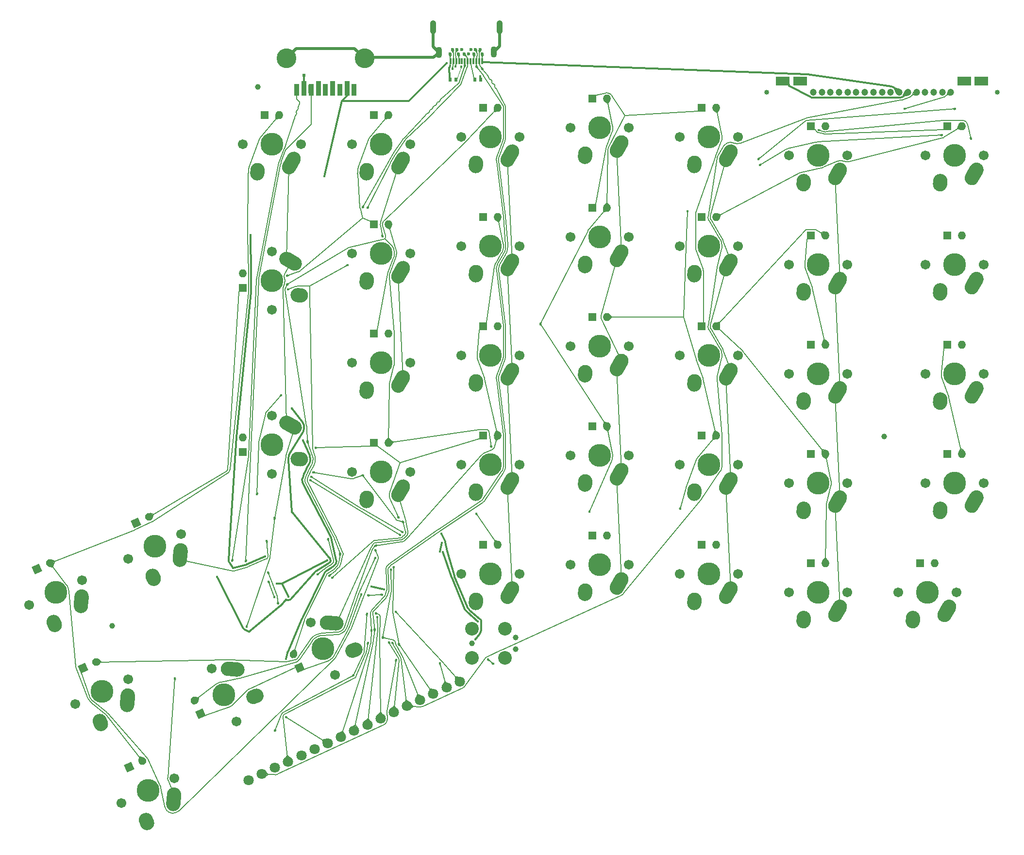
<source format=gtl>
G04 #@! TF.GenerationSoftware,KiCad,Pcbnew,5.1.6-c6e7f7d~87~ubuntu20.04.1*
G04 #@! TF.CreationDate,2020-08-07T18:55:31+02:00*
G04 #@! TF.ProjectId,ICEDRight,49434544-5269-4676-9874-2e6b69636164,Rev 1.2b*
G04 #@! TF.SameCoordinates,Original*
G04 #@! TF.FileFunction,Copper,L1,Top*
G04 #@! TF.FilePolarity,Positive*
%FSLAX46Y46*%
G04 Gerber Fmt 4.6, Leading zero omitted, Abs format (unit mm)*
G04 Created by KiCad (PCBNEW 5.1.6-c6e7f7d~87~ubuntu20.04.1) date 2020-08-07 18:55:31*
%MOMM*%
%LPD*%
G01*
G04 APERTURE LIST*
G04 #@! TA.AperFunction,ComponentPad*
%ADD10C,3.438000*%
G04 #@! TD*
G04 #@! TA.AperFunction,SMDPad,CuDef*
%ADD11R,0.900000X2.150000*%
G04 #@! TD*
G04 #@! TA.AperFunction,SMDPad,CuDef*
%ADD12R,0.900000X2.600000*%
G04 #@! TD*
G04 #@! TA.AperFunction,SMDPad,CuDef*
%ADD13R,0.300000X1.100000*%
G04 #@! TD*
G04 #@! TA.AperFunction,ComponentPad*
%ADD14C,0.600000*%
G04 #@! TD*
G04 #@! TA.AperFunction,ComponentPad*
%ADD15O,1.100000X1.950000*%
G04 #@! TD*
G04 #@! TA.AperFunction,ComponentPad*
%ADD16O,1.100000X2.400000*%
G04 #@! TD*
G04 #@! TA.AperFunction,ComponentPad*
%ADD17C,1.800000*%
G04 #@! TD*
G04 #@! TA.AperFunction,WasherPad*
%ADD18C,0.990610*%
G04 #@! TD*
G04 #@! TA.AperFunction,WasherPad*
%ADD19C,2.374910*%
G04 #@! TD*
G04 #@! TA.AperFunction,ComponentPad*
%ADD20R,2.400000X1.500000*%
G04 #@! TD*
G04 #@! TA.AperFunction,ComponentPad*
%ADD21C,1.200000*%
G04 #@! TD*
G04 #@! TA.AperFunction,WasherPad*
%ADD22C,0.850010*%
G04 #@! TD*
G04 #@! TA.AperFunction,SMDPad,CuDef*
%ADD23C,1.000000*%
G04 #@! TD*
G04 #@! TA.AperFunction,ComponentPad*
%ADD24O,1.400000X1.400000*%
G04 #@! TD*
G04 #@! TA.AperFunction,ComponentPad*
%ADD25R,1.400000X1.400000*%
G04 #@! TD*
G04 #@! TA.AperFunction,ComponentPad*
%ADD26C,0.100000*%
G04 #@! TD*
G04 #@! TA.AperFunction,WasherPad*
%ADD27C,3.987810*%
G04 #@! TD*
G04 #@! TA.AperFunction,WasherPad*
%ADD28C,1.701810*%
G04 #@! TD*
G04 #@! TA.AperFunction,SMDPad,CuDef*
%ADD29R,0.600000X0.650000*%
G04 #@! TD*
G04 #@! TA.AperFunction,ViaPad*
%ADD30C,0.406400*%
G04 #@! TD*
G04 #@! TA.AperFunction,ViaPad*
%ADD31C,0.609600*%
G04 #@! TD*
G04 #@! TA.AperFunction,Conductor*
%ADD32C,0.304800*%
G04 #@! TD*
G04 #@! TA.AperFunction,Conductor*
%ADD33C,0.152400*%
G04 #@! TD*
G04 #@! TA.AperFunction,Conductor*
%ADD34C,0.508000*%
G04 #@! TD*
G04 #@! TA.AperFunction,Conductor*
%ADD35C,0.101600*%
G04 #@! TD*
G04 APERTURE END LIST*
D10*
G04 #@! TO.P,J1,MH2*
G04 #@! TO.N,/GND*
X74950000Y-50148000D03*
G04 #@! TO.P,J1,MH1*
X88550000Y-50148000D03*
D11*
G04 #@! TO.P,J1,9*
G04 #@! TO.N,Net-(J1-Pad9)*
X86750000Y-55593000D03*
G04 #@! TO.P,J1,8*
G04 #@! TO.N,Net-(J1-Pad8)*
X84250000Y-55593000D03*
G04 #@! TO.P,J1,7*
G04 #@! TO.N,Net-(J1-Pad7)*
X81750000Y-55593000D03*
G04 #@! TO.P,J1,6*
G04 #@! TO.N,/mcu/RX0*
X79250000Y-55593000D03*
G04 #@! TO.P,J1,5*
G04 #@! TO.N,/mcu/TX0*
X76750000Y-55593000D03*
D12*
G04 #@! TO.P,J1,4*
G04 #@! TO.N,VSS*
X78000000Y-55368000D03*
G04 #@! TO.P,J1,3*
G04 #@! TO.N,Net-(J1-Pad3)*
X80500000Y-55368000D03*
G04 #@! TO.P,J1,2*
G04 #@! TO.N,Net-(J1-Pad2)*
X83000000Y-55368000D03*
G04 #@! TO.P,J1,1*
G04 #@! TO.N,+5V*
X85500000Y-55368000D03*
G04 #@! TD*
D13*
G04 #@! TO.P,P2,1*
G04 #@! TO.N,VSS*
X109049000Y-50596400D03*
G04 #@! TO.P,P2,2*
G04 #@! TO.N,/mcu/TX1*
X108549000Y-50596400D03*
G04 #@! TO.P,P2,3*
G04 #@! TO.N,/mcu/RX1*
X108049000Y-50596400D03*
G04 #@! TO.P,P2,4*
G04 #@! TO.N,+5V*
X107549000Y-50596400D03*
G04 #@! TO.P,P2,5*
G04 #@! TO.N,Net-(P2-Pad5)*
X107049000Y-50596400D03*
G04 #@! TO.P,P2,6*
G04 #@! TO.N,/mcu/USB_DP*
X106549000Y-50596400D03*
G04 #@! TO.P,P2,7*
G04 #@! TO.N,/mcu/USB_DM*
X106049000Y-50596400D03*
G04 #@! TO.P,P2,8*
G04 #@! TO.N,Net-(P2-Pad8)*
X105549000Y-50596400D03*
G04 #@! TO.P,P2,9*
G04 #@! TO.N,+5V*
X105049000Y-50596400D03*
G04 #@! TO.P,P2,10*
G04 #@! TO.N,/mcu/RX1*
X104549000Y-50596400D03*
G04 #@! TO.P,P2,11*
G04 #@! TO.N,/mcu/TX1*
X104049000Y-50596400D03*
G04 #@! TO.P,P2,12*
G04 #@! TO.N,VSS*
X103549000Y-50596400D03*
D14*
G04 #@! TO.P,P2,13*
X103499000Y-49386400D03*
G04 #@! TO.P,P2,14*
G04 #@! TO.N,/mcu/TX1*
X103899000Y-48586400D03*
G04 #@! TO.P,P2,15*
G04 #@! TO.N,/mcu/RX1*
X104699000Y-48586400D03*
G04 #@! TO.P,P2,16*
G04 #@! TO.N,+5V*
X104949000Y-49386400D03*
G04 #@! TO.P,P2,17*
G04 #@! TO.N,Net-(P2-Pad17)*
X105499000Y-48586400D03*
G04 #@! TO.P,P2,18*
G04 #@! TO.N,/mcu/USB_DP*
X105899000Y-49386400D03*
G04 #@! TO.P,P2,19*
G04 #@! TO.N,/mcu/USB_DM*
X106699000Y-49386400D03*
G04 #@! TO.P,P2,20*
G04 #@! TO.N,Net-(P2-Pad20)*
X107099000Y-48586400D03*
G04 #@! TO.P,P2,21*
G04 #@! TO.N,+5V*
X107649000Y-49386400D03*
G04 #@! TO.P,P2,22*
G04 #@! TO.N,/mcu/RX1*
X107899000Y-48586400D03*
G04 #@! TO.P,P2,23*
G04 #@! TO.N,/mcu/TX1*
X108699000Y-48586400D03*
G04 #@! TO.P,P2,24*
G04 #@! TO.N,VSS*
X109099000Y-49386400D03*
D15*
G04 #@! TO.P,P2,25*
G04 #@! TO.N,/GND*
X111099000Y-49011400D03*
X101499000Y-49061400D03*
D16*
X112099000Y-44686400D03*
X100499000Y-44686400D03*
G04 #@! TD*
D17*
G04 #@! TO.P,P3,1*
G04 #@! TO.N,VDD*
X68324826Y-175973603D03*
G04 #@! TO.P,P3,2*
G04 #@! TO.N,/mcu/SWD_DIO*
X70626848Y-174900153D03*
G04 #@! TO.P,P3,3*
G04 #@! TO.N,VSS*
X72928869Y-173826702D03*
G04 #@! TO.P,P3,4*
G04 #@! TO.N,/mcu/SWD_CLK*
X75230891Y-172753252D03*
G04 #@! TO.P,P3,5*
G04 #@! TO.N,+5V*
X77532913Y-171679802D03*
G04 #@! TO.P,P3,6*
G04 #@! TO.N,/mcu/RX0*
X79834935Y-170606351D03*
G04 #@! TO.P,P3,7*
G04 #@! TO.N,/mcu/TX0*
X82136956Y-169532901D03*
G04 #@! TO.P,P3,8*
G04 #@! TO.N,/mcu/RX1*
X84438978Y-168459450D03*
G04 #@! TO.P,P3,9*
G04 #@! TO.N,/mcu/TX1*
X86741000Y-167386000D03*
G04 #@! TO.P,P3,10*
G04 #@! TO.N,/mcu/RX2*
X89043022Y-166312550D03*
G04 #@! TO.P,P3,11*
G04 #@! TO.N,/mcu/TX2*
X91345044Y-165239099D03*
G04 #@! TO.P,P3,12*
G04 #@! TO.N,/mcu/SCLK*
X93647065Y-164165649D03*
G04 #@! TO.P,P3,13*
G04 #@! TO.N,/mcu/MOSI*
X95949087Y-163092198D03*
G04 #@! TO.P,P3,14*
G04 #@! TO.N,/mcu/SDA0*
X98251109Y-162018748D03*
G04 #@! TO.P,P3,15*
G04 #@! TO.N,/mcu/SCL0*
X100553131Y-160945298D03*
G04 #@! TO.P,P3,16*
G04 #@! TO.N,/mcu/MCU_RESET*
X102855152Y-159871847D03*
G04 #@! TO.P,P3,17*
G04 #@! TO.N,/mcu/AUD*
X105157174Y-158798397D03*
G04 #@! TD*
D18*
G04 #@! TO.P,P1,*
G04 #@! TO.N,*
X107315000Y-152146000D03*
X114935000Y-153162000D03*
X114935000Y-151130000D03*
D19*
X107315000Y-154686000D03*
X113030000Y-154686000D03*
X107315000Y-149606000D03*
X113030000Y-149606000D03*
G04 #@! TD*
D20*
G04 #@! TO.P,LCD1,1*
G04 #@! TO.N,VDD*
X161500000Y-54064000D03*
G04 #@! TO.P,LCD1,2*
G04 #@! TO.N,Net-(LCD1-Pad2)*
X164500000Y-54064000D03*
D21*
G04 #@! TO.P,LCD1,3*
G04 #@! TO.N,Net-(C17-Pad2)*
X166800000Y-56014000D03*
G04 #@! TO.P,LCD1,4*
G04 #@! TO.N,Net-(C16-Pad2)*
X168300000Y-56014000D03*
G04 #@! TO.P,LCD1,5*
G04 #@! TO.N,Net-(C15-Pad2)*
X169800000Y-56014000D03*
G04 #@! TO.P,LCD1,6*
G04 #@! TO.N,Net-(C14-Pad2)*
X171300000Y-56014000D03*
G04 #@! TO.P,LCD1,7*
G04 #@! TO.N,Net-(C13-Pad2)*
X172800000Y-56014000D03*
G04 #@! TO.P,LCD1,8*
G04 #@! TO.N,Net-(C12-Pad2)*
X174300000Y-56014000D03*
G04 #@! TO.P,LCD1,9*
G04 #@! TO.N,Net-(C12-Pad1)*
X175800000Y-56014000D03*
G04 #@! TO.P,LCD1,10*
G04 #@! TO.N,Net-(C11-Pad2)*
X177300000Y-56014000D03*
G04 #@! TO.P,LCD1,11*
G04 #@! TO.N,Net-(C11-Pad1)*
X178800000Y-56014000D03*
G04 #@! TO.P,LCD1,12*
G04 #@! TO.N,Net-(C10-Pad1)*
X180300000Y-56014000D03*
G04 #@! TO.P,LCD1,13*
G04 #@! TO.N,VSS*
X181800000Y-56014000D03*
G04 #@! TO.P,LCD1,14*
G04 #@! TO.N,VDD*
X183300000Y-56014000D03*
G04 #@! TO.P,LCD1,15*
G04 #@! TO.N,/mcu/MOSI*
X184800000Y-56014000D03*
G04 #@! TO.P,LCD1,16*
G04 #@! TO.N,/mcu/SCLK*
X186300000Y-56014000D03*
G04 #@! TO.P,LCD1,17*
G04 #@! TO.N,/mcu/A0*
X187800000Y-56014000D03*
G04 #@! TO.P,LCD1,18*
G04 #@! TO.N,/mcu/RST*
X189300000Y-56014000D03*
G04 #@! TO.P,LCD1,19*
G04 #@! TO.N,/mcu/SS1*
X190800000Y-56014000D03*
D20*
G04 #@! TO.P,LCD1,20*
G04 #@! TO.N,Net-(LCD1-Pad20)*
X193100000Y-54064000D03*
G04 #@! TO.P,LCD1,21*
G04 #@! TO.N,Net-(LCD1-Pad21)*
X196100000Y-54064000D03*
D22*
G04 #@! TO.P,LCD1,*
G04 #@! TO.N,*
X198900000Y-56014000D03*
X158700000Y-56014000D03*
G04 #@! TD*
D23*
G04 #@! TO.P,FID6,*
G04 #@! TO.N,*
X44577000Y-149098000D03*
G04 #@! TD*
G04 #@! TO.P,FID4,*
G04 #@! TO.N,*
X179197000Y-116078000D03*
G04 #@! TD*
G04 #@! TO.P,FID2,*
G04 #@! TO.N,*
X69977000Y-55118000D03*
G04 #@! TD*
D24*
G04 #@! TO.P,D51,2*
G04 #@! TO.N,/ledmatrix/CA3*
X168910000Y-80972700D03*
D25*
G04 #@! TO.P,D51,1*
G04 #@! TO.N,/ledmatrix/CA4*
X166370000Y-80972700D03*
G04 #@! TD*
G04 #@! TO.P,D69,2*
G04 #@! TO.N,/ledmatrix/CA1*
G04 #@! TA.AperFunction,ComponentPad*
G36*
G01*
X49170296Y-172957108D02*
X49170296Y-172957108D01*
G75*
G02*
X49508878Y-172026860I634415J295833D01*
G01*
X49508878Y-172026860D01*
G75*
G02*
X50439126Y-172365442I295833J-634415D01*
G01*
X50439126Y-172365442D01*
G75*
G02*
X50100544Y-173295690I-634415J-295833D01*
G01*
X50100544Y-173295690D01*
G75*
G02*
X49170296Y-172957108I-295833J634415D01*
G01*
G37*
G04 #@! TD.AperFunction*
G04 #@! TA.AperFunction,ComponentPad*
D26*
G04 #@! TO.P,D69,1*
G04 #@! TO.N,/ledmatrix/CA8*
G36*
X47164106Y-174664973D02*
G01*
X46572441Y-173396142D01*
X47841272Y-172804477D01*
X48432937Y-174073308D01*
X47164106Y-174664973D01*
G37*
G04 #@! TD.AperFunction*
G04 #@! TD*
D24*
G04 #@! TO.P,D66,2*
G04 #@! TO.N,/ledmatrix/CA3*
X168910000Y-119073000D03*
D25*
G04 #@! TO.P,D66,1*
G04 #@! TO.N,/ledmatrix/CA7*
X166370000Y-119073000D03*
G04 #@! TD*
D24*
G04 #@! TO.P,D50,2*
G04 #@! TO.N,/ledmatrix/CA2*
X149860000Y-77797700D03*
D25*
G04 #@! TO.P,D50,1*
G04 #@! TO.N,/ledmatrix/CA4*
X147320000Y-77797700D03*
G04 #@! TD*
D24*
G04 #@! TO.P,D65,2*
G04 #@! TO.N,/ledmatrix/CA2*
X149860000Y-115898000D03*
D25*
G04 #@! TO.P,D65,1*
G04 #@! TO.N,/ledmatrix/CA7*
X147320000Y-115898000D03*
G04 #@! TD*
D24*
G04 #@! TO.P,D49,2*
G04 #@! TO.N,/ledmatrix/CA1*
X130810000Y-76200000D03*
D25*
G04 #@! TO.P,D49,1*
G04 #@! TO.N,/ledmatrix/CA4*
X128270000Y-76200000D03*
G04 #@! TD*
D24*
G04 #@! TO.P,D64,2*
G04 #@! TO.N,/ledmatrix/CA1*
X130810000Y-114300000D03*
D25*
G04 #@! TO.P,D64,1*
G04 #@! TO.N,/ledmatrix/CA7*
X128270000Y-114300000D03*
G04 #@! TD*
D24*
G04 #@! TO.P,D48,2*
G04 #@! TO.N,/ledmatrix/CA5*
X111760000Y-77797700D03*
D25*
G04 #@! TO.P,D48,1*
G04 #@! TO.N,/ledmatrix/CA2*
X109220000Y-77797700D03*
G04 #@! TD*
D24*
G04 #@! TO.P,D67,2*
G04 #@! TO.N,/ledmatrix/CA4*
X192722000Y-119073000D03*
D25*
G04 #@! TO.P,D67,1*
G04 #@! TO.N,/ledmatrix/CA7*
X190182000Y-119073000D03*
G04 #@! TD*
D24*
G04 #@! TO.P,D52,2*
G04 #@! TO.N,/ledmatrix/CA4*
X192722000Y-80972700D03*
D25*
G04 #@! TO.P,D52,1*
G04 #@! TO.N,/ledmatrix/CA3*
X190182000Y-80972700D03*
G04 #@! TD*
G04 #@! TO.P,D68,2*
G04 #@! TO.N,/ledmatrix/CA5*
G04 #@! TA.AperFunction,ComponentPad*
G36*
G01*
X41118496Y-155690108D02*
X41118496Y-155690108D01*
G75*
G02*
X41457078Y-154759860I634415J295833D01*
G01*
X41457078Y-154759860D01*
G75*
G02*
X42387326Y-155098442I295833J-634415D01*
G01*
X42387326Y-155098442D01*
G75*
G02*
X42048744Y-156028690I-634415J-295833D01*
G01*
X42048744Y-156028690D01*
G75*
G02*
X41118496Y-155690108I-295833J634415D01*
G01*
G37*
G04 #@! TD.AperFunction*
G04 #@! TA.AperFunction,ComponentPad*
D26*
G04 #@! TO.P,D68,1*
G04 #@! TO.N,/ledmatrix/CA7*
G36*
X39112306Y-157397973D02*
G01*
X38520641Y-156129142D01*
X39789472Y-155537477D01*
X40381137Y-156806308D01*
X39112306Y-157397973D01*
G37*
G04 #@! TD.AperFunction*
G04 #@! TD*
D24*
G04 #@! TO.P,D53,2*
G04 #@! TO.N,/ledmatrix/CA5*
X92710000Y-98118000D03*
D25*
G04 #@! TO.P,D53,1*
G04 #@! TO.N,/ledmatrix/CA3*
X90170000Y-98118000D03*
G04 #@! TD*
D24*
G04 #@! TO.P,D63,2*
G04 #@! TO.N,/ledmatrix/CA5*
X111760000Y-115898000D03*
D25*
G04 #@! TO.P,D63,1*
G04 #@! TO.N,/ledmatrix/CA6*
X109220000Y-115898000D03*
G04 #@! TD*
D24*
G04 #@! TO.P,D54,2*
G04 #@! TO.N,/ledmatrix/CA1*
X111760000Y-96848000D03*
D25*
G04 #@! TO.P,D54,1*
G04 #@! TO.N,/ledmatrix/CA5*
X109220000Y-96848000D03*
G04 #@! TD*
G04 #@! TO.P,D70,2*
G04 #@! TO.N,/ledmatrix/CA2*
G04 #@! TA.AperFunction,ComponentPad*
G36*
G01*
X59195108Y-162749404D02*
X59195108Y-162749404D01*
G75*
G02*
X58264860Y-162410822I-295833J634415D01*
G01*
X58264860Y-162410822D01*
G75*
G02*
X58603442Y-161480574I634415J295833D01*
G01*
X58603442Y-161480574D01*
G75*
G02*
X59533690Y-161819156I295833J-634415D01*
G01*
X59533690Y-161819156D01*
G75*
G02*
X59195108Y-162749404I-634415J-295833D01*
G01*
G37*
G04 #@! TD.AperFunction*
G04 #@! TA.AperFunction,ComponentPad*
D26*
G04 #@! TO.P,D70,1*
G04 #@! TO.N,/ledmatrix/CA8*
G36*
X60902973Y-164755594D02*
G01*
X59634142Y-165347259D01*
X59042477Y-164078428D01*
X60311308Y-163486763D01*
X60902973Y-164755594D01*
G37*
G04 #@! TD.AperFunction*
G04 #@! TD*
D24*
G04 #@! TO.P,D43,2*
G04 #@! TO.N,/ledmatrix/CA5*
X149860000Y-58747700D03*
D25*
G04 #@! TO.P,D43,1*
G04 #@! TO.N,/ledmatrix/CA1*
X147320000Y-58747700D03*
G04 #@! TD*
D24*
G04 #@! TO.P,D55,2*
G04 #@! TO.N,/ledmatrix/CA2*
X130810000Y-95250000D03*
D25*
G04 #@! TO.P,D55,1*
G04 #@! TO.N,/ledmatrix/CA5*
X128270000Y-95250000D03*
G04 #@! TD*
G04 #@! TO.P,D71,2*
G04 #@! TO.N,/ledmatrix/CA3*
G04 #@! TA.AperFunction,ComponentPad*
G36*
G01*
X76456908Y-154693404D02*
X76456908Y-154693404D01*
G75*
G02*
X75526660Y-154354822I-295833J634415D01*
G01*
X75526660Y-154354822D01*
G75*
G02*
X75865242Y-153424574I634415J295833D01*
G01*
X75865242Y-153424574D01*
G75*
G02*
X76795490Y-153763156I295833J-634415D01*
G01*
X76795490Y-153763156D01*
G75*
G02*
X76456908Y-154693404I-634415J-295833D01*
G01*
G37*
G04 #@! TD.AperFunction*
G04 #@! TA.AperFunction,ComponentPad*
D26*
G04 #@! TO.P,D71,1*
G04 #@! TO.N,/ledmatrix/CA8*
G36*
X78164773Y-156699594D02*
G01*
X76895942Y-157291259D01*
X76304277Y-156022428D01*
X77573108Y-155430763D01*
X78164773Y-156699594D01*
G37*
G04 #@! TD.AperFunction*
G04 #@! TD*
D24*
G04 #@! TO.P,D40,2*
G04 #@! TO.N,/ledmatrix/CA2*
X92710000Y-60020200D03*
D25*
G04 #@! TO.P,D40,1*
G04 #@! TO.N,/ledmatrix/CA1*
X90170000Y-60020200D03*
G04 #@! TD*
D24*
G04 #@! TO.P,D56,2*
G04 #@! TO.N,/ledmatrix/CA3*
X149860000Y-96848000D03*
D25*
G04 #@! TO.P,D56,1*
G04 #@! TO.N,/ledmatrix/CA5*
X147320000Y-96848000D03*
G04 #@! TD*
D24*
G04 #@! TO.P,D72,2*
G04 #@! TO.N,/ledmatrix/CA4*
X111760000Y-134948000D03*
D25*
G04 #@! TO.P,D72,1*
G04 #@! TO.N,/ledmatrix/CA8*
X109220000Y-134948000D03*
G04 #@! TD*
D24*
G04 #@! TO.P,D41,2*
G04 #@! TO.N,/ledmatrix/CA3*
X111760000Y-58747700D03*
D25*
G04 #@! TO.P,D41,1*
G04 #@! TO.N,/ledmatrix/CA1*
X109220000Y-58747700D03*
G04 #@! TD*
D24*
G04 #@! TO.P,D57,2*
G04 #@! TO.N,/ledmatrix/CA4*
X168910000Y-100023000D03*
D25*
G04 #@! TO.P,D57,1*
G04 #@! TO.N,/ledmatrix/CA5*
X166370000Y-100023000D03*
G04 #@! TD*
D24*
G04 #@! TO.P,D73,2*
G04 #@! TO.N,/ledmatrix/CA1*
X130810000Y-133350000D03*
D25*
G04 #@! TO.P,D73,1*
G04 #@! TO.N,/ledmatrix/CA9*
X128270000Y-133350000D03*
G04 #@! TD*
D24*
G04 #@! TO.P,D42,2*
G04 #@! TO.N,/ledmatrix/CA4*
X130810000Y-57150000D03*
D25*
G04 #@! TO.P,D42,1*
G04 #@! TO.N,/ledmatrix/CA1*
X128270000Y-57150000D03*
G04 #@! TD*
D24*
G04 #@! TO.P,D58,2*
G04 #@! TO.N,/ledmatrix/CA5*
X192722000Y-100023000D03*
D25*
G04 #@! TO.P,D58,1*
G04 #@! TO.N,/ledmatrix/CA4*
X190182000Y-100023000D03*
G04 #@! TD*
D24*
G04 #@! TO.P,D74,2*
G04 #@! TO.N,/ledmatrix/CA2*
X149860000Y-134948000D03*
D25*
G04 #@! TO.P,D74,1*
G04 #@! TO.N,/ledmatrix/CA9*
X147320000Y-134948000D03*
G04 #@! TD*
D24*
G04 #@! TO.P,D39,2*
G04 #@! TO.N,/ledmatrix/CA1*
X73660000Y-60020200D03*
D25*
G04 #@! TO.P,D39,1*
G04 #@! TO.N,/ledmatrix/CA2*
X71120000Y-60020200D03*
G04 #@! TD*
G04 #@! TO.P,D59,2*
G04 #@! TO.N,/ledmatrix/CA1*
G04 #@! TA.AperFunction,ComponentPad*
G36*
G01*
X33069196Y-138426108D02*
X33069196Y-138426108D01*
G75*
G02*
X33407778Y-137495860I634415J295833D01*
G01*
X33407778Y-137495860D01*
G75*
G02*
X34338026Y-137834442I295833J-634415D01*
G01*
X34338026Y-137834442D01*
G75*
G02*
X33999444Y-138764690I-634415J-295833D01*
G01*
X33999444Y-138764690D01*
G75*
G02*
X33069196Y-138426108I-295833J634415D01*
G01*
G37*
G04 #@! TD.AperFunction*
G04 #@! TA.AperFunction,ComponentPad*
D26*
G04 #@! TO.P,D59,1*
G04 #@! TO.N,/ledmatrix/CA6*
G36*
X31063006Y-140133973D02*
G01*
X30471341Y-138865142D01*
X31740172Y-138273477D01*
X32331837Y-139542308D01*
X31063006Y-140133973D01*
G37*
G04 #@! TD.AperFunction*
G04 #@! TD*
D24*
G04 #@! TO.P,D75,2*
G04 #@! TO.N,/ledmatrix/CA3*
X168910000Y-138123000D03*
D25*
G04 #@! TO.P,D75,1*
G04 #@! TO.N,/ledmatrix/CA9*
X166370000Y-138123000D03*
G04 #@! TD*
D24*
G04 #@! TO.P,D44,2*
G04 #@! TO.N,/ledmatrix/CA1*
X168910000Y-61925200D03*
D25*
G04 #@! TO.P,D44,1*
G04 #@! TO.N,/ledmatrix/CA3*
X166370000Y-61925200D03*
G04 #@! TD*
G04 #@! TO.P,D60,2*
G04 #@! TO.N,/ledmatrix/CA2*
G04 #@! TA.AperFunction,ComponentPad*
G36*
G01*
X50333596Y-130376108D02*
X50333596Y-130376108D01*
G75*
G02*
X50672178Y-129445860I634415J295833D01*
G01*
X50672178Y-129445860D01*
G75*
G02*
X51602426Y-129784442I295833J-634415D01*
G01*
X51602426Y-129784442D01*
G75*
G02*
X51263844Y-130714690I-634415J-295833D01*
G01*
X51263844Y-130714690D01*
G75*
G02*
X50333596Y-130376108I-295833J634415D01*
G01*
G37*
G04 #@! TD.AperFunction*
G04 #@! TA.AperFunction,ComponentPad*
D26*
G04 #@! TO.P,D60,1*
G04 #@! TO.N,/ledmatrix/CA6*
G36*
X48327406Y-132083973D02*
G01*
X47735741Y-130815142D01*
X49004572Y-130223477D01*
X49596237Y-131492308D01*
X48327406Y-132083973D01*
G37*
G04 #@! TD.AperFunction*
G04 #@! TD*
D24*
G04 #@! TO.P,D76,2*
G04 #@! TO.N,/ledmatrix/CA4*
X187960000Y-138123000D03*
D25*
G04 #@! TO.P,D76,1*
G04 #@! TO.N,/ledmatrix/CA9*
X185420000Y-138123000D03*
G04 #@! TD*
D24*
G04 #@! TO.P,D45,2*
G04 #@! TO.N,/ledmatrix/CA2*
X192722000Y-61925200D03*
D25*
G04 #@! TO.P,D45,1*
G04 #@! TO.N,/ledmatrix/CA3*
X190182000Y-61925200D03*
G04 #@! TD*
D24*
G04 #@! TO.P,D61,2*
G04 #@! TO.N,/ledmatrix/CA3*
X67310000Y-116215000D03*
D25*
G04 #@! TO.P,D61,1*
G04 #@! TO.N,/ledmatrix/CA6*
X67310000Y-118755000D03*
G04 #@! TD*
D24*
G04 #@! TO.P,D46,2*
G04 #@! TO.N,/ledmatrix/CA3*
X67310000Y-87640200D03*
D25*
G04 #@! TO.P,D46,1*
G04 #@! TO.N,/ledmatrix/CA2*
X67310000Y-90180200D03*
G04 #@! TD*
D24*
G04 #@! TO.P,D62,2*
G04 #@! TO.N,/ledmatrix/CA4*
X92710000Y-117168000D03*
D25*
G04 #@! TO.P,D62,1*
G04 #@! TO.N,/ledmatrix/CA6*
X90170000Y-117168000D03*
G04 #@! TD*
D24*
G04 #@! TO.P,D47,2*
G04 #@! TO.N,/ledmatrix/CA4*
X92710000Y-79067700D03*
D25*
G04 #@! TO.P,D47,1*
G04 #@! TO.N,/ledmatrix/CA2*
X90170000Y-79067700D03*
G04 #@! TD*
D27*
G04 #@! TO.P,S33,*
G04 #@! TO.N,*
X81302900Y-153065000D03*
D28*
X79155999Y-148460956D03*
X83449801Y-157669044D03*
G04 #@! TO.P,S33,1*
G04 #@! TO.N,/Col4*
G04 #@! TA.AperFunction,ComponentPad*
G36*
G01*
X82082880Y-147291208D02*
X83748710Y-147409156D01*
G75*
G02*
X84907304Y-148744318I-88284J-1246878D01*
G01*
X84907304Y-148744318D01*
G75*
G02*
X83572142Y-149902912I-1246878J88284D01*
G01*
X81906312Y-149784964D01*
G75*
G02*
X80747718Y-148449802I88284J1246878D01*
G01*
X80747718Y-148449802D01*
G75*
G02*
X82082880Y-147291208I1246878J-88284D01*
G01*
G37*
G04 #@! TD.AperFunction*
G04 #@! TO.P,S33,2*
G04 #@! TO.N,Net-(D33-Pad1)*
G04 #@! TA.AperFunction,ComponentPad*
G36*
G01*
X85988559Y-152262761D02*
X86529673Y-152053963D01*
G75*
G02*
X88145861Y-152770159I449996J-1166192D01*
G01*
X88145861Y-152770159D01*
G75*
G02*
X87429665Y-154386347I-1166192J-449996D01*
G01*
X86888551Y-154595145D01*
G75*
G02*
X85272363Y-153878949I-449996J1166192D01*
G01*
X85272363Y-153878949D01*
G75*
G02*
X85988559Y-152262761I1166192J449996D01*
G01*
G37*
G04 #@! TD.AperFunction*
G04 #@! TD*
D27*
G04 #@! TO.P,S22,*
G04 #@! TO.N,*
X51963300Y-135219000D03*
D28*
X56567344Y-133072099D03*
X47359256Y-137365901D03*
G04 #@! TO.P,S22,1*
G04 #@! TO.N,/Col2*
G04 #@! TA.AperFunction,ComponentPad*
G36*
G01*
X57737092Y-135998980D02*
X57619144Y-137664810D01*
G75*
G02*
X56283982Y-138823404I-1246878J88284D01*
G01*
X56283982Y-138823404D01*
G75*
G02*
X55125388Y-137488242I88284J1246878D01*
G01*
X55243336Y-135822412D01*
G75*
G02*
X56578498Y-134663818I1246878J-88284D01*
G01*
X56578498Y-134663818D01*
G75*
G02*
X57737092Y-135998980I-88284J-1246878D01*
G01*
G37*
G04 #@! TD.AperFunction*
G04 #@! TO.P,S22,2*
G04 #@! TO.N,Net-(D22-Pad1)*
G04 #@! TA.AperFunction,ComponentPad*
G36*
G01*
X52765539Y-139904659D02*
X52974337Y-140445773D01*
G75*
G02*
X52258141Y-142061961I-1166192J-449996D01*
G01*
X52258141Y-142061961D01*
G75*
G02*
X50641953Y-141345765I-449996J1166192D01*
G01*
X50433155Y-140804651D01*
G75*
G02*
X51149351Y-139188463I1166192J449996D01*
G01*
X51149351Y-139188463D01*
G75*
G02*
X52765539Y-139904659I449996J-1166192D01*
G01*
G37*
G04 #@! TD.AperFunction*
G04 #@! TD*
D27*
G04 #@! TO.P,S2,*
G04 #@! TO.N,*
X91440000Y-65100200D03*
D28*
X96520000Y-65100200D03*
X86360000Y-65100200D03*
G04 #@! TO.P,S2,1*
G04 #@! TO.N,/Col4*
G04 #@! TA.AperFunction,ComponentPad*
G36*
G01*
X96343199Y-68247212D02*
X95532292Y-69707120D01*
G75*
G02*
X93832581Y-70192899I-1092745J606966D01*
G01*
X93832581Y-70192899D01*
G75*
G02*
X93346802Y-68493188I606966J1092745D01*
G01*
X94157708Y-67033280D01*
G75*
G02*
X95857419Y-66547501I1092745J-606966D01*
G01*
X95857419Y-66547501D01*
G75*
G02*
X96343198Y-68247212I-606966J-1092745D01*
G01*
G37*
G04 #@! TD.AperFunction*
G04 #@! TO.P,S2,2*
G04 #@! TO.N,Net-(D2-Pad1)*
G04 #@! TA.AperFunction,ComponentPad*
G36*
G01*
X90186830Y-69685891D02*
X90147381Y-70264547D01*
G75*
G02*
X88815257Y-71426633I-1247105J85019D01*
G01*
X88815257Y-71426633D01*
G75*
G02*
X87653171Y-70094509I85019J1247105D01*
G01*
X87692619Y-69515853D01*
G75*
G02*
X89024743Y-68353767I1247105J-85019D01*
G01*
X89024743Y-68353767D01*
G75*
G02*
X90186829Y-69685891I-85019J-1247105D01*
G01*
G37*
G04 #@! TD.AperFunction*
G04 #@! TD*
D27*
G04 #@! TO.P,S12,*
G04 #@! TO.N,*
X148590000Y-82877700D03*
D28*
X153670000Y-82877700D03*
X143510000Y-82877700D03*
G04 #@! TO.P,S12,1*
G04 #@! TO.N,/Col7*
G04 #@! TA.AperFunction,ComponentPad*
G36*
G01*
X153493199Y-86024712D02*
X152682292Y-87484620D01*
G75*
G02*
X150982581Y-87970399I-1092745J606966D01*
G01*
X150982581Y-87970399D01*
G75*
G02*
X150496802Y-86270688I606966J1092745D01*
G01*
X151307708Y-84810780D01*
G75*
G02*
X153007419Y-84325001I1092745J-606966D01*
G01*
X153007419Y-84325001D01*
G75*
G02*
X153493198Y-86024712I-606966J-1092745D01*
G01*
G37*
G04 #@! TD.AperFunction*
G04 #@! TO.P,S12,2*
G04 #@! TO.N,Net-(D12-Pad1)*
G04 #@! TA.AperFunction,ComponentPad*
G36*
G01*
X147336830Y-87463391D02*
X147297381Y-88042047D01*
G75*
G02*
X145965257Y-89204133I-1247105J85019D01*
G01*
X145965257Y-89204133D01*
G75*
G02*
X144803171Y-87872009I85019J1247105D01*
G01*
X144842619Y-87293353D01*
G75*
G02*
X146174743Y-86131267I1247105J-85019D01*
G01*
X146174743Y-86131267D01*
G75*
G02*
X147336829Y-87463391I-85019J-1247105D01*
G01*
G37*
G04 #@! TD.AperFunction*
G04 #@! TD*
D27*
G04 #@! TO.P,S32,*
G04 #@! TO.N,*
X64038500Y-161117000D03*
D28*
X61891599Y-156512956D03*
X66185401Y-165721044D03*
G04 #@! TO.P,S32,1*
G04 #@! TO.N,/Col3*
G04 #@! TA.AperFunction,ComponentPad*
G36*
G01*
X64818480Y-155343208D02*
X66484310Y-155461156D01*
G75*
G02*
X67642904Y-156796318I-88284J-1246878D01*
G01*
X67642904Y-156796318D01*
G75*
G02*
X66307742Y-157954912I-1246878J88284D01*
G01*
X64641912Y-157836964D01*
G75*
G02*
X63483318Y-156501802I88284J1246878D01*
G01*
X63483318Y-156501802D01*
G75*
G02*
X64818480Y-155343208I1246878J-88284D01*
G01*
G37*
G04 #@! TD.AperFunction*
G04 #@! TO.P,S32,2*
G04 #@! TO.N,Net-(D32-Pad1)*
G04 #@! TA.AperFunction,ComponentPad*
G36*
G01*
X68724159Y-160314761D02*
X69265273Y-160105963D01*
G75*
G02*
X70881461Y-160822159I449996J-1166192D01*
G01*
X70881461Y-160822159D01*
G75*
G02*
X70165265Y-162438347I-1166192J-449996D01*
G01*
X69624151Y-162647145D01*
G75*
G02*
X68007963Y-161930949I-449996J1166192D01*
G01*
X68007963Y-161930949D01*
G75*
G02*
X68724159Y-160314761I1166192J449996D01*
G01*
G37*
G04 #@! TD.AperFunction*
G04 #@! TD*
D27*
G04 #@! TO.P,S34,*
G04 #@! TO.N,*
X110490000Y-140028000D03*
D28*
X115570000Y-140028000D03*
X105410000Y-140028000D03*
G04 #@! TO.P,S34,1*
G04 #@! TO.N,/Col5*
G04 #@! TA.AperFunction,ComponentPad*
G36*
G01*
X115393199Y-143175012D02*
X114582292Y-144634920D01*
G75*
G02*
X112882581Y-145120699I-1092745J606966D01*
G01*
X112882581Y-145120699D01*
G75*
G02*
X112396802Y-143420988I606966J1092745D01*
G01*
X113207708Y-141961080D01*
G75*
G02*
X114907419Y-141475301I1092745J-606966D01*
G01*
X114907419Y-141475301D01*
G75*
G02*
X115393198Y-143175012I-606966J-1092745D01*
G01*
G37*
G04 #@! TD.AperFunction*
G04 #@! TO.P,S34,2*
G04 #@! TO.N,Net-(D34-Pad1)*
G04 #@! TA.AperFunction,ComponentPad*
G36*
G01*
X109236830Y-144613691D02*
X109197381Y-145192347D01*
G75*
G02*
X107865257Y-146354433I-1247105J85019D01*
G01*
X107865257Y-146354433D01*
G75*
G02*
X106703171Y-145022309I85019J1247105D01*
G01*
X106742619Y-144443653D01*
G75*
G02*
X108074743Y-143281567I1247105J-85019D01*
G01*
X108074743Y-143281567D01*
G75*
G02*
X109236829Y-144613691I-85019J-1247105D01*
G01*
G37*
G04 #@! TD.AperFunction*
G04 #@! TD*
D27*
G04 #@! TO.P,S35,*
G04 #@! TO.N,*
X129540000Y-138430000D03*
D28*
X134620000Y-138430000D03*
X124460000Y-138430000D03*
G04 #@! TO.P,S35,1*
G04 #@! TO.N,/Col6*
G04 #@! TA.AperFunction,ComponentPad*
G36*
G01*
X134443199Y-141577012D02*
X133632292Y-143036920D01*
G75*
G02*
X131932581Y-143522699I-1092745J606966D01*
G01*
X131932581Y-143522699D01*
G75*
G02*
X131446802Y-141822988I606966J1092745D01*
G01*
X132257708Y-140363080D01*
G75*
G02*
X133957419Y-139877301I1092745J-606966D01*
G01*
X133957419Y-139877301D01*
G75*
G02*
X134443198Y-141577012I-606966J-1092745D01*
G01*
G37*
G04 #@! TD.AperFunction*
G04 #@! TO.P,S35,2*
G04 #@! TO.N,Net-(D35-Pad1)*
G04 #@! TA.AperFunction,ComponentPad*
G36*
G01*
X128286830Y-143015691D02*
X128247381Y-143594347D01*
G75*
G02*
X126915257Y-144756433I-1247105J85019D01*
G01*
X126915257Y-144756433D01*
G75*
G02*
X125753171Y-143424309I85019J1247105D01*
G01*
X125792619Y-142845653D01*
G75*
G02*
X127124743Y-141683567I1247105J-85019D01*
G01*
X127124743Y-141683567D01*
G75*
G02*
X128286829Y-143015691I-85019J-1247105D01*
G01*
G37*
G04 #@! TD.AperFunction*
G04 #@! TD*
D27*
G04 #@! TO.P,S37,*
G04 #@! TO.N,*
X167640000Y-143203000D03*
D28*
X172720000Y-143203000D03*
X162560000Y-143203000D03*
G04 #@! TO.P,S37,1*
G04 #@! TO.N,/Col8*
G04 #@! TA.AperFunction,ComponentPad*
G36*
G01*
X172543199Y-146350012D02*
X171732292Y-147809920D01*
G75*
G02*
X170032581Y-148295699I-1092745J606966D01*
G01*
X170032581Y-148295699D01*
G75*
G02*
X169546802Y-146595988I606966J1092745D01*
G01*
X170357708Y-145136080D01*
G75*
G02*
X172057419Y-144650301I1092745J-606966D01*
G01*
X172057419Y-144650301D01*
G75*
G02*
X172543198Y-146350012I-606966J-1092745D01*
G01*
G37*
G04 #@! TD.AperFunction*
G04 #@! TO.P,S37,2*
G04 #@! TO.N,Net-(D37-Pad1)*
G04 #@! TA.AperFunction,ComponentPad*
G36*
G01*
X166386830Y-147788691D02*
X166347381Y-148367347D01*
G75*
G02*
X165015257Y-149529433I-1247105J85019D01*
G01*
X165015257Y-149529433D01*
G75*
G02*
X163853171Y-148197309I85019J1247105D01*
G01*
X163892619Y-147618653D01*
G75*
G02*
X165224743Y-146456567I1247105J-85019D01*
G01*
X165224743Y-146456567D01*
G75*
G02*
X166386829Y-147788691I-85019J-1247105D01*
G01*
G37*
G04 #@! TD.AperFunction*
G04 #@! TD*
D27*
G04 #@! TO.P,S24,*
G04 #@! TO.N,*
X91440000Y-122248000D03*
D28*
X96520000Y-122248000D03*
X86360000Y-122248000D03*
G04 #@! TO.P,S24,1*
G04 #@! TO.N,/Col4*
G04 #@! TA.AperFunction,ComponentPad*
G36*
G01*
X96343199Y-125395012D02*
X95532292Y-126854920D01*
G75*
G02*
X93832581Y-127340699I-1092745J606966D01*
G01*
X93832581Y-127340699D01*
G75*
G02*
X93346802Y-125640988I606966J1092745D01*
G01*
X94157708Y-124181080D01*
G75*
G02*
X95857419Y-123695301I1092745J-606966D01*
G01*
X95857419Y-123695301D01*
G75*
G02*
X96343198Y-125395012I-606966J-1092745D01*
G01*
G37*
G04 #@! TD.AperFunction*
G04 #@! TO.P,S24,2*
G04 #@! TO.N,Net-(D24-Pad1)*
G04 #@! TA.AperFunction,ComponentPad*
G36*
G01*
X90186830Y-126833691D02*
X90147381Y-127412347D01*
G75*
G02*
X88815257Y-128574433I-1247105J85019D01*
G01*
X88815257Y-128574433D01*
G75*
G02*
X87653171Y-127242309I85019J1247105D01*
G01*
X87692619Y-126663653D01*
G75*
G02*
X89024743Y-125501567I1247105J-85019D01*
G01*
X89024743Y-125501567D01*
G75*
G02*
X90186829Y-126833691I-85019J-1247105D01*
G01*
G37*
G04 #@! TD.AperFunction*
G04 #@! TD*
D27*
G04 #@! TO.P,S25,*
G04 #@! TO.N,*
X110490000Y-120978000D03*
D28*
X115570000Y-120978000D03*
X105410000Y-120978000D03*
G04 #@! TO.P,S25,1*
G04 #@! TO.N,/Col5*
G04 #@! TA.AperFunction,ComponentPad*
G36*
G01*
X115393199Y-124125012D02*
X114582292Y-125584920D01*
G75*
G02*
X112882581Y-126070699I-1092745J606966D01*
G01*
X112882581Y-126070699D01*
G75*
G02*
X112396802Y-124370988I606966J1092745D01*
G01*
X113207708Y-122911080D01*
G75*
G02*
X114907419Y-122425301I1092745J-606966D01*
G01*
X114907419Y-122425301D01*
G75*
G02*
X115393198Y-124125012I-606966J-1092745D01*
G01*
G37*
G04 #@! TD.AperFunction*
G04 #@! TO.P,S25,2*
G04 #@! TO.N,Net-(D25-Pad1)*
G04 #@! TA.AperFunction,ComponentPad*
G36*
G01*
X109236830Y-125563691D02*
X109197381Y-126142347D01*
G75*
G02*
X107865257Y-127304433I-1247105J85019D01*
G01*
X107865257Y-127304433D01*
G75*
G02*
X106703171Y-125972309I85019J1247105D01*
G01*
X106742619Y-125393653D01*
G75*
G02*
X108074743Y-124231567I1247105J-85019D01*
G01*
X108074743Y-124231567D01*
G75*
G02*
X109236829Y-125563691I-85019J-1247105D01*
G01*
G37*
G04 #@! TD.AperFunction*
G04 #@! TD*
D27*
G04 #@! TO.P,S26,*
G04 #@! TO.N,*
X129540000Y-119380000D03*
D28*
X134620000Y-119380000D03*
X124460000Y-119380000D03*
G04 #@! TO.P,S26,1*
G04 #@! TO.N,/Col6*
G04 #@! TA.AperFunction,ComponentPad*
G36*
G01*
X134443199Y-122527012D02*
X133632292Y-123986920D01*
G75*
G02*
X131932581Y-124472699I-1092745J606966D01*
G01*
X131932581Y-124472699D01*
G75*
G02*
X131446802Y-122772988I606966J1092745D01*
G01*
X132257708Y-121313080D01*
G75*
G02*
X133957419Y-120827301I1092745J-606966D01*
G01*
X133957419Y-120827301D01*
G75*
G02*
X134443198Y-122527012I-606966J-1092745D01*
G01*
G37*
G04 #@! TD.AperFunction*
G04 #@! TO.P,S26,2*
G04 #@! TO.N,Net-(D26-Pad1)*
G04 #@! TA.AperFunction,ComponentPad*
G36*
G01*
X128286830Y-123965691D02*
X128247381Y-124544347D01*
G75*
G02*
X126915257Y-125706433I-1247105J85019D01*
G01*
X126915257Y-125706433D01*
G75*
G02*
X125753171Y-124374309I85019J1247105D01*
G01*
X125792619Y-123795653D01*
G75*
G02*
X127124743Y-122633567I1247105J-85019D01*
G01*
X127124743Y-122633567D01*
G75*
G02*
X128286829Y-123965691I-85019J-1247105D01*
G01*
G37*
G04 #@! TD.AperFunction*
G04 #@! TD*
D27*
G04 #@! TO.P,S27,*
G04 #@! TO.N,*
X148590000Y-120978000D03*
D28*
X153670000Y-120978000D03*
X143510000Y-120978000D03*
G04 #@! TO.P,S27,1*
G04 #@! TO.N,/Col7*
G04 #@! TA.AperFunction,ComponentPad*
G36*
G01*
X153493199Y-124125012D02*
X152682292Y-125584920D01*
G75*
G02*
X150982581Y-126070699I-1092745J606966D01*
G01*
X150982581Y-126070699D01*
G75*
G02*
X150496802Y-124370988I606966J1092745D01*
G01*
X151307708Y-122911080D01*
G75*
G02*
X153007419Y-122425301I1092745J-606966D01*
G01*
X153007419Y-122425301D01*
G75*
G02*
X153493198Y-124125012I-606966J-1092745D01*
G01*
G37*
G04 #@! TD.AperFunction*
G04 #@! TO.P,S27,2*
G04 #@! TO.N,Net-(D27-Pad1)*
G04 #@! TA.AperFunction,ComponentPad*
G36*
G01*
X147336830Y-125563691D02*
X147297381Y-126142347D01*
G75*
G02*
X145965257Y-127304433I-1247105J85019D01*
G01*
X145965257Y-127304433D01*
G75*
G02*
X144803171Y-125972309I85019J1247105D01*
G01*
X144842619Y-125393653D01*
G75*
G02*
X146174743Y-124231567I1247105J-85019D01*
G01*
X146174743Y-124231567D01*
G75*
G02*
X147336829Y-125563691I-85019J-1247105D01*
G01*
G37*
G04 #@! TD.AperFunction*
G04 #@! TD*
D27*
G04 #@! TO.P,S28,*
G04 #@! TO.N,*
X167640000Y-124153000D03*
D28*
X172720000Y-124153000D03*
X162560000Y-124153000D03*
G04 #@! TO.P,S28,1*
G04 #@! TO.N,/Col8*
G04 #@! TA.AperFunction,ComponentPad*
G36*
G01*
X172543199Y-127300012D02*
X171732292Y-128759920D01*
G75*
G02*
X170032581Y-129245699I-1092745J606966D01*
G01*
X170032581Y-129245699D01*
G75*
G02*
X169546802Y-127545988I606966J1092745D01*
G01*
X170357708Y-126086080D01*
G75*
G02*
X172057419Y-125600301I1092745J-606966D01*
G01*
X172057419Y-125600301D01*
G75*
G02*
X172543198Y-127300012I-606966J-1092745D01*
G01*
G37*
G04 #@! TD.AperFunction*
G04 #@! TO.P,S28,2*
G04 #@! TO.N,Net-(D28-Pad1)*
G04 #@! TA.AperFunction,ComponentPad*
G36*
G01*
X166386830Y-128738691D02*
X166347381Y-129317347D01*
G75*
G02*
X165015257Y-130479433I-1247105J85019D01*
G01*
X165015257Y-130479433D01*
G75*
G02*
X163853171Y-129147309I85019J1247105D01*
G01*
X163892619Y-128568653D01*
G75*
G02*
X165224743Y-127406567I1247105J-85019D01*
G01*
X165224743Y-127406567D01*
G75*
G02*
X166386829Y-128738691I-85019J-1247105D01*
G01*
G37*
G04 #@! TD.AperFunction*
G04 #@! TD*
D27*
G04 #@! TO.P,S15,*
G04 #@! TO.N,*
X91440000Y-103198000D03*
D28*
X96520000Y-103198000D03*
X86360000Y-103198000D03*
G04 #@! TO.P,S15,1*
G04 #@! TO.N,/Col4*
G04 #@! TA.AperFunction,ComponentPad*
G36*
G01*
X96343199Y-106345012D02*
X95532292Y-107804920D01*
G75*
G02*
X93832581Y-108290699I-1092745J606966D01*
G01*
X93832581Y-108290699D01*
G75*
G02*
X93346802Y-106590988I606966J1092745D01*
G01*
X94157708Y-105131080D01*
G75*
G02*
X95857419Y-104645301I1092745J-606966D01*
G01*
X95857419Y-104645301D01*
G75*
G02*
X96343198Y-106345012I-606966J-1092745D01*
G01*
G37*
G04 #@! TD.AperFunction*
G04 #@! TO.P,S15,2*
G04 #@! TO.N,Net-(D15-Pad1)*
G04 #@! TA.AperFunction,ComponentPad*
G36*
G01*
X90186830Y-107783691D02*
X90147381Y-108362347D01*
G75*
G02*
X88815257Y-109524433I-1247105J85019D01*
G01*
X88815257Y-109524433D01*
G75*
G02*
X87653171Y-108192309I85019J1247105D01*
G01*
X87692619Y-107613653D01*
G75*
G02*
X89024743Y-106451567I1247105J-85019D01*
G01*
X89024743Y-106451567D01*
G75*
G02*
X90186829Y-107783691I-85019J-1247105D01*
G01*
G37*
G04 #@! TD.AperFunction*
G04 #@! TD*
D27*
G04 #@! TO.P,S16,*
G04 #@! TO.N,*
X110490000Y-101928000D03*
D28*
X115570000Y-101928000D03*
X105410000Y-101928000D03*
G04 #@! TO.P,S16,1*
G04 #@! TO.N,/Col5*
G04 #@! TA.AperFunction,ComponentPad*
G36*
G01*
X115393199Y-105075012D02*
X114582292Y-106534920D01*
G75*
G02*
X112882581Y-107020699I-1092745J606966D01*
G01*
X112882581Y-107020699D01*
G75*
G02*
X112396802Y-105320988I606966J1092745D01*
G01*
X113207708Y-103861080D01*
G75*
G02*
X114907419Y-103375301I1092745J-606966D01*
G01*
X114907419Y-103375301D01*
G75*
G02*
X115393198Y-105075012I-606966J-1092745D01*
G01*
G37*
G04 #@! TD.AperFunction*
G04 #@! TO.P,S16,2*
G04 #@! TO.N,Net-(D16-Pad1)*
G04 #@! TA.AperFunction,ComponentPad*
G36*
G01*
X109236830Y-106513691D02*
X109197381Y-107092347D01*
G75*
G02*
X107865257Y-108254433I-1247105J85019D01*
G01*
X107865257Y-108254433D01*
G75*
G02*
X106703171Y-106922309I85019J1247105D01*
G01*
X106742619Y-106343653D01*
G75*
G02*
X108074743Y-105181567I1247105J-85019D01*
G01*
X108074743Y-105181567D01*
G75*
G02*
X109236829Y-106513691I-85019J-1247105D01*
G01*
G37*
G04 #@! TD.AperFunction*
G04 #@! TD*
D27*
G04 #@! TO.P,S17,*
G04 #@! TO.N,*
X129540000Y-100330000D03*
D28*
X134620000Y-100330000D03*
X124460000Y-100330000D03*
G04 #@! TO.P,S17,1*
G04 #@! TO.N,/Col6*
G04 #@! TA.AperFunction,ComponentPad*
G36*
G01*
X134443199Y-103477012D02*
X133632292Y-104936920D01*
G75*
G02*
X131932581Y-105422699I-1092745J606966D01*
G01*
X131932581Y-105422699D01*
G75*
G02*
X131446802Y-103722988I606966J1092745D01*
G01*
X132257708Y-102263080D01*
G75*
G02*
X133957419Y-101777301I1092745J-606966D01*
G01*
X133957419Y-101777301D01*
G75*
G02*
X134443198Y-103477012I-606966J-1092745D01*
G01*
G37*
G04 #@! TD.AperFunction*
G04 #@! TO.P,S17,2*
G04 #@! TO.N,Net-(D17-Pad1)*
G04 #@! TA.AperFunction,ComponentPad*
G36*
G01*
X128286830Y-104915691D02*
X128247381Y-105494347D01*
G75*
G02*
X126915257Y-106656433I-1247105J85019D01*
G01*
X126915257Y-106656433D01*
G75*
G02*
X125753171Y-105324309I85019J1247105D01*
G01*
X125792619Y-104745653D01*
G75*
G02*
X127124743Y-103583567I1247105J-85019D01*
G01*
X127124743Y-103583567D01*
G75*
G02*
X128286829Y-104915691I-85019J-1247105D01*
G01*
G37*
G04 #@! TD.AperFunction*
G04 #@! TD*
D27*
G04 #@! TO.P,S18,*
G04 #@! TO.N,*
X148590000Y-101928000D03*
D28*
X153670000Y-101928000D03*
X143510000Y-101928000D03*
G04 #@! TO.P,S18,1*
G04 #@! TO.N,/Col7*
G04 #@! TA.AperFunction,ComponentPad*
G36*
G01*
X153493199Y-105075012D02*
X152682292Y-106534920D01*
G75*
G02*
X150982581Y-107020699I-1092745J606966D01*
G01*
X150982581Y-107020699D01*
G75*
G02*
X150496802Y-105320988I606966J1092745D01*
G01*
X151307708Y-103861080D01*
G75*
G02*
X153007419Y-103375301I1092745J-606966D01*
G01*
X153007419Y-103375301D01*
G75*
G02*
X153493198Y-105075012I-606966J-1092745D01*
G01*
G37*
G04 #@! TD.AperFunction*
G04 #@! TO.P,S18,2*
G04 #@! TO.N,Net-(D18-Pad1)*
G04 #@! TA.AperFunction,ComponentPad*
G36*
G01*
X147336830Y-106513691D02*
X147297381Y-107092347D01*
G75*
G02*
X145965257Y-108254433I-1247105J85019D01*
G01*
X145965257Y-108254433D01*
G75*
G02*
X144803171Y-106922309I85019J1247105D01*
G01*
X144842619Y-106343653D01*
G75*
G02*
X146174743Y-105181567I1247105J-85019D01*
G01*
X146174743Y-105181567D01*
G75*
G02*
X147336829Y-106513691I-85019J-1247105D01*
G01*
G37*
G04 #@! TD.AperFunction*
G04 #@! TD*
D27*
G04 #@! TO.P,S19,*
G04 #@! TO.N,*
X167640000Y-105103000D03*
D28*
X172720000Y-105103000D03*
X162560000Y-105103000D03*
G04 #@! TO.P,S19,1*
G04 #@! TO.N,/Col8*
G04 #@! TA.AperFunction,ComponentPad*
G36*
G01*
X172543199Y-108250012D02*
X171732292Y-109709920D01*
G75*
G02*
X170032581Y-110195699I-1092745J606966D01*
G01*
X170032581Y-110195699D01*
G75*
G02*
X169546802Y-108495988I606966J1092745D01*
G01*
X170357708Y-107036080D01*
G75*
G02*
X172057419Y-106550301I1092745J-606966D01*
G01*
X172057419Y-106550301D01*
G75*
G02*
X172543198Y-108250012I-606966J-1092745D01*
G01*
G37*
G04 #@! TD.AperFunction*
G04 #@! TO.P,S19,2*
G04 #@! TO.N,Net-(D19-Pad1)*
G04 #@! TA.AperFunction,ComponentPad*
G36*
G01*
X166386830Y-109688691D02*
X166347381Y-110267347D01*
G75*
G02*
X165015257Y-111429433I-1247105J85019D01*
G01*
X165015257Y-111429433D01*
G75*
G02*
X163853171Y-110097309I85019J1247105D01*
G01*
X163892619Y-109518653D01*
G75*
G02*
X165224743Y-108356567I1247105J-85019D01*
G01*
X165224743Y-108356567D01*
G75*
G02*
X166386829Y-109688691I-85019J-1247105D01*
G01*
G37*
G04 #@! TD.AperFunction*
G04 #@! TD*
D27*
G04 #@! TO.P,S10,*
G04 #@! TO.N,*
X110490000Y-82877700D03*
D28*
X115570000Y-82877700D03*
X105410000Y-82877700D03*
G04 #@! TO.P,S10,1*
G04 #@! TO.N,/Col5*
G04 #@! TA.AperFunction,ComponentPad*
G36*
G01*
X115393199Y-86024712D02*
X114582292Y-87484620D01*
G75*
G02*
X112882581Y-87970399I-1092745J606966D01*
G01*
X112882581Y-87970399D01*
G75*
G02*
X112396802Y-86270688I606966J1092745D01*
G01*
X113207708Y-84810780D01*
G75*
G02*
X114907419Y-84325001I1092745J-606966D01*
G01*
X114907419Y-84325001D01*
G75*
G02*
X115393198Y-86024712I-606966J-1092745D01*
G01*
G37*
G04 #@! TD.AperFunction*
G04 #@! TO.P,S10,2*
G04 #@! TO.N,Net-(D10-Pad1)*
G04 #@! TA.AperFunction,ComponentPad*
G36*
G01*
X109236830Y-87463391D02*
X109197381Y-88042047D01*
G75*
G02*
X107865257Y-89204133I-1247105J85019D01*
G01*
X107865257Y-89204133D01*
G75*
G02*
X106703171Y-87872009I85019J1247105D01*
G01*
X106742619Y-87293353D01*
G75*
G02*
X108074743Y-86131267I1247105J-85019D01*
G01*
X108074743Y-86131267D01*
G75*
G02*
X109236829Y-87463391I-85019J-1247105D01*
G01*
G37*
G04 #@! TD.AperFunction*
G04 #@! TD*
D27*
G04 #@! TO.P,S11,*
G04 #@! TO.N,*
X129540000Y-81280000D03*
D28*
X134620000Y-81280000D03*
X124460000Y-81280000D03*
G04 #@! TO.P,S11,1*
G04 #@! TO.N,/Col6*
G04 #@! TA.AperFunction,ComponentPad*
G36*
G01*
X134443199Y-84427012D02*
X133632292Y-85886920D01*
G75*
G02*
X131932581Y-86372699I-1092745J606966D01*
G01*
X131932581Y-86372699D01*
G75*
G02*
X131446802Y-84672988I606966J1092745D01*
G01*
X132257708Y-83213080D01*
G75*
G02*
X133957419Y-82727301I1092745J-606966D01*
G01*
X133957419Y-82727301D01*
G75*
G02*
X134443198Y-84427012I-606966J-1092745D01*
G01*
G37*
G04 #@! TD.AperFunction*
G04 #@! TO.P,S11,2*
G04 #@! TO.N,Net-(D11-Pad1)*
G04 #@! TA.AperFunction,ComponentPad*
G36*
G01*
X128286830Y-85865691D02*
X128247381Y-86444347D01*
G75*
G02*
X126915257Y-87606433I-1247105J85019D01*
G01*
X126915257Y-87606433D01*
G75*
G02*
X125753171Y-86274309I85019J1247105D01*
G01*
X125792619Y-85695653D01*
G75*
G02*
X127124743Y-84533567I1247105J-85019D01*
G01*
X127124743Y-84533567D01*
G75*
G02*
X128286829Y-85865691I-85019J-1247105D01*
G01*
G37*
G04 #@! TD.AperFunction*
G04 #@! TD*
D27*
G04 #@! TO.P,S13,*
G04 #@! TO.N,*
X167640000Y-86052700D03*
D28*
X172720000Y-86052700D03*
X162560000Y-86052700D03*
G04 #@! TO.P,S13,1*
G04 #@! TO.N,/Col8*
G04 #@! TA.AperFunction,ComponentPad*
G36*
G01*
X172543199Y-89199712D02*
X171732292Y-90659620D01*
G75*
G02*
X170032581Y-91145399I-1092745J606966D01*
G01*
X170032581Y-91145399D01*
G75*
G02*
X169546802Y-89445688I606966J1092745D01*
G01*
X170357708Y-87985780D01*
G75*
G02*
X172057419Y-87500001I1092745J-606966D01*
G01*
X172057419Y-87500001D01*
G75*
G02*
X172543198Y-89199712I-606966J-1092745D01*
G01*
G37*
G04 #@! TD.AperFunction*
G04 #@! TO.P,S13,2*
G04 #@! TO.N,Net-(D13-Pad1)*
G04 #@! TA.AperFunction,ComponentPad*
G36*
G01*
X166386830Y-90638391D02*
X166347381Y-91217047D01*
G75*
G02*
X165015257Y-92379133I-1247105J85019D01*
G01*
X165015257Y-92379133D01*
G75*
G02*
X163853171Y-91047009I85019J1247105D01*
G01*
X163892619Y-90468353D01*
G75*
G02*
X165224743Y-89306267I1247105J-85019D01*
G01*
X165224743Y-89306267D01*
G75*
G02*
X166386829Y-90638391I-85019J-1247105D01*
G01*
G37*
G04 #@! TD.AperFunction*
G04 #@! TD*
D27*
G04 #@! TO.P,S36,*
G04 #@! TO.N,*
X148590000Y-140028000D03*
D28*
X153670000Y-140028000D03*
X143510000Y-140028000D03*
G04 #@! TO.P,S36,1*
G04 #@! TO.N,/Col7*
G04 #@! TA.AperFunction,ComponentPad*
G36*
G01*
X153493199Y-143175012D02*
X152682292Y-144634920D01*
G75*
G02*
X150982581Y-145120699I-1092745J606966D01*
G01*
X150982581Y-145120699D01*
G75*
G02*
X150496802Y-143420988I606966J1092745D01*
G01*
X151307708Y-141961080D01*
G75*
G02*
X153007419Y-141475301I1092745J-606966D01*
G01*
X153007419Y-141475301D01*
G75*
G02*
X153493198Y-143175012I-606966J-1092745D01*
G01*
G37*
G04 #@! TD.AperFunction*
G04 #@! TO.P,S36,2*
G04 #@! TO.N,Net-(D36-Pad1)*
G04 #@! TA.AperFunction,ComponentPad*
G36*
G01*
X147336830Y-144613691D02*
X147297381Y-145192347D01*
G75*
G02*
X145965257Y-146354433I-1247105J85019D01*
G01*
X145965257Y-146354433D01*
G75*
G02*
X144803171Y-145022309I85019J1247105D01*
G01*
X144842619Y-144443653D01*
G75*
G02*
X146174743Y-143281567I1247105J-85019D01*
G01*
X146174743Y-143281567D01*
G75*
G02*
X147336829Y-144613691I-85019J-1247105D01*
G01*
G37*
G04 #@! TD.AperFunction*
G04 #@! TD*
D27*
G04 #@! TO.P,S3,*
G04 #@! TO.N,*
X110490000Y-63827700D03*
D28*
X115570000Y-63827700D03*
X105410000Y-63827700D03*
G04 #@! TO.P,S3,1*
G04 #@! TO.N,/Col5*
G04 #@! TA.AperFunction,ComponentPad*
G36*
G01*
X115393199Y-66974712D02*
X114582292Y-68434620D01*
G75*
G02*
X112882581Y-68920399I-1092745J606966D01*
G01*
X112882581Y-68920399D01*
G75*
G02*
X112396802Y-67220688I606966J1092745D01*
G01*
X113207708Y-65760780D01*
G75*
G02*
X114907419Y-65275001I1092745J-606966D01*
G01*
X114907419Y-65275001D01*
G75*
G02*
X115393198Y-66974712I-606966J-1092745D01*
G01*
G37*
G04 #@! TD.AperFunction*
G04 #@! TO.P,S3,2*
G04 #@! TO.N,Net-(D3-Pad1)*
G04 #@! TA.AperFunction,ComponentPad*
G36*
G01*
X109236830Y-68413391D02*
X109197381Y-68992047D01*
G75*
G02*
X107865257Y-70154133I-1247105J85019D01*
G01*
X107865257Y-70154133D01*
G75*
G02*
X106703171Y-68822009I85019J1247105D01*
G01*
X106742619Y-68243353D01*
G75*
G02*
X108074743Y-67081267I1247105J-85019D01*
G01*
X108074743Y-67081267D01*
G75*
G02*
X109236829Y-68413391I-85019J-1247105D01*
G01*
G37*
G04 #@! TD.AperFunction*
G04 #@! TD*
D27*
G04 #@! TO.P,S4,*
G04 #@! TO.N,*
X129540000Y-62230000D03*
D28*
X134620000Y-62230000D03*
X124460000Y-62230000D03*
G04 #@! TO.P,S4,1*
G04 #@! TO.N,/Col6*
G04 #@! TA.AperFunction,ComponentPad*
G36*
G01*
X134443199Y-65377012D02*
X133632292Y-66836920D01*
G75*
G02*
X131932581Y-67322699I-1092745J606966D01*
G01*
X131932581Y-67322699D01*
G75*
G02*
X131446802Y-65622988I606966J1092745D01*
G01*
X132257708Y-64163080D01*
G75*
G02*
X133957419Y-63677301I1092745J-606966D01*
G01*
X133957419Y-63677301D01*
G75*
G02*
X134443198Y-65377012I-606966J-1092745D01*
G01*
G37*
G04 #@! TD.AperFunction*
G04 #@! TO.P,S4,2*
G04 #@! TO.N,Net-(D4-Pad1)*
G04 #@! TA.AperFunction,ComponentPad*
G36*
G01*
X128286830Y-66815691D02*
X128247381Y-67394347D01*
G75*
G02*
X126915257Y-68556433I-1247105J85019D01*
G01*
X126915257Y-68556433D01*
G75*
G02*
X125753171Y-67224309I85019J1247105D01*
G01*
X125792619Y-66645653D01*
G75*
G02*
X127124743Y-65483567I1247105J-85019D01*
G01*
X127124743Y-65483567D01*
G75*
G02*
X128286829Y-66815691I-85019J-1247105D01*
G01*
G37*
G04 #@! TD.AperFunction*
G04 #@! TD*
D27*
G04 #@! TO.P,S5,*
G04 #@! TO.N,*
X148590000Y-63827700D03*
D28*
X153670000Y-63827700D03*
X143510000Y-63827700D03*
G04 #@! TO.P,S5,1*
G04 #@! TO.N,/Col7*
G04 #@! TA.AperFunction,ComponentPad*
G36*
G01*
X153493199Y-66974712D02*
X152682292Y-68434620D01*
G75*
G02*
X150982581Y-68920399I-1092745J606966D01*
G01*
X150982581Y-68920399D01*
G75*
G02*
X150496802Y-67220688I606966J1092745D01*
G01*
X151307708Y-65760780D01*
G75*
G02*
X153007419Y-65275001I1092745J-606966D01*
G01*
X153007419Y-65275001D01*
G75*
G02*
X153493198Y-66974712I-606966J-1092745D01*
G01*
G37*
G04 #@! TD.AperFunction*
G04 #@! TO.P,S5,2*
G04 #@! TO.N,Net-(D5-Pad1)*
G04 #@! TA.AperFunction,ComponentPad*
G36*
G01*
X147336830Y-68413391D02*
X147297381Y-68992047D01*
G75*
G02*
X145965257Y-70154133I-1247105J85019D01*
G01*
X145965257Y-70154133D01*
G75*
G02*
X144803171Y-68822009I85019J1247105D01*
G01*
X144842619Y-68243353D01*
G75*
G02*
X146174743Y-67081267I1247105J-85019D01*
G01*
X146174743Y-67081267D01*
G75*
G02*
X147336829Y-68413391I-85019J-1247105D01*
G01*
G37*
G04 #@! TD.AperFunction*
G04 #@! TD*
D27*
G04 #@! TO.P,S6,*
G04 #@! TO.N,*
X167640000Y-67005200D03*
D28*
X172720000Y-67005200D03*
X162560000Y-67005200D03*
G04 #@! TO.P,S6,1*
G04 #@! TO.N,/Col8*
G04 #@! TA.AperFunction,ComponentPad*
G36*
G01*
X172543199Y-70152212D02*
X171732292Y-71612120D01*
G75*
G02*
X170032581Y-72097899I-1092745J606966D01*
G01*
X170032581Y-72097899D01*
G75*
G02*
X169546802Y-70398188I606966J1092745D01*
G01*
X170357708Y-68938280D01*
G75*
G02*
X172057419Y-68452501I1092745J-606966D01*
G01*
X172057419Y-68452501D01*
G75*
G02*
X172543198Y-70152212I-606966J-1092745D01*
G01*
G37*
G04 #@! TD.AperFunction*
G04 #@! TO.P,S6,2*
G04 #@! TO.N,Net-(D6-Pad1)*
G04 #@! TA.AperFunction,ComponentPad*
G36*
G01*
X166386830Y-71590891D02*
X166347381Y-72169547D01*
G75*
G02*
X165015257Y-73331633I-1247105J85019D01*
G01*
X165015257Y-73331633D01*
G75*
G02*
X163853171Y-71999509I85019J1247105D01*
G01*
X163892619Y-71420853D01*
G75*
G02*
X165224743Y-70258767I1247105J-85019D01*
G01*
X165224743Y-70258767D01*
G75*
G02*
X166386829Y-71590891I-85019J-1247105D01*
G01*
G37*
G04 #@! TD.AperFunction*
G04 #@! TD*
D27*
G04 #@! TO.P,S21,*
G04 #@! TO.N,*
X34698900Y-143269000D03*
D28*
X39302944Y-141122099D03*
X30094856Y-145415901D03*
G04 #@! TO.P,S21,1*
G04 #@! TO.N,/Col1*
G04 #@! TA.AperFunction,ComponentPad*
G36*
G01*
X40472692Y-144048980D02*
X40354744Y-145714810D01*
G75*
G02*
X39019582Y-146873404I-1246878J88284D01*
G01*
X39019582Y-146873404D01*
G75*
G02*
X37860988Y-145538242I88284J1246878D01*
G01*
X37978936Y-143872412D01*
G75*
G02*
X39314098Y-142713818I1246878J-88284D01*
G01*
X39314098Y-142713818D01*
G75*
G02*
X40472692Y-144048980I-88284J-1246878D01*
G01*
G37*
G04 #@! TD.AperFunction*
G04 #@! TO.P,S21,2*
G04 #@! TO.N,Net-(D21-Pad1)*
G04 #@! TA.AperFunction,ComponentPad*
G36*
G01*
X35501139Y-147954659D02*
X35709937Y-148495773D01*
G75*
G02*
X34993741Y-150111961I-1166192J-449996D01*
G01*
X34993741Y-150111961D01*
G75*
G02*
X33377553Y-149395765I-449996J1166192D01*
G01*
X33168755Y-148854651D01*
G75*
G02*
X33884951Y-147238463I1166192J449996D01*
G01*
X33884951Y-147238463D01*
G75*
G02*
X35501139Y-147954659I449996J-1166192D01*
G01*
G37*
G04 #@! TD.AperFunction*
G04 #@! TD*
D27*
G04 #@! TO.P,S31,*
G04 #@! TO.N,*
X50800000Y-177800000D03*
D28*
X55404044Y-175653099D03*
X46195956Y-179946901D03*
G04 #@! TO.P,S31,1*
G04 #@! TO.N,/Col2*
G04 #@! TA.AperFunction,ComponentPad*
G36*
G01*
X56573792Y-178579980D02*
X56455844Y-180245810D01*
G75*
G02*
X55120682Y-181404404I-1246878J88284D01*
G01*
X55120682Y-181404404D01*
G75*
G02*
X53962088Y-180069242I88284J1246878D01*
G01*
X54080036Y-178403412D01*
G75*
G02*
X55415198Y-177244818I1246878J-88284D01*
G01*
X55415198Y-177244818D01*
G75*
G02*
X56573792Y-178579980I-88284J-1246878D01*
G01*
G37*
G04 #@! TD.AperFunction*
G04 #@! TO.P,S31,2*
G04 #@! TO.N,Net-(D31-Pad1)*
G04 #@! TA.AperFunction,ComponentPad*
G36*
G01*
X51602239Y-182485659D02*
X51811037Y-183026773D01*
G75*
G02*
X51094841Y-184642961I-1166192J-449996D01*
G01*
X51094841Y-184642961D01*
G75*
G02*
X49478653Y-183926765I-449996J1166192D01*
G01*
X49269855Y-183385651D01*
G75*
G02*
X49986051Y-181769463I1166192J449996D01*
G01*
X49986051Y-181769463D01*
G75*
G02*
X51602239Y-182485659I449996J-1166192D01*
G01*
G37*
G04 #@! TD.AperFunction*
G04 #@! TD*
D27*
G04 #@! TO.P,S30,*
G04 #@! TO.N,*
X42748200Y-160533000D03*
D28*
X47352244Y-158386099D03*
X38144156Y-162679901D03*
G04 #@! TO.P,S30,1*
G04 #@! TO.N,/Col1*
G04 #@! TA.AperFunction,ComponentPad*
G36*
G01*
X48521992Y-161312980D02*
X48404044Y-162978810D01*
G75*
G02*
X47068882Y-164137404I-1246878J88284D01*
G01*
X47068882Y-164137404D01*
G75*
G02*
X45910288Y-162802242I88284J1246878D01*
G01*
X46028236Y-161136412D01*
G75*
G02*
X47363398Y-159977818I1246878J-88284D01*
G01*
X47363398Y-159977818D01*
G75*
G02*
X48521992Y-161312980I-88284J-1246878D01*
G01*
G37*
G04 #@! TD.AperFunction*
G04 #@! TO.P,S30,2*
G04 #@! TO.N,Net-(D30-Pad1)*
G04 #@! TA.AperFunction,ComponentPad*
G36*
G01*
X43550439Y-165218659D02*
X43759237Y-165759773D01*
G75*
G02*
X43043041Y-167375961I-1166192J-449996D01*
G01*
X43043041Y-167375961D01*
G75*
G02*
X41426853Y-166659765I-449996J1166192D01*
G01*
X41218055Y-166118651D01*
G75*
G02*
X41934251Y-164502463I1166192J449996D01*
G01*
X41934251Y-164502463D01*
G75*
G02*
X43550439Y-165218659I449996J-1166192D01*
G01*
G37*
G04 #@! TD.AperFunction*
G04 #@! TD*
D27*
G04 #@! TO.P,S9,*
G04 #@! TO.N,*
X91440000Y-84147700D03*
D28*
X96520000Y-84147700D03*
X86360000Y-84147700D03*
G04 #@! TO.P,S9,1*
G04 #@! TO.N,/Col4*
G04 #@! TA.AperFunction,ComponentPad*
G36*
G01*
X96343199Y-87294712D02*
X95532292Y-88754620D01*
G75*
G02*
X93832581Y-89240399I-1092745J606966D01*
G01*
X93832581Y-89240399D01*
G75*
G02*
X93346802Y-87540688I606966J1092745D01*
G01*
X94157708Y-86080780D01*
G75*
G02*
X95857419Y-85595001I1092745J-606966D01*
G01*
X95857419Y-85595001D01*
G75*
G02*
X96343198Y-87294712I-606966J-1092745D01*
G01*
G37*
G04 #@! TD.AperFunction*
G04 #@! TO.P,S9,2*
G04 #@! TO.N,Net-(D9-Pad1)*
G04 #@! TA.AperFunction,ComponentPad*
G36*
G01*
X90186830Y-88733391D02*
X90147381Y-89312047D01*
G75*
G02*
X88815257Y-90474133I-1247105J85019D01*
G01*
X88815257Y-90474133D01*
G75*
G02*
X87653171Y-89142009I85019J1247105D01*
G01*
X87692619Y-88563353D01*
G75*
G02*
X89024743Y-87401267I1247105J-85019D01*
G01*
X89024743Y-87401267D01*
G75*
G02*
X90186829Y-88733391I-85019J-1247105D01*
G01*
G37*
G04 #@! TD.AperFunction*
G04 #@! TD*
D27*
G04 #@! TO.P,S38,*
G04 #@! TO.N,*
X186690000Y-143203000D03*
D28*
X191770000Y-143203000D03*
X181610000Y-143203000D03*
G04 #@! TO.P,S38,1*
G04 #@! TO.N,/Col9*
G04 #@! TA.AperFunction,ComponentPad*
G36*
G01*
X191593199Y-146350012D02*
X190782292Y-147809920D01*
G75*
G02*
X189082581Y-148295699I-1092745J606966D01*
G01*
X189082581Y-148295699D01*
G75*
G02*
X188596802Y-146595988I606966J1092745D01*
G01*
X189407708Y-145136080D01*
G75*
G02*
X191107419Y-144650301I1092745J-606966D01*
G01*
X191107419Y-144650301D01*
G75*
G02*
X191593198Y-146350012I-606966J-1092745D01*
G01*
G37*
G04 #@! TD.AperFunction*
G04 #@! TO.P,S38,2*
G04 #@! TO.N,Net-(D38-Pad1)*
G04 #@! TA.AperFunction,ComponentPad*
G36*
G01*
X185436830Y-147788691D02*
X185397381Y-148367347D01*
G75*
G02*
X184065257Y-149529433I-1247105J85019D01*
G01*
X184065257Y-149529433D01*
G75*
G02*
X182903171Y-148197309I85019J1247105D01*
G01*
X182942619Y-147618653D01*
G75*
G02*
X184274743Y-146456567I1247105J-85019D01*
G01*
X184274743Y-146456567D01*
G75*
G02*
X185436829Y-147788691I-85019J-1247105D01*
G01*
G37*
G04 #@! TD.AperFunction*
G04 #@! TD*
D27*
G04 #@! TO.P,S23,*
G04 #@! TO.N,*
X72390000Y-117485000D03*
D28*
X72390000Y-112405000D03*
X72390000Y-122565000D03*
G04 #@! TO.P,S23,1*
G04 #@! TO.N,/Col3*
G04 #@! TA.AperFunction,ComponentPad*
G36*
G01*
X75537012Y-112581801D02*
X76996920Y-113392708D01*
G75*
G02*
X77482699Y-115092419I-606966J-1092745D01*
G01*
X77482699Y-115092419D01*
G75*
G02*
X75782988Y-115578198I-1092745J606966D01*
G01*
X74323080Y-114767292D01*
G75*
G02*
X73837301Y-113067581I606966J1092745D01*
G01*
X73837301Y-113067581D01*
G75*
G02*
X75537012Y-112581802I1092745J-606966D01*
G01*
G37*
G04 #@! TD.AperFunction*
G04 #@! TO.P,S23,2*
G04 #@! TO.N,Net-(D23-Pad1)*
G04 #@! TA.AperFunction,ComponentPad*
G36*
G01*
X76975691Y-118738170D02*
X77554347Y-118777619D01*
G75*
G02*
X78716433Y-120109743I-85019J-1247105D01*
G01*
X78716433Y-120109743D01*
G75*
G02*
X77384309Y-121271829I-1247105J85019D01*
G01*
X76805653Y-121232381D01*
G75*
G02*
X75643567Y-119900257I85019J1247105D01*
G01*
X75643567Y-119900257D01*
G75*
G02*
X76975691Y-118738171I1247105J-85019D01*
G01*
G37*
G04 #@! TD.AperFunction*
G04 #@! TD*
D27*
G04 #@! TO.P,S1,*
G04 #@! TO.N,*
X72390000Y-65100200D03*
D28*
X77470000Y-65100200D03*
X67310000Y-65100200D03*
G04 #@! TO.P,S1,1*
G04 #@! TO.N,/Col3*
G04 #@! TA.AperFunction,ComponentPad*
G36*
G01*
X77293199Y-68247212D02*
X76482292Y-69707120D01*
G75*
G02*
X74782581Y-70192899I-1092745J606966D01*
G01*
X74782581Y-70192899D01*
G75*
G02*
X74296802Y-68493188I606966J1092745D01*
G01*
X75107708Y-67033280D01*
G75*
G02*
X76807419Y-66547501I1092745J-606966D01*
G01*
X76807419Y-66547501D01*
G75*
G02*
X77293198Y-68247212I-606966J-1092745D01*
G01*
G37*
G04 #@! TD.AperFunction*
G04 #@! TO.P,S1,2*
G04 #@! TO.N,Net-(D1-Pad1)*
G04 #@! TA.AperFunction,ComponentPad*
G36*
G01*
X71136830Y-69685891D02*
X71097381Y-70264547D01*
G75*
G02*
X69765257Y-71426633I-1247105J85019D01*
G01*
X69765257Y-71426633D01*
G75*
G02*
X68603171Y-70094509I85019J1247105D01*
G01*
X68642619Y-69515853D01*
G75*
G02*
X69974743Y-68353767I1247105J-85019D01*
G01*
X69974743Y-68353767D01*
G75*
G02*
X71136829Y-69685891I-85019J-1247105D01*
G01*
G37*
G04 #@! TD.AperFunction*
G04 #@! TD*
D27*
G04 #@! TO.P,S8,*
G04 #@! TO.N,*
X72390000Y-88910200D03*
D28*
X72390000Y-83830200D03*
X72390000Y-93990200D03*
G04 #@! TO.P,S8,1*
G04 #@! TO.N,/Col3*
G04 #@! TA.AperFunction,ComponentPad*
G36*
G01*
X75537012Y-84007001D02*
X76996920Y-84817908D01*
G75*
G02*
X77482699Y-86517619I-606966J-1092745D01*
G01*
X77482699Y-86517619D01*
G75*
G02*
X75782988Y-87003398I-1092745J606966D01*
G01*
X74323080Y-86192492D01*
G75*
G02*
X73837301Y-84492781I606966J1092745D01*
G01*
X73837301Y-84492781D01*
G75*
G02*
X75537012Y-84007002I1092745J-606966D01*
G01*
G37*
G04 #@! TD.AperFunction*
G04 #@! TO.P,S8,2*
G04 #@! TO.N,Net-(D8-Pad1)*
G04 #@! TA.AperFunction,ComponentPad*
G36*
G01*
X76975691Y-90163370D02*
X77554347Y-90202819D01*
G75*
G02*
X78716433Y-91534943I-85019J-1247105D01*
G01*
X78716433Y-91534943D01*
G75*
G02*
X77384309Y-92697029I-1247105J85019D01*
G01*
X76805653Y-92657581D01*
G75*
G02*
X75643567Y-91325457I85019J1247105D01*
G01*
X75643567Y-91325457D01*
G75*
G02*
X76975691Y-90163371I1247105J-85019D01*
G01*
G37*
G04 #@! TD.AperFunction*
G04 #@! TD*
D27*
G04 #@! TO.P,S29,*
G04 #@! TO.N,*
X191452000Y-124153000D03*
D28*
X196532000Y-124153000D03*
X186372000Y-124153000D03*
G04 #@! TO.P,S29,1*
G04 #@! TO.N,/Col9*
G04 #@! TA.AperFunction,ComponentPad*
G36*
G01*
X196355199Y-127300012D02*
X195544292Y-128759920D01*
G75*
G02*
X193844581Y-129245699I-1092745J606966D01*
G01*
X193844581Y-129245699D01*
G75*
G02*
X193358802Y-127545988I606966J1092745D01*
G01*
X194169708Y-126086080D01*
G75*
G02*
X195869419Y-125600301I1092745J-606966D01*
G01*
X195869419Y-125600301D01*
G75*
G02*
X196355198Y-127300012I-606966J-1092745D01*
G01*
G37*
G04 #@! TD.AperFunction*
G04 #@! TO.P,S29,2*
G04 #@! TO.N,Net-(D29-Pad1)*
G04 #@! TA.AperFunction,ComponentPad*
G36*
G01*
X190198830Y-128738691D02*
X190159381Y-129317347D01*
G75*
G02*
X188827257Y-130479433I-1247105J85019D01*
G01*
X188827257Y-130479433D01*
G75*
G02*
X187665171Y-129147309I85019J1247105D01*
G01*
X187704619Y-128568653D01*
G75*
G02*
X189036743Y-127406567I1247105J-85019D01*
G01*
X189036743Y-127406567D01*
G75*
G02*
X190198829Y-128738691I-85019J-1247105D01*
G01*
G37*
G04 #@! TD.AperFunction*
G04 #@! TD*
D27*
G04 #@! TO.P,S7,*
G04 #@! TO.N,*
X191452000Y-67005200D03*
D28*
X196532000Y-67005200D03*
X186372000Y-67005200D03*
G04 #@! TO.P,S7,1*
G04 #@! TO.N,/Col9*
G04 #@! TA.AperFunction,ComponentPad*
G36*
G01*
X196355199Y-70152212D02*
X195544292Y-71612120D01*
G75*
G02*
X193844581Y-72097899I-1092745J606966D01*
G01*
X193844581Y-72097899D01*
G75*
G02*
X193358802Y-70398188I606966J1092745D01*
G01*
X194169708Y-68938280D01*
G75*
G02*
X195869419Y-68452501I1092745J-606966D01*
G01*
X195869419Y-68452501D01*
G75*
G02*
X196355198Y-70152212I-606966J-1092745D01*
G01*
G37*
G04 #@! TD.AperFunction*
G04 #@! TO.P,S7,2*
G04 #@! TO.N,Net-(D7-Pad1)*
G04 #@! TA.AperFunction,ComponentPad*
G36*
G01*
X190198830Y-71590891D02*
X190159381Y-72169547D01*
G75*
G02*
X188827257Y-73331633I-1247105J85019D01*
G01*
X188827257Y-73331633D01*
G75*
G02*
X187665171Y-71999509I85019J1247105D01*
G01*
X187704619Y-71420853D01*
G75*
G02*
X189036743Y-70258767I1247105J-85019D01*
G01*
X189036743Y-70258767D01*
G75*
G02*
X190198829Y-71590891I-85019J-1247105D01*
G01*
G37*
G04 #@! TD.AperFunction*
G04 #@! TD*
D27*
G04 #@! TO.P,S14,*
G04 #@! TO.N,*
X191452000Y-86052700D03*
D28*
X196532000Y-86052700D03*
X186372000Y-86052700D03*
G04 #@! TO.P,S14,1*
G04 #@! TO.N,/Col9*
G04 #@! TA.AperFunction,ComponentPad*
G36*
G01*
X196355199Y-89199712D02*
X195544292Y-90659620D01*
G75*
G02*
X193844581Y-91145399I-1092745J606966D01*
G01*
X193844581Y-91145399D01*
G75*
G02*
X193358802Y-89445688I606966J1092745D01*
G01*
X194169708Y-87985780D01*
G75*
G02*
X195869419Y-87500001I1092745J-606966D01*
G01*
X195869419Y-87500001D01*
G75*
G02*
X196355198Y-89199712I-606966J-1092745D01*
G01*
G37*
G04 #@! TD.AperFunction*
G04 #@! TO.P,S14,2*
G04 #@! TO.N,Net-(D14-Pad1)*
G04 #@! TA.AperFunction,ComponentPad*
G36*
G01*
X190198830Y-90638391D02*
X190159381Y-91217047D01*
G75*
G02*
X188827257Y-92379133I-1247105J85019D01*
G01*
X188827257Y-92379133D01*
G75*
G02*
X187665171Y-91047009I85019J1247105D01*
G01*
X187704619Y-90468353D01*
G75*
G02*
X189036743Y-89306267I1247105J-85019D01*
G01*
X189036743Y-89306267D01*
G75*
G02*
X190198829Y-90638391I-85019J-1247105D01*
G01*
G37*
G04 #@! TD.AperFunction*
G04 #@! TD*
D27*
G04 #@! TO.P,S20,*
G04 #@! TO.N,*
X191452000Y-105103000D03*
D28*
X196532000Y-105103000D03*
X186372000Y-105103000D03*
G04 #@! TO.P,S20,1*
G04 #@! TO.N,/Col9*
G04 #@! TA.AperFunction,ComponentPad*
G36*
G01*
X196355199Y-108250012D02*
X195544292Y-109709920D01*
G75*
G02*
X193844581Y-110195699I-1092745J606966D01*
G01*
X193844581Y-110195699D01*
G75*
G02*
X193358802Y-108495988I606966J1092745D01*
G01*
X194169708Y-107036080D01*
G75*
G02*
X195869419Y-106550301I1092745J-606966D01*
G01*
X195869419Y-106550301D01*
G75*
G02*
X196355198Y-108250012I-606966J-1092745D01*
G01*
G37*
G04 #@! TD.AperFunction*
G04 #@! TO.P,S20,2*
G04 #@! TO.N,Net-(D20-Pad1)*
G04 #@! TA.AperFunction,ComponentPad*
G36*
G01*
X190198830Y-109688691D02*
X190159381Y-110267347D01*
G75*
G02*
X188827257Y-111429433I-1247105J85019D01*
G01*
X188827257Y-111429433D01*
G75*
G02*
X187665171Y-110097309I85019J1247105D01*
G01*
X187704619Y-109518653D01*
G75*
G02*
X189036743Y-108356567I1247105J-85019D01*
G01*
X189036743Y-108356567D01*
G75*
G02*
X190198829Y-109688691I-85019J-1247105D01*
G01*
G37*
G04 #@! TD.AperFunction*
G04 #@! TD*
D29*
G04 #@! TO.P,R14,1*
G04 #@! TO.N,Net-(P2-Pad17)*
X104513000Y-53848000D03*
G04 #@! TO.P,R14,2*
G04 #@! TO.N,VSS*
X103513000Y-53848000D03*
G04 #@! TD*
G04 #@! TO.P,R15,1*
G04 #@! TO.N,Net-(P2-Pad5)*
X107831000Y-53848000D03*
G04 #@! TO.P,R15,2*
G04 #@! TO.N,VSS*
X108831000Y-53848000D03*
G04 #@! TD*
D30*
G04 #@! TO.N,+5V*
X81526500Y-70661900D03*
X74854300Y-154846000D03*
X77851000Y-116713000D03*
X102870000Y-50927000D03*
G04 #@! TO.N,/ledmatrix/CA1*
X127752000Y-129227000D03*
X119225000Y-96457400D03*
G04 #@! TO.N,/ledmatrix/CA2*
X143576000Y-128683000D03*
X90439600Y-137222000D03*
X144890000Y-76746600D03*
X75057000Y-88011000D03*
G04 #@! TO.N,/ledmatrix/CA3*
X84314300Y-136564000D03*
X75057000Y-89535000D03*
X78613000Y-116967000D03*
G04 #@! TO.N,/ledmatrix/CA4*
X108028000Y-129498000D03*
X110661000Y-117875000D03*
G04 #@! TO.N,/ledmatrix/CA5*
X90511300Y-135090000D03*
G04 #@! TO.N,/ledmatrix/CA6*
X94464200Y-130231000D03*
X79986100Y-118028000D03*
G04 #@! TO.N,/ledmatrix/CA7*
X90449100Y-135843000D03*
G04 #@! TO.N,/ledmatrix/CA8*
X88004600Y-143593000D03*
X89179400Y-143764000D03*
X91617800Y-143637000D03*
G04 #@! TO.N,/mcu/INTB*
X79058700Y-123657000D03*
X94764600Y-133214000D03*
G04 #@! TO.N,/mcu/LCD_KB*
X157480000Y-68707000D03*
X189230000Y-63500000D03*
G04 #@! TO.N,/mcu/LCD_KG*
X157226000Y-67691000D03*
X191516000Y-58928000D03*
G04 #@! TO.N,/mcu/MOSI*
X93441200Y-152068000D03*
G04 #@! TO.N,/mcu/RX0*
X67871500Y-137807000D03*
G04 #@! TO.N,/mcu/RX1*
X89763600Y-149860000D03*
X108077000Y-51562000D03*
X104394000Y-51562000D03*
G04 #@! TO.N,/mcu/RX2*
X90765700Y-147523000D03*
G04 #@! TO.N,/mcu/SCL0*
X94571600Y-152339000D03*
X93632600Y-138798000D03*
G04 #@! TO.N,/mcu/SCLK*
X92817000Y-151941000D03*
G04 #@! TO.N,/mcu/SDA0*
X71841400Y-141383000D03*
X72842000Y-144085000D03*
X91719400Y-151130000D03*
X93180900Y-139249000D03*
G04 #@! TO.N,/mcu/SDB*
X79264300Y-123056000D03*
X95214300Y-132765000D03*
G04 #@! TO.N,/mcu/SS1*
X182753000Y-58928000D03*
G04 #@! TO.N,/mcu/SWD_CLK*
X89129900Y-152059000D03*
G04 #@! TO.N,/mcu/SWD_DIO*
X94059500Y-155043000D03*
G04 #@! TO.N,/mcu/TX0*
X65475900Y-137720000D03*
X74852600Y-164978000D03*
X110109000Y-154940000D03*
X110998000Y-155702000D03*
G04 #@! TO.N,/mcu/TX1*
X90322400Y-149758000D03*
X109078900Y-51944400D03*
X103886000Y-51943000D03*
G04 #@! TO.N,/mcu/TX2*
X90504400Y-146897000D03*
G04 #@! TO.N,/mcu/USB_DM*
X88265000Y-76073000D03*
X106045000Y-51435000D03*
G04 #@! TO.N,/mcu/USB_DP*
X89085500Y-76184900D03*
G04 #@! TO.N,VDD*
X65024000Y-134468000D03*
X65663800Y-138996000D03*
X102951000Y-136020000D03*
X75299700Y-144013000D03*
X82039800Y-137653000D03*
X73245600Y-141699000D03*
X89738200Y-142265000D03*
X91948000Y-142723000D03*
X71204000Y-136966000D03*
X101982000Y-132989000D03*
X68707000Y-80899000D03*
X107851000Y-151433000D03*
G04 #@! TO.N,VSS*
X102237000Y-136230000D03*
X82670700Y-137750000D03*
X75895300Y-129204000D03*
X68403400Y-150102000D03*
X74863000Y-144474000D03*
X101685000Y-136139000D03*
X62879500Y-140525000D03*
X102076000Y-134630000D03*
X75846200Y-111158000D03*
X108300000Y-148306000D03*
X108712000Y-53213000D03*
X103355100Y-53265400D03*
D31*
X77957000Y-53108000D03*
D30*
G04 #@! TO.N,/mcu/AUD*
X93955600Y-146601000D03*
G04 #@! TO.N,/mcu/MCU_RESET*
X101683000Y-155608000D03*
X69817100Y-126107000D03*
X74041000Y-108839000D03*
G04 #@! TO.N,/Row1*
X167767000Y-62611000D03*
X194310000Y-64135000D03*
G04 #@! TO.N,/Row2*
X75206500Y-90415700D03*
X85635100Y-86133300D03*
X82410400Y-140331000D03*
G04 #@! TO.N,/Row3*
X80342100Y-140105000D03*
X82188400Y-133916000D03*
G04 #@! TO.N,/Row4*
X95303900Y-130930000D03*
X88265000Y-122809000D03*
X79629000Y-122301000D03*
X82904800Y-140729000D03*
G04 #@! TO.N,/Row5*
X86615500Y-157706000D03*
X88976200Y-146990000D03*
X72933600Y-167398000D03*
G04 #@! TO.N,Net-(P2-Pad17)*
X105410000Y-51562000D03*
G04 #@! TO.N,/Col3*
X72870300Y-130306000D03*
X67967200Y-149212000D03*
G04 #@! TO.N,/Col4*
X73475500Y-145199000D03*
X71764800Y-139732000D03*
X91687800Y-81155100D03*
G04 #@! TO.N,/Col2*
X71499600Y-134276000D03*
X55499000Y-158242000D03*
G04 #@! TD*
D32*
G04 #@! TO.N,+5V*
X81526500Y-70661900D02*
X84582000Y-57531100D01*
X78973900Y-119395400D02*
X77851000Y-116713000D01*
X79044000Y-119562700D02*
X78973900Y-119395400D01*
X79107100Y-119920200D02*
X79044000Y-119562700D01*
X79090100Y-120282900D02*
X79107100Y-119920200D01*
X78993800Y-120632900D02*
X79090100Y-120282900D01*
X78907700Y-120794300D02*
X78993800Y-120632900D01*
X78441600Y-121666100D02*
X78907700Y-120794300D01*
X78441600Y-121666100D02*
X78416500Y-121715300D01*
X78051800Y-122470300D02*
X78416500Y-121715300D01*
X78003100Y-122582400D02*
X77990300Y-122620200D01*
X78034400Y-122506300D02*
X78003100Y-122582400D01*
X78051800Y-122470300D02*
X78034400Y-122506300D01*
X77784700Y-123221200D02*
X77990300Y-122620200D01*
X77736400Y-124031600D02*
X77862600Y-124275300D01*
X77695500Y-123482700D02*
X77736400Y-124031600D01*
X77784700Y-123221200D02*
X77695500Y-123482700D01*
X82707500Y-133647700D02*
X77862600Y-124275300D01*
X82724400Y-133680400D02*
X82707500Y-133647700D01*
X82750000Y-133750500D02*
X82724400Y-133680400D01*
X82758100Y-133786300D02*
X82750000Y-133750500D01*
X83612000Y-137535600D02*
X82758100Y-133786300D01*
X83664400Y-137764600D02*
X83612000Y-137535600D01*
X83545400Y-138221800D02*
X83664400Y-137764600D01*
X83387700Y-138396500D02*
X83545400Y-138221800D01*
X83153000Y-138656800D02*
X83387700Y-138396500D01*
X83082800Y-138734500D02*
X83153000Y-138656800D01*
X82924300Y-138867600D02*
X83082800Y-138734500D01*
X82837700Y-138921900D02*
X82924300Y-138867600D01*
X81896500Y-139513800D02*
X82837700Y-138921900D01*
X81602700Y-139785400D02*
X81543100Y-139906900D01*
X81783000Y-139585000D02*
X81602700Y-139785400D01*
X81896500Y-139513800D02*
X81783000Y-139585000D01*
X77706900Y-147752400D02*
X81543100Y-139906900D01*
X77706900Y-147752400D02*
X77674900Y-147821900D01*
X75168500Y-153630700D02*
X77674900Y-147821900D01*
X75122300Y-153756400D02*
X75111300Y-153800900D01*
X75150600Y-153672300D02*
X75122300Y-153756400D01*
X75168500Y-153630700D02*
X75150600Y-153672300D01*
X74854300Y-154846000D02*
X75111300Y-153800900D01*
D33*
X107622800Y-50122600D02*
X107549000Y-50596400D01*
X107622800Y-50046400D02*
X107622800Y-50122600D01*
X107623300Y-50023100D02*
X107622800Y-50046400D01*
X107649000Y-49386400D02*
X107623300Y-50023100D01*
X104974700Y-50023100D02*
X104949000Y-49386400D01*
X104975200Y-50046400D02*
X104974700Y-50023100D01*
X104975200Y-50122600D02*
X104975200Y-50046400D01*
X105049000Y-50596400D02*
X104975200Y-50122600D01*
X107629500Y-49868900D02*
X107446600Y-49482000D01*
X107629500Y-49868900D02*
X107843000Y-49498000D01*
X104968500Y-49868900D02*
X104755000Y-49498000D01*
X104968500Y-49868900D02*
X105151400Y-49482000D01*
D32*
X85500000Y-56613100D02*
X85500000Y-55368000D01*
X84582000Y-57531100D02*
X85500000Y-56613100D01*
X96265900Y-57531100D02*
X102870000Y-50927000D01*
X84582000Y-57531100D02*
X96265900Y-57531100D01*
D33*
G04 #@! TO.N,/ledmatrix/CA1*
X146620000Y-59371500D02*
X133917000Y-60069500D01*
X146696200Y-59371500D02*
X146620000Y-59371500D01*
X147320000Y-58747700D02*
X146696200Y-59371500D01*
X130985500Y-66203000D02*
X130810000Y-76200000D01*
X130988600Y-66027300D02*
X130985500Y-66203000D01*
X131073100Y-65686000D02*
X130988600Y-66027300D01*
X131153000Y-65527900D02*
X131073100Y-65686000D01*
X133917000Y-60069500D02*
X131153000Y-65527900D01*
X48438400Y-132367900D02*
X33703600Y-138130300D01*
X48438400Y-132367900D02*
X48456200Y-132360300D01*
X48525300Y-132328100D02*
X48456200Y-132360300D01*
X48525400Y-132328000D02*
X48525300Y-132328100D01*
X51392700Y-130991100D02*
X48525400Y-132328000D01*
X51482900Y-130944000D02*
X51511200Y-130925700D01*
X51422900Y-130977000D02*
X51482900Y-130944000D01*
X51392700Y-130991100D02*
X51422900Y-130977000D01*
X64657100Y-122478500D02*
X51511200Y-130925700D01*
X65072800Y-121984800D02*
X65095600Y-121766200D01*
X64841800Y-122360000D02*
X65072800Y-121984800D01*
X64657100Y-122478500D02*
X64841800Y-122360000D01*
X68313300Y-90911800D02*
X65095600Y-121766200D01*
X68314900Y-90887900D02*
X68314900Y-90880200D01*
X68314100Y-90903900D02*
X68314900Y-90887900D01*
X68313300Y-90911800D02*
X68314100Y-90903900D01*
X68314900Y-87640200D02*
X68314900Y-90880200D01*
X68314900Y-87640200D02*
X68314800Y-87622900D01*
X68199000Y-80907800D02*
X68314800Y-87622900D01*
X68198900Y-80894500D02*
X68199000Y-80907800D01*
X68295000Y-70165600D02*
X68198900Y-80894500D01*
X68298700Y-70071200D02*
X68295000Y-70165600D01*
X68339100Y-69492600D02*
X68298700Y-70071200D01*
X68346900Y-69380100D02*
X68339100Y-69492600D01*
X68395700Y-69157000D02*
X68346900Y-69380100D01*
X68436100Y-69050200D02*
X68395700Y-69157000D01*
X70240200Y-64286100D02*
X68436100Y-69050200D01*
X70309100Y-64104200D02*
X70240200Y-64286100D01*
X70506600Y-63767800D02*
X70309100Y-64104200D01*
X70631000Y-63620200D02*
X70506600Y-63767800D01*
X73660000Y-60020200D02*
X70631000Y-63620200D01*
X131788500Y-118901900D02*
X130810000Y-114300000D01*
X131863300Y-119252900D02*
X131788500Y-118901900D01*
X131790900Y-119969200D02*
X131863300Y-119252900D01*
X131647000Y-120299200D02*
X131790900Y-119969200D01*
X127752000Y-129227000D02*
X131647000Y-120299200D01*
X128893800Y-56526200D02*
X128270000Y-57150000D01*
X128970000Y-56526200D02*
X128893800Y-56526200D01*
X128982500Y-56525300D02*
X128986500Y-56524400D01*
X128974100Y-56526200D02*
X128982500Y-56525300D01*
X128970000Y-56526200D02*
X128974100Y-56526200D01*
X130592800Y-56168800D02*
X128986500Y-56524400D01*
X130741800Y-56135700D02*
X130592800Y-56168800D01*
X131048200Y-56161800D02*
X130741800Y-56135700D01*
X131331300Y-56277300D02*
X131048200Y-56161800D01*
X131567200Y-56471800D02*
X131331300Y-56277300D01*
X131651400Y-56600500D02*
X131567200Y-56471800D01*
X133917000Y-60069500D02*
X131651400Y-56600500D01*
X119225000Y-96457400D02*
X130810000Y-114300000D01*
X127491800Y-80236200D02*
X119225000Y-96457400D01*
X127551500Y-80119100D02*
X127491800Y-80236200D01*
X127695700Y-79901500D02*
X127551500Y-80119100D01*
X127781000Y-79800000D02*
X127695700Y-79901500D01*
X130810000Y-76200000D02*
X127781000Y-79800000D01*
X36534500Y-141885100D02*
X33703600Y-138130300D01*
X36727600Y-142141600D02*
X36534500Y-141885100D01*
X36957900Y-142736600D02*
X36727600Y-142141600D01*
X36987600Y-143054200D02*
X36957900Y-142736600D01*
X38217100Y-156157600D02*
X36987600Y-143054200D01*
X38228500Y-156218800D02*
X38235900Y-156238000D01*
X38219000Y-156178300D02*
X38228500Y-156218800D01*
X38217100Y-156157600D02*
X38219000Y-156178300D01*
X40245200Y-161490500D02*
X38235900Y-156238000D01*
X40794700Y-162402000D02*
X41072300Y-162624300D01*
X40373000Y-161824400D02*
X40794700Y-162402000D01*
X40245200Y-161490500D02*
X40373000Y-161824400D01*
X43357000Y-164455100D02*
X41072300Y-162624300D01*
X43428400Y-164512400D02*
X43357000Y-164455100D01*
X43556100Y-164642000D02*
X43428400Y-164512400D01*
X43611200Y-164712800D02*
X43556100Y-164642000D01*
X49804700Y-172661300D02*
X43611200Y-164712800D01*
X130825500Y-75317300D02*
X131258900Y-75775200D01*
X130825500Y-75317300D02*
X130376300Y-75759800D01*
X34525800Y-137808700D02*
X34267300Y-138383700D01*
X34525800Y-137808700D02*
X33945700Y-137561700D01*
X73091600Y-60695800D02*
X73043800Y-60067100D01*
X73091600Y-60695800D02*
X73719200Y-60635300D01*
X130993600Y-115163600D02*
X130468300Y-114814900D01*
X130993600Y-115163600D02*
X131331700Y-114631300D01*
X127873900Y-128947600D02*
X127879000Y-129224700D01*
X127873900Y-128947600D02*
X127667400Y-129132300D01*
X130329200Y-113559500D02*
X130944600Y-113696800D01*
X130329200Y-113559500D02*
X130204200Y-114177600D01*
X119391000Y-96713000D02*
X119157000Y-96564700D01*
X119391000Y-96713000D02*
X119350600Y-96438900D01*
X119363400Y-96185800D02*
X119351900Y-96462600D01*
X119363400Y-96185800D02*
X119146100Y-96357800D01*
X130241600Y-76875600D02*
X130193800Y-76246900D01*
X130241600Y-76875600D02*
X130869200Y-76815100D01*
X34235100Y-138835300D02*
X33611600Y-138741400D01*
X34235100Y-138835300D02*
X34316400Y-138210000D01*
X49262000Y-171964900D02*
X49886900Y-172048800D01*
X49262000Y-171964900D02*
X49190700Y-172591400D01*
G04 #@! TO.N,/ledmatrix/CA2*
X66686200Y-90804000D02*
X67310000Y-90180200D01*
X66686200Y-90880200D02*
X66686200Y-90804000D01*
X66686000Y-90885100D02*
X66686200Y-90880200D01*
X64718500Y-121703300D02*
X66686000Y-90885100D01*
X64709100Y-121848800D02*
X64718500Y-121703300D01*
X64556800Y-122096200D02*
X64709100Y-121848800D01*
X64431200Y-122170100D02*
X64556800Y-122096200D01*
X50968000Y-130080300D02*
X64431200Y-122170100D01*
X144665000Y-82919800D02*
X144890000Y-76746600D01*
X144664900Y-82922200D02*
X144665000Y-82919800D01*
X144190000Y-95258900D02*
X144664900Y-82922200D01*
X146388100Y-102588300D02*
X144190000Y-95258900D01*
X146388100Y-102588300D02*
X146421900Y-102692100D01*
X147556700Y-105911800D02*
X146421900Y-102692100D01*
X147571000Y-105952300D02*
X147556700Y-105911800D01*
X147596000Y-106038400D02*
X147571000Y-105952300D01*
X147605700Y-106080700D02*
X147596000Y-106038400D01*
X149860000Y-115898000D02*
X147605700Y-106080700D01*
X89546200Y-78443900D02*
X90170000Y-79067700D01*
X89470000Y-78443900D02*
X89546200Y-78443900D01*
X89463200Y-78443900D02*
X89470000Y-78443900D01*
X89450000Y-78441500D02*
X89463200Y-78443900D01*
X89443700Y-78439200D02*
X89450000Y-78441500D01*
X88236800Y-77995100D02*
X89443700Y-78439200D01*
X144190000Y-95258900D02*
X130810000Y-95250000D01*
X87773100Y-76200100D02*
X88236800Y-77995100D01*
X87767200Y-76177300D02*
X87773100Y-76200100D01*
X87759800Y-76131700D02*
X87767200Y-76177300D01*
X87758200Y-76108700D02*
X87759800Y-76131700D01*
X87348700Y-70288600D02*
X87758200Y-76108700D01*
X87344900Y-70234000D02*
X87348700Y-70288600D01*
X87344900Y-70125400D02*
X87344900Y-70234000D01*
X87348700Y-70071200D02*
X87344900Y-70125400D01*
X87389100Y-69492600D02*
X87348700Y-70071200D01*
X87396900Y-69380100D02*
X87389100Y-69492600D01*
X87445700Y-69157000D02*
X87396900Y-69380100D01*
X87486100Y-69050200D02*
X87445700Y-69157000D01*
X89290200Y-64286100D02*
X87486100Y-69050200D01*
X89359100Y-64104200D02*
X89290200Y-64286100D01*
X89556600Y-63767800D02*
X89359100Y-64104200D01*
X89681000Y-63620200D02*
X89556600Y-63767800D01*
X92710000Y-60020200D02*
X89681000Y-63620200D01*
X77390000Y-87100900D02*
X88236800Y-77995100D01*
X77279900Y-87193300D02*
X77390000Y-87100900D01*
X77031100Y-87333900D02*
X77279900Y-87193300D01*
X76894700Y-87380800D02*
X77031100Y-87333900D01*
X75057000Y-88011000D02*
X76894700Y-87380800D01*
X189498500Y-63931400D02*
X192722000Y-61925200D01*
X189465200Y-63952100D02*
X189498500Y-63931400D01*
X189392400Y-63983000D02*
X189465200Y-63952100D01*
X189354500Y-63992600D02*
X189392400Y-63983000D01*
X173003200Y-68125800D02*
X189354500Y-63992600D01*
X172888900Y-68154700D02*
X173003200Y-68125800D01*
X172652300Y-68165100D02*
X172888900Y-68154700D01*
X172534400Y-68146000D02*
X172652300Y-68165100D01*
X171699500Y-68010200D02*
X172534400Y-68146000D01*
X171031100Y-68030700D02*
X170826600Y-68120300D01*
X171478300Y-67974100D02*
X171031100Y-68030700D01*
X171699500Y-68010200D02*
X171478300Y-67974100D01*
X168561300Y-69111300D02*
X170826600Y-68120300D01*
X168460600Y-69155400D02*
X168561300Y-69111300D01*
X168246900Y-69225300D02*
X168460600Y-69155400D01*
X168137100Y-69249600D02*
X168246900Y-69225300D01*
X164804000Y-69987800D02*
X168137100Y-69249600D01*
X164506700Y-70082100D02*
X164415500Y-70130200D01*
X164703200Y-70010100D02*
X164506700Y-70082100D01*
X164804000Y-69987800D02*
X164703200Y-70010100D01*
X149860000Y-77797700D02*
X164415500Y-70130200D01*
X144593100Y-125058600D02*
X143576000Y-128683000D01*
X144602400Y-125025500D02*
X144593100Y-125058600D01*
X144623600Y-124961000D02*
X144602400Y-125025500D01*
X144636100Y-124928000D02*
X144623600Y-124961000D01*
X146440200Y-120163900D02*
X144636100Y-124928000D01*
X146509100Y-119982000D02*
X146440200Y-120163900D01*
X146706600Y-119645600D02*
X146509100Y-119982000D01*
X146831000Y-119498000D02*
X146706600Y-119645600D01*
X149860000Y-115898000D02*
X146831000Y-119498000D01*
X62653900Y-159282000D02*
X58899300Y-162115000D01*
X62859100Y-159127100D02*
X62653900Y-159282000D01*
X63329300Y-158915200D02*
X62859100Y-159127100D01*
X63582000Y-158864000D02*
X63329300Y-158915200D01*
X66704900Y-158231200D02*
X63582000Y-158864000D01*
X66797400Y-158209800D02*
X66828100Y-158201000D01*
X66736800Y-158224700D02*
X66797400Y-158209800D01*
X66704900Y-158231200D02*
X66736800Y-158224700D01*
X76546200Y-155390400D02*
X66828100Y-158201000D01*
X77168500Y-155041000D02*
X77305500Y-154840900D01*
X76778500Y-155323100D02*
X77168500Y-155041000D01*
X76546200Y-155390400D02*
X76778500Y-155323100D01*
X79404800Y-151768200D02*
X77305500Y-154840900D01*
X79551800Y-151553100D02*
X79404800Y-151768200D01*
X79933500Y-151200400D02*
X79551800Y-151553100D01*
X80384300Y-150941700D02*
X79933500Y-151200400D01*
X80881600Y-150790200D02*
X80384300Y-150941700D01*
X81142800Y-150771800D02*
X80881600Y-150790200D01*
X83795300Y-150586600D02*
X81142800Y-150771800D01*
X85396100Y-149559100D02*
X85489500Y-149290100D01*
X85063200Y-150019700D02*
X85396100Y-149559100D01*
X84611900Y-150365200D02*
X85063200Y-150019700D01*
X84080400Y-150566500D02*
X84611900Y-150365200D01*
X83795300Y-150586600D02*
X84080400Y-150566500D01*
X87524600Y-143426400D02*
X85489500Y-149290100D01*
X87529100Y-143413400D02*
X87524600Y-143426400D01*
X87539100Y-143388700D02*
X87529100Y-143413400D01*
X87544800Y-143376700D02*
X87539100Y-143388700D01*
X90439600Y-137222000D02*
X87544800Y-143376700D01*
X51729200Y-129633100D02*
X51564600Y-130241700D01*
X51729200Y-129633100D02*
X51117400Y-129480700D01*
X144878900Y-77051200D02*
X144772700Y-76795300D01*
X144878900Y-77051200D02*
X145003500Y-76803700D01*
X149662400Y-115037500D02*
X150193400Y-115377600D01*
X149662400Y-115037500D02*
X149333000Y-115575200D01*
X131692900Y-95250600D02*
X131242300Y-95691700D01*
X131692900Y-95250600D02*
X131242900Y-94808900D01*
X92141600Y-60695800D02*
X92093800Y-60067100D01*
X92141600Y-60695800D02*
X92769200Y-60635300D01*
X75345300Y-87912100D02*
X75144600Y-88103000D01*
X75345300Y-87912100D02*
X75069600Y-87884600D01*
X191972400Y-62391700D02*
X192121500Y-61779100D01*
X191972400Y-62391700D02*
X192587900Y-62528500D01*
X150641100Y-77386200D02*
X150448400Y-77986600D01*
X150641100Y-77386200D02*
X150037000Y-77205600D01*
X143658400Y-128389500D02*
X143701500Y-128663200D01*
X143658400Y-128389500D02*
X143479100Y-128600800D01*
X149291600Y-116573600D02*
X149243800Y-115944900D01*
X149291600Y-116573600D02*
X149919200Y-116513100D01*
X59604100Y-161583200D02*
X59510400Y-162206700D01*
X59604100Y-161583200D02*
X58978800Y-161502100D01*
X90309900Y-137497800D02*
X90312600Y-137220800D01*
X90309900Y-137497800D02*
X90521600Y-137319000D01*
G04 #@! TO.N,/ledmatrix/CA3*
X90793800Y-97494200D02*
X90170000Y-98118000D01*
X90793800Y-97418000D02*
X90793800Y-97494200D01*
X90793800Y-97414600D02*
X90793800Y-97418000D01*
X90794400Y-97407800D02*
X90793800Y-97414600D01*
X90795000Y-97404400D02*
X90794400Y-97407800D01*
X92535200Y-87802700D02*
X90795000Y-97404400D01*
X92551800Y-87711800D02*
X92535200Y-87802700D01*
X92600200Y-87539200D02*
X92551800Y-87711800D01*
X92632900Y-87454000D02*
X92600200Y-87539200D01*
X93586000Y-84971800D02*
X92632900Y-87454000D01*
X93297800Y-82753200D02*
X93059500Y-82516300D01*
X93617400Y-83338300D02*
X93297800Y-82753200D01*
X93757900Y-83994100D02*
X93617400Y-83338300D01*
X93706100Y-84658700D02*
X93757900Y-83994100D01*
X93586000Y-84971800D02*
X93706100Y-84658700D01*
X92104100Y-81567800D02*
X93059500Y-82516300D01*
X106253000Y-64618400D02*
X111760000Y-58747700D01*
X106212000Y-64659900D02*
X106253000Y-64618400D01*
X92012700Y-78344100D02*
X106212000Y-64659900D01*
X91703700Y-79190200D02*
X91737200Y-79319700D01*
X91706500Y-78923800D02*
X91703700Y-79190200D01*
X91779400Y-78665700D02*
X91706500Y-78923800D01*
X91916200Y-78437200D02*
X91779400Y-78665700D01*
X92012700Y-78344100D02*
X91916200Y-78437200D01*
X92179700Y-81027700D02*
X91737200Y-79319700D01*
X92196100Y-81091200D02*
X92179700Y-81027700D01*
X92195700Y-81222300D02*
X92196100Y-81091200D01*
X92179000Y-81285200D02*
X92195700Y-81222300D01*
X92104100Y-81567800D02*
X92179000Y-81285200D01*
X79440800Y-119336400D02*
X78613000Y-116967000D01*
X79512000Y-119539800D02*
X79440800Y-119336400D01*
X79568200Y-119971400D02*
X79512000Y-119539800D01*
X79534900Y-120401800D02*
X79568200Y-119971400D01*
X79412800Y-120819600D02*
X79534900Y-120401800D01*
X79311000Y-121009900D02*
X79412800Y-120819600D01*
X78844800Y-121881700D02*
X79311000Y-121009900D01*
X78844800Y-121881700D02*
X78828300Y-121914200D01*
X78463600Y-122669200D02*
X78828300Y-121914200D01*
X78431500Y-122743200D02*
X78423000Y-122768200D01*
X78452100Y-122693000D02*
X78431500Y-122743200D01*
X78463600Y-122669200D02*
X78452100Y-122693000D01*
X78217400Y-123369200D02*
X78423000Y-122768200D01*
X78185500Y-123904300D02*
X78268800Y-124065300D01*
X78158500Y-123541900D02*
X78185500Y-123904300D01*
X78217400Y-123369200D02*
X78158500Y-123541900D01*
X83113700Y-133437700D02*
X78268800Y-124065300D01*
X83127400Y-133464200D02*
X83113700Y-133437700D01*
X83151100Y-133517300D02*
X83127400Y-133464200D01*
X83161500Y-133544500D02*
X83151100Y-133517300D01*
X84314300Y-136564000D02*
X83161500Y-133544500D01*
X154453000Y-101077800D02*
X149860000Y-96848000D01*
X154484300Y-101106600D02*
X154453000Y-101077800D01*
X154543600Y-101170000D02*
X154484300Y-101106600D01*
X154571400Y-101204600D02*
X154543600Y-101170000D01*
X168910000Y-119073000D02*
X154571400Y-101204600D01*
X169085500Y-128126000D02*
X168910000Y-138123000D01*
X169087100Y-128040700D02*
X169085500Y-128126000D01*
X169108800Y-127871000D02*
X169087100Y-128040700D01*
X169128600Y-127789100D02*
X169108800Y-127871000D01*
X169874900Y-124691400D02*
X169128600Y-127789100D01*
X169941900Y-123925100D02*
X169888500Y-123674900D01*
X169935200Y-124440700D02*
X169941900Y-123925100D01*
X169874900Y-124691400D02*
X169935200Y-124440700D01*
X168910000Y-119073000D02*
X169888500Y-123674900D01*
X74746100Y-90200700D02*
X75057000Y-89535000D01*
X74692700Y-90419900D02*
X74704700Y-90495200D01*
X74714000Y-90269500D02*
X74692700Y-90419900D01*
X74746100Y-90200700D02*
X74714000Y-90269500D01*
X78453000Y-114158100D02*
X74704700Y-90495200D01*
X78461400Y-114211000D02*
X78453000Y-114158100D01*
X78472900Y-114319800D02*
X78461400Y-114211000D01*
X78475800Y-114374400D02*
X78472900Y-114319800D01*
X78613000Y-116967000D02*
X78475800Y-114374400D01*
X189558200Y-62549000D02*
X190182000Y-61925200D01*
X189482000Y-62549000D02*
X189558200Y-62549000D01*
X189479200Y-62549100D02*
X189482000Y-62549000D01*
X168961400Y-63310200D02*
X189479200Y-62549100D01*
X168865700Y-63313800D02*
X168961400Y-63310200D01*
X168675200Y-63294500D02*
X168865700Y-63313800D01*
X168583400Y-63272200D02*
X168675200Y-63294500D01*
X167660900Y-63048500D02*
X168583400Y-63272200D01*
X167595200Y-63032600D02*
X167660900Y-63048500D01*
X167478800Y-62963500D02*
X167595200Y-63032600D01*
X167433100Y-62913000D02*
X167478800Y-62963500D01*
X167126500Y-62574100D02*
X167433100Y-62913000D01*
X167086200Y-62549000D02*
X167070000Y-62549000D01*
X167115600Y-62562100D02*
X167086200Y-62549000D01*
X167126500Y-62574100D02*
X167115600Y-62562100D01*
X166993800Y-62549000D02*
X167070000Y-62549000D01*
X166370000Y-61925200D02*
X166993800Y-62549000D01*
X78054700Y-148110400D02*
X76161100Y-154059000D01*
X78067500Y-148070000D02*
X78054700Y-148110400D01*
X78099100Y-147991400D02*
X78067500Y-148070000D01*
X78117700Y-147953300D02*
X78099100Y-147991400D01*
X81953900Y-140107800D02*
X78117700Y-147953300D01*
X81985300Y-140043900D02*
X81953900Y-140107800D01*
X82080200Y-139938400D02*
X81985300Y-140043900D01*
X82139900Y-139900900D02*
X82080200Y-139938400D01*
X83081200Y-139309000D02*
X82139900Y-139900900D01*
X83401100Y-139064400D02*
X83492600Y-138963000D01*
X83194200Y-139238100D02*
X83401100Y-139064400D01*
X83081200Y-139309000D02*
X83194200Y-139238100D01*
X83727300Y-138702700D02*
X83492600Y-138963000D01*
X84039400Y-138187900D02*
X84073500Y-137987400D01*
X83862900Y-138552300D02*
X84039400Y-138187900D01*
X83727300Y-138702700D02*
X83862900Y-138552300D01*
X84314300Y-136564000D02*
X84073500Y-137987400D01*
X91822200Y-81645100D02*
X92104100Y-81567800D01*
X91806600Y-81649100D02*
X91822200Y-81645100D01*
X86089800Y-83023900D02*
X91806600Y-81649100D01*
X85844300Y-83109600D02*
X85768500Y-83154700D01*
X86005300Y-83044200D02*
X85844300Y-83109600D01*
X86089800Y-83023900D02*
X86005300Y-83044200D01*
X75057000Y-89535000D02*
X85768500Y-83154700D01*
X165446600Y-80065200D02*
X149860000Y-96848000D01*
X165490000Y-80018500D02*
X165446600Y-80065200D01*
X165606300Y-79967800D02*
X165490000Y-80018500D01*
X165670000Y-79967800D02*
X165606300Y-79967800D01*
X167070000Y-79967800D02*
X165670000Y-79967800D01*
X167109800Y-79967900D02*
X167070000Y-79967800D01*
X167186800Y-79988300D02*
X167109800Y-79967900D01*
X167221200Y-80008000D02*
X167186800Y-79988300D01*
X168910000Y-80972700D02*
X167221200Y-80008000D01*
X111156000Y-59391600D02*
X111142200Y-58761300D01*
X111156000Y-59391600D02*
X111786000Y-59365100D01*
X78713500Y-117254700D02*
X78521400Y-117055000D01*
X78713500Y-117254700D02*
X78739400Y-116978800D01*
X84205600Y-136279200D02*
X84403300Y-136473400D01*
X84205600Y-136279200D02*
X84187500Y-136555800D01*
X150509400Y-97446100D02*
X149879200Y-97465700D01*
X150509400Y-97446100D02*
X150477200Y-96816500D01*
X168357400Y-118384400D02*
X168983400Y-118459400D01*
X168357400Y-118384400D02*
X168295000Y-119011800D01*
X168925500Y-137240300D02*
X169358900Y-137698200D01*
X168925500Y-137240300D02*
X168476300Y-137682800D01*
X169093600Y-119936600D02*
X168568300Y-119587900D01*
X169093600Y-119936600D02*
X169431700Y-119404300D01*
X74928000Y-89811200D02*
X74930000Y-89534100D01*
X74928000Y-89811200D02*
X75139200Y-89631900D01*
X78596900Y-116662600D02*
X78725500Y-116908100D01*
X78596900Y-116662600D02*
X78494900Y-116920300D01*
X76428900Y-153217700D02*
X76712900Y-153780700D01*
X76428900Y-153217700D02*
X75871700Y-153512900D01*
X84263500Y-136864500D02*
X84191700Y-136597000D01*
X84263500Y-136864500D02*
X84419300Y-136635400D01*
X75318900Y-89379000D02*
X75161600Y-89607100D01*
X75318900Y-89379000D02*
X75043400Y-89408700D01*
X150460800Y-96201100D02*
X150477800Y-96831300D01*
X150460800Y-96201100D02*
X149831000Y-96230700D01*
X168143400Y-80534800D02*
X168753300Y-80374900D01*
X168143400Y-80534800D02*
X168315500Y-81141300D01*
G04 #@! TO.N,/ledmatrix/CA4*
X108476500Y-114896200D02*
X92710000Y-117168000D01*
X108487000Y-114894700D02*
X108476500Y-114896200D01*
X108508800Y-114893100D02*
X108487000Y-114894700D01*
X108520000Y-114893100D02*
X108508800Y-114893100D01*
X109920000Y-114893100D02*
X108520000Y-114893100D01*
X110032300Y-114893100D02*
X109920000Y-114893100D01*
X110203100Y-115038600D02*
X110032300Y-114893100D01*
X110221000Y-115149400D02*
X110203100Y-115038600D01*
X110661000Y-117875000D02*
X110221000Y-115149400D01*
X131788500Y-61751900D02*
X130810000Y-57150000D01*
X131857800Y-62076400D02*
X131788500Y-61751900D01*
X131806000Y-62741000D02*
X131857800Y-62076400D01*
X131686000Y-63054100D02*
X131806000Y-62741000D01*
X130732900Y-65536300D02*
X131686000Y-63054100D01*
X130651800Y-65794100D02*
X130635200Y-65885000D01*
X130700200Y-65621500D02*
X130651800Y-65794100D01*
X130732900Y-65536300D02*
X130700200Y-65621500D01*
X128895000Y-75486400D02*
X130635200Y-65885000D01*
X128893800Y-75496600D02*
X128893800Y-75500000D01*
X128894400Y-75489800D02*
X128893800Y-75496600D01*
X128895000Y-75486400D02*
X128894400Y-75489800D01*
X128893800Y-75576200D02*
X128893800Y-75500000D01*
X128270000Y-76200000D02*
X128893800Y-75576200D01*
X111760000Y-134948000D02*
X108028000Y-129498000D01*
X94006200Y-83375500D02*
X92710000Y-79067700D01*
X94070300Y-83588900D02*
X94006200Y-83375500D01*
X94126300Y-84026000D02*
X94070300Y-83588900D01*
X94110100Y-84466400D02*
X94126300Y-84026000D01*
X94020900Y-84902700D02*
X94110100Y-84466400D01*
X93941800Y-85108400D02*
X94020900Y-84902700D01*
X92988600Y-87590600D02*
X93941800Y-85108400D01*
X92876000Y-88104100D02*
X92890800Y-88278300D01*
X92925200Y-87756000D02*
X92876000Y-88104100D01*
X92988600Y-87590600D02*
X92925200Y-87756000D01*
X93711400Y-98033800D02*
X92890800Y-88278300D01*
X93713000Y-98053700D02*
X93711400Y-98033800D01*
X93714800Y-98094000D02*
X93713000Y-98053700D01*
X93714900Y-98113300D02*
X93714800Y-98094000D01*
X93738800Y-103187200D02*
X93714900Y-98113300D01*
X93739600Y-103324300D02*
X93738800Y-103187200D01*
X93707700Y-103599700D02*
X93739600Y-103324300D01*
X93674900Y-103736400D02*
X93707700Y-103599700D01*
X92928600Y-106834100D02*
X93674900Y-103736400D01*
X92887100Y-107085700D02*
X92885500Y-107171000D01*
X92908800Y-106916000D02*
X92887100Y-107085700D01*
X92928600Y-106834100D02*
X92908800Y-106916000D01*
X92710000Y-117168000D02*
X92885500Y-107171000D01*
X166655700Y-90205400D02*
X168910000Y-100023000D01*
X166621000Y-90077000D02*
X166606700Y-90036500D01*
X166646000Y-90163100D02*
X166621000Y-90077000D01*
X166655700Y-90205400D02*
X166646000Y-90163100D01*
X165471900Y-86816800D02*
X166606700Y-90036500D01*
X165388500Y-86579900D02*
X165471900Y-86816800D01*
X165327900Y-86084100D02*
X165388500Y-86579900D01*
X165351500Y-85835500D02*
X165327900Y-86084100D01*
X165745900Y-81679900D02*
X165351500Y-85835500D01*
X165746200Y-81672700D02*
X165745900Y-81679900D01*
X165746200Y-81596500D02*
X165746200Y-81672700D01*
X166370000Y-80972700D02*
X165746200Y-81596500D01*
X190467700Y-109255700D02*
X192722000Y-119073000D01*
X190433000Y-109127300D02*
X190418700Y-109086800D01*
X190458000Y-109213400D02*
X190433000Y-109127300D01*
X190467700Y-109255700D02*
X190458000Y-109213400D01*
X189283900Y-105867100D02*
X190418700Y-109086800D01*
X189200500Y-105630200D02*
X189283900Y-105867100D01*
X189139900Y-105134400D02*
X189200500Y-105630200D01*
X189163500Y-104885800D02*
X189139900Y-105134400D01*
X189557900Y-100730200D02*
X189163500Y-104885800D01*
X189558200Y-100723000D02*
X189557900Y-100730200D01*
X189558200Y-100646800D02*
X189558200Y-100723000D01*
X190182000Y-100023000D02*
X189558200Y-100646800D01*
X93583900Y-117042100D02*
X93201100Y-117543200D01*
X93583900Y-117042100D02*
X93075300Y-116669400D01*
X110612400Y-117574100D02*
X110766600Y-117804400D01*
X110612400Y-117574100D02*
X110538600Y-117841200D01*
X130993600Y-58013600D02*
X130468300Y-57664900D01*
X130993600Y-58013600D02*
X131331700Y-57481300D01*
X108200200Y-129749500D02*
X107962600Y-129606900D01*
X108200200Y-129749500D02*
X108153200Y-129476500D01*
X111261200Y-134219500D02*
X111879800Y-134341800D01*
X111261200Y-134219500D02*
X111151400Y-134840400D01*
X92964400Y-79913100D02*
X92412000Y-79609100D01*
X92964400Y-79913100D02*
X93257200Y-79354700D01*
X92725500Y-116285300D02*
X93158900Y-116743200D01*
X92725500Y-116285300D02*
X92276300Y-116727800D01*
X168712400Y-99162500D02*
X169243400Y-99502600D01*
X168712400Y-99162500D02*
X168383000Y-99700200D01*
X192524400Y-118212500D02*
X193055400Y-118552600D01*
X192524400Y-118212500D02*
X192195000Y-118750200D01*
G04 #@! TO.N,/ledmatrix/CA5*
X147645100Y-96224200D02*
X147320000Y-96848000D01*
X147645100Y-96148000D02*
X147645100Y-96224200D01*
X147645100Y-87378400D02*
X147645100Y-96148000D01*
X147600300Y-86985000D02*
X147556700Y-86861500D01*
X147645000Y-87245100D02*
X147600300Y-86985000D01*
X147645100Y-87378400D02*
X147645000Y-87245100D01*
X146421900Y-83641800D02*
X147556700Y-86861500D01*
X146355800Y-83454000D02*
X146421900Y-83641800D01*
X146290300Y-83065300D02*
X146355800Y-83454000D01*
X146291200Y-82868200D02*
X146290300Y-83065300D01*
X146315100Y-77096400D02*
X146291200Y-82868200D01*
X146315200Y-77071100D02*
X146315100Y-77096400D01*
X146323800Y-77021200D02*
X146315200Y-77071100D01*
X146332200Y-76997000D02*
X146323800Y-77021200D01*
X149762800Y-67188800D02*
X146332200Y-76997000D01*
X149782900Y-67134000D02*
X149762800Y-67188800D01*
X150736000Y-64651800D02*
X149782900Y-67134000D01*
X150907800Y-63674100D02*
X150838500Y-63349600D01*
X150856000Y-64338700D02*
X150907800Y-63674100D01*
X150736000Y-64651800D02*
X150856000Y-64338700D01*
X149860000Y-58747700D02*
X150838500Y-63349600D01*
X111149200Y-118015800D02*
X111760000Y-115898000D01*
X111116700Y-118128000D02*
X111149200Y-118015800D01*
X110961200Y-118301100D02*
X111116700Y-118128000D01*
X110853500Y-118345200D02*
X110961200Y-118301100D01*
X109619100Y-118850600D02*
X110853500Y-118345200D01*
X108949000Y-119252200D02*
X108773200Y-119449200D01*
X109376700Y-118949800D02*
X108949000Y-119252200D01*
X109619100Y-118850600D02*
X109376700Y-118949800D01*
X96163000Y-133609800D02*
X108773200Y-119449200D01*
X96111800Y-133663900D02*
X96163000Y-133609800D01*
X95662100Y-134112900D02*
X96111800Y-133663900D01*
X95516400Y-134258600D02*
X95662100Y-134112900D01*
X95146100Y-134443200D02*
X95516400Y-134258600D01*
X94940100Y-134472100D02*
X95146100Y-134443200D01*
X90511300Y-135090000D02*
X94940100Y-134472100D01*
X112730400Y-82405900D02*
X111760000Y-77797700D01*
X112777500Y-82630500D02*
X112730400Y-82405900D01*
X112781600Y-83083500D02*
X112777500Y-82630500D01*
X112695700Y-83532400D02*
X112781600Y-83083500D01*
X112524700Y-83951900D02*
X112695700Y-83532400D01*
X112398500Y-84142400D02*
X112524700Y-83951900D01*
X112391500Y-84152900D02*
X112398500Y-84142400D01*
X112391500Y-84152900D02*
X112316400Y-84274300D01*
X111482700Y-85721000D02*
X112316400Y-84274300D01*
X111227400Y-86332400D02*
X111195800Y-86554500D01*
X111371400Y-85914300D02*
X111227400Y-86332400D01*
X111482700Y-85721000D02*
X111371400Y-85914300D01*
X109844500Y-96137400D02*
X111195800Y-86554500D01*
X109843800Y-96145300D02*
X109843800Y-96148000D01*
X109844100Y-96140000D02*
X109843800Y-96145300D01*
X109844500Y-96137400D02*
X109844100Y-96140000D01*
X109843800Y-96224200D02*
X109843800Y-96148000D01*
X109220000Y-96848000D02*
X109843800Y-96224200D01*
X64705800Y-155036200D02*
X41752900Y-155394300D01*
X64779100Y-155036800D02*
X64705800Y-155036200D01*
X74838300Y-155353800D02*
X64779100Y-155036800D01*
X74930400Y-155349300D02*
X74960400Y-155342900D01*
X74869400Y-155354800D02*
X74930400Y-155349300D01*
X74838300Y-155353800D02*
X74869400Y-155354800D01*
X76370900Y-155041800D02*
X74960400Y-155342900D01*
X76881600Y-154785800D02*
X76990800Y-154625900D01*
X76560200Y-155001400D02*
X76881600Y-154785800D01*
X76370900Y-155041800D02*
X76560200Y-155001400D01*
X79090100Y-151553200D02*
X76990800Y-154625900D01*
X79261500Y-151302500D02*
X79090100Y-151553200D01*
X79706500Y-150891200D02*
X79261500Y-151302500D01*
X80232100Y-150589700D02*
X79706500Y-150891200D01*
X80811700Y-150413100D02*
X80232100Y-150589700D01*
X81116300Y-150391600D02*
X80811700Y-150413100D01*
X83768800Y-150206400D02*
X81116300Y-150391600D01*
X85054400Y-149381100D02*
X85129400Y-149165100D01*
X84787100Y-149751100D02*
X85054400Y-149381100D01*
X84424700Y-150028600D02*
X84787100Y-149751100D01*
X83997800Y-150190200D02*
X84424700Y-150028600D01*
X83768800Y-150206400D02*
X83997800Y-150190200D01*
X87164600Y-143301400D02*
X85129400Y-149165100D01*
X87170100Y-143286000D02*
X87164600Y-143301400D01*
X89972200Y-135667600D02*
X87170100Y-143286000D01*
X89992800Y-135611700D02*
X89972200Y-135667600D01*
X90058900Y-135512200D02*
X89992800Y-135611700D01*
X90102500Y-135471500D02*
X90058900Y-135512200D01*
X90511300Y-135090000D02*
X90102500Y-135471500D01*
X108596200Y-97471800D02*
X109220000Y-96848000D01*
X108596200Y-97548000D02*
X108596200Y-97471800D01*
X108595900Y-97555200D02*
X108596200Y-97548000D01*
X108201500Y-101710800D02*
X108595900Y-97555200D01*
X108238500Y-102455200D02*
X108321900Y-102692100D01*
X108177900Y-101959400D02*
X108238500Y-102455200D01*
X108201500Y-101710800D02*
X108177900Y-101959400D01*
X109456700Y-105911800D02*
X108321900Y-102692100D01*
X109471000Y-105952300D02*
X109456700Y-105911800D01*
X109496000Y-106038400D02*
X109471000Y-105952300D01*
X109505700Y-106080700D02*
X109496000Y-106038400D01*
X111760000Y-115898000D02*
X109505700Y-106080700D01*
X150043600Y-59611300D02*
X149518300Y-59262600D01*
X150043600Y-59611300D02*
X150381700Y-59079000D01*
X111515300Y-116746300D02*
X111216000Y-116191300D01*
X111515300Y-116746300D02*
X112064200Y-116435900D01*
X90813200Y-135047900D02*
X90579600Y-135197100D01*
X90813200Y-135047900D02*
X90547800Y-134968300D01*
X111941900Y-78661600D02*
X111417200Y-78311900D01*
X111941900Y-78661600D02*
X112281000Y-78130100D01*
X42635700Y-155380500D02*
X42192300Y-155828800D01*
X42635700Y-155380500D02*
X42178500Y-154946200D01*
X90288500Y-135298000D02*
X90393800Y-135041700D01*
X90288500Y-135298000D02*
X90551400Y-135210500D01*
X111562400Y-115037500D02*
X112093400Y-115377600D01*
X111562400Y-115037500D02*
X111233000Y-115575200D01*
G04 #@! TO.N,/ledmatrix/CA6*
X93012400Y-126864000D02*
X94464200Y-130231000D01*
X92897000Y-126596500D02*
X93012400Y-126864000D01*
X92875900Y-126012100D02*
X92897000Y-126596500D01*
X92971700Y-125737300D02*
X92875900Y-126012100D01*
X94742000Y-120650000D02*
X92971700Y-125737300D01*
X108498100Y-116525000D02*
X94742000Y-120650000D01*
X108503500Y-116523400D02*
X108498100Y-116525000D01*
X108514400Y-116521800D02*
X108503500Y-116523400D01*
X108520000Y-116521800D02*
X108514400Y-116521800D01*
X108596200Y-116521800D02*
X108520000Y-116521800D01*
X109220000Y-115898000D02*
X108596200Y-116521800D01*
X90793800Y-117791800D02*
X90170000Y-117168000D01*
X90870000Y-117791800D02*
X90793800Y-117791800D01*
X90882300Y-117791800D02*
X90870000Y-117791800D01*
X90905600Y-117799500D02*
X90882300Y-117791800D01*
X90915400Y-117806800D02*
X90905600Y-117799500D01*
X94742000Y-120650000D02*
X90915400Y-117806800D01*
X89546200Y-117791800D02*
X90170000Y-117168000D01*
X89470000Y-117791800D02*
X89546200Y-117791800D01*
X79986100Y-118028000D02*
X89470000Y-117791800D01*
X94343500Y-129951100D02*
X94549200Y-130136700D01*
X94343500Y-129951100D02*
X94337200Y-130228100D01*
X80290800Y-118020400D02*
X80041900Y-118142100D01*
X80290800Y-118020400D02*
X80036100Y-117911300D01*
G04 #@! TO.N,/ledmatrix/CA7*
X39149200Y-157296600D02*
X39450900Y-156467700D01*
X39181400Y-157365700D02*
X39149200Y-157296600D01*
X39182300Y-157367800D02*
X39181400Y-157365700D01*
X39184100Y-157372400D02*
X39182300Y-157367800D01*
X40582300Y-161303400D02*
X39184100Y-157372400D01*
X41061300Y-162127200D02*
X41310700Y-162326900D01*
X40689100Y-161604000D02*
X41061300Y-162127200D01*
X40582300Y-161303400D02*
X40689100Y-161604000D01*
X43595400Y-164157700D02*
X41310700Y-162326900D01*
X43659600Y-164209200D02*
X43595400Y-164157700D01*
X43779600Y-164323400D02*
X43659600Y-164209200D01*
X43835600Y-164386700D02*
X43779600Y-164323400D01*
X50557800Y-171996000D02*
X43835600Y-164386700D01*
X50605300Y-172049800D02*
X50557800Y-171996000D01*
X50683500Y-172168700D02*
X50605300Y-172049800D01*
X50713400Y-172232300D02*
X50683500Y-172168700D01*
X52878800Y-176818500D02*
X50713400Y-172232300D01*
X52937500Y-176942700D02*
X52878800Y-176818500D01*
X53025000Y-177205700D02*
X52937500Y-176942700D01*
X53053000Y-177343500D02*
X53025000Y-177205700D01*
X53685800Y-180466400D02*
X53053000Y-177343500D01*
X56096800Y-181465100D02*
X56296900Y-181269200D01*
X55582700Y-181693000D02*
X56096800Y-181465100D01*
X55021400Y-181726400D02*
X55582700Y-181693000D01*
X54483900Y-181561100D02*
X55021400Y-181726400D01*
X54038400Y-181218000D02*
X54483900Y-181561100D01*
X53741200Y-180740700D02*
X54038400Y-181218000D01*
X53685800Y-180466400D02*
X53741200Y-180740700D01*
X83176700Y-154980900D02*
X56296900Y-181269200D01*
X83566100Y-154514400D02*
X83661600Y-154337200D01*
X83320800Y-154840100D02*
X83566100Y-154514400D01*
X83176700Y-154980900D02*
X83320800Y-154840100D01*
X86035300Y-149936200D02*
X83661600Y-154337200D01*
X86142700Y-149716200D02*
X86171500Y-149642800D01*
X86073300Y-149865700D02*
X86142700Y-149716200D01*
X86035300Y-149936200D02*
X86073300Y-149865700D01*
X88477500Y-143778900D02*
X86171500Y-149642800D01*
X88479200Y-143774400D02*
X88477500Y-143778900D01*
X90914200Y-137403400D02*
X88479200Y-143774400D01*
X90947400Y-137126200D02*
X90913200Y-137038100D01*
X90947900Y-137315400D02*
X90947400Y-137126200D01*
X90914200Y-137403400D02*
X90947900Y-137315400D01*
X90449100Y-135843000D02*
X90913200Y-137038100D01*
X90559400Y-136127100D02*
X90360600Y-135934100D01*
X90559400Y-136127100D02*
X90575800Y-135850500D01*
G04 #@! TO.N,/ledmatrix/CA8*
X85833600Y-149459500D02*
X88004600Y-143593000D01*
X85805000Y-149536500D02*
X85833600Y-149459500D01*
X85738300Y-149684000D02*
X85805000Y-149536500D01*
X85699900Y-149755200D02*
X85738300Y-149684000D01*
X83326200Y-154156300D02*
X85699900Y-149755200D01*
X83224600Y-154344300D02*
X83326200Y-154156300D01*
X82959300Y-154673000D02*
X83224600Y-154344300D01*
X82638500Y-154948000D02*
X82959300Y-154673000D01*
X82273000Y-155159800D02*
X82638500Y-154948000D01*
X82072100Y-155231300D02*
X82273000Y-155159800D01*
X78139200Y-156627800D02*
X82072100Y-155231300D01*
X78134600Y-156629600D02*
X78139200Y-156627800D01*
X78132500Y-156630500D02*
X78134600Y-156629600D01*
X78063400Y-156662700D02*
X78132500Y-156630500D01*
X77234500Y-156361000D02*
X78063400Y-156662700D01*
X91617800Y-143637000D02*
X89179400Y-143764000D01*
X60801600Y-164718700D02*
X59972700Y-164417000D01*
X60870700Y-164686500D02*
X60801600Y-164718700D01*
X60872800Y-164685600D02*
X60870700Y-164686500D01*
X60877300Y-164683800D02*
X60872800Y-164685600D01*
X64810100Y-163282400D02*
X60877300Y-164683800D01*
X65468800Y-162933800D02*
X65647300Y-162759000D01*
X65045300Y-163198600D02*
X65468800Y-162933800D01*
X64810100Y-163282400D02*
X65045300Y-163198600D01*
X68085800Y-160369800D02*
X65647300Y-162759000D01*
X68179300Y-160278100D02*
X68085800Y-160369800D01*
X68396100Y-160127700D02*
X68179300Y-160278100D01*
X68516900Y-160071300D02*
X68396100Y-160127700D01*
X76464200Y-156365400D02*
X68516900Y-160071300D01*
X76533300Y-156333200D02*
X76464200Y-156365400D01*
X77234500Y-156361000D02*
X76533300Y-156333200D01*
X87898800Y-143878900D02*
X87877900Y-143602500D01*
X87898800Y-143878900D02*
X88094500Y-143682700D01*
X89483800Y-143748100D02*
X89238200Y-143876500D01*
X89483800Y-143748100D02*
X89226200Y-143645900D01*
X91313400Y-143652900D02*
X91559000Y-143524500D01*
X91313400Y-143652900D02*
X91571000Y-143755100D01*
G04 #@! TO.N,/mcu/INTB*
X94764600Y-133214000D02*
X79058700Y-123657000D01*
X79319100Y-123815400D02*
X79043900Y-123783100D01*
X79319100Y-123815400D02*
X79163900Y-123585900D01*
X94504200Y-133055600D02*
X94779400Y-133087900D01*
X94504200Y-133055600D02*
X94659400Y-133285100D01*
G04 #@! TO.N,/mcu/LCD_KB*
X161965100Y-66014300D02*
X157480000Y-68707000D01*
X162042600Y-65967600D02*
X161965100Y-66014300D01*
X162211300Y-65899500D02*
X162042600Y-65967600D01*
X162299900Y-65879000D02*
X162211300Y-65899500D01*
X167122800Y-64765300D02*
X162299900Y-65879000D01*
X167217200Y-64743500D02*
X167122800Y-64765300D01*
X167411900Y-64715700D02*
X167217200Y-64743500D01*
X167512100Y-64710000D02*
X167411900Y-64715700D01*
X189230000Y-63500000D02*
X167512100Y-64710000D01*
X157741300Y-68550100D02*
X157584800Y-68778800D01*
X157741300Y-68550100D02*
X157466000Y-68580800D01*
X188925700Y-63517000D02*
X189170800Y-63387700D01*
X188925700Y-63517000D02*
X189183600Y-63618300D01*
G04 #@! TO.N,/mcu/LCD_KG*
X165477800Y-60988500D02*
X157226000Y-67691000D01*
X165513900Y-60959200D02*
X165477800Y-60988500D01*
X165600100Y-60924800D02*
X165513900Y-60959200D01*
X165646600Y-60921200D02*
X165600100Y-60924800D01*
X191516000Y-58928000D02*
X165646600Y-60921200D01*
X157462600Y-67498800D02*
X157339900Y-67747200D01*
X157462600Y-67498800D02*
X157194300Y-67568000D01*
X191212100Y-58951400D02*
X191454300Y-58817000D01*
X191212100Y-58951400D02*
X191472100Y-59047200D01*
G04 #@! TO.N,/mcu/MOSI*
X93776600Y-152737400D02*
X93441200Y-152068000D01*
X93776600Y-152737400D02*
X93797900Y-152777300D01*
X94833200Y-154604700D02*
X93797900Y-152777300D01*
X94876200Y-154680500D02*
X94833200Y-154604700D01*
X94931400Y-154847600D02*
X94876200Y-154680500D01*
X94942000Y-154934100D02*
X94931400Y-154847600D01*
X95949100Y-163092200D02*
X94942000Y-154934100D01*
X183845900Y-56735700D02*
X184800000Y-56014000D01*
X183794500Y-56774500D02*
X183845900Y-56735700D01*
X183682400Y-56836600D02*
X183794500Y-56774500D01*
X183621800Y-56859700D02*
X183682400Y-56836600D01*
X182311600Y-57358300D02*
X183621800Y-56859700D01*
X182252200Y-57381000D02*
X182311600Y-57358300D01*
X182128900Y-57415800D02*
X182252200Y-57381000D01*
X182067200Y-57427400D02*
X182128900Y-57415800D01*
X165542600Y-60551100D02*
X182067200Y-57427400D01*
X165454400Y-60573200D02*
X165425700Y-60584200D01*
X165513200Y-60556600D02*
X165454400Y-60573200D01*
X165542600Y-60551100D02*
X165513200Y-60556600D01*
X154081600Y-64907700D02*
X165425700Y-60584200D01*
X153939400Y-64962000D02*
X154081600Y-64907700D01*
X153634600Y-64993000D02*
X153939400Y-64962000D01*
X153484400Y-64968500D02*
X153634600Y-64993000D01*
X152649500Y-64832700D02*
X153484400Y-64968500D01*
X151155600Y-65404400D02*
X151039800Y-65613600D01*
X151505100Y-65073300D02*
X151155600Y-65404400D01*
X151938300Y-64863300D02*
X151505100Y-65073300D01*
X152411900Y-64794100D02*
X151938300Y-64863300D01*
X152649500Y-64832700D02*
X152411900Y-64794100D01*
X150230200Y-67074200D02*
X151039800Y-65613600D01*
X150075000Y-67453100D02*
X150054000Y-67587700D01*
X150164200Y-67193200D02*
X150075000Y-67453100D01*
X150230200Y-67074200D02*
X150164200Y-67193200D01*
X148490600Y-77583500D02*
X150054000Y-67587700D01*
X148544800Y-78297600D02*
X148668100Y-78505100D01*
X148453200Y-77822500D02*
X148544800Y-78297600D01*
X148490600Y-77583500D02*
X148453200Y-77822500D01*
X150566900Y-81704500D02*
X148668100Y-78505100D01*
X150680500Y-81896000D02*
X150566900Y-81704500D01*
X150830400Y-82316800D02*
X150680500Y-81896000D01*
X150896300Y-82754600D02*
X150830400Y-82316800D01*
X150876900Y-83200900D02*
X150896300Y-82754600D01*
X150824900Y-83416100D02*
X150876900Y-83200900D01*
X150078600Y-86513800D02*
X150824900Y-83416100D01*
X150058900Y-86606700D02*
X150054000Y-86637700D01*
X150071000Y-86545500D02*
X150058900Y-86606700D01*
X150078600Y-86513800D02*
X150071000Y-86545500D01*
X148490600Y-96633800D02*
X150054000Y-86637700D01*
X148544800Y-97347900D02*
X148668100Y-97555400D01*
X148453200Y-96872800D02*
X148544800Y-97347900D01*
X148490600Y-96633800D02*
X148453200Y-96872800D01*
X150566900Y-100754800D02*
X148668100Y-97555400D01*
X150680500Y-100946300D02*
X150566900Y-100754800D01*
X150830400Y-101367100D02*
X150680500Y-100946300D01*
X150896300Y-101804900D02*
X150830400Y-101367100D01*
X150876900Y-102251200D02*
X150896300Y-101804900D01*
X150824900Y-102466400D02*
X150876900Y-102251200D01*
X150078600Y-105564100D02*
X150824900Y-102466400D01*
X150030400Y-105935200D02*
X150040800Y-106058600D01*
X150049300Y-105685700D02*
X150030400Y-105935200D01*
X150078600Y-105564100D02*
X150049300Y-105685700D01*
X150861400Y-115813800D02*
X150040800Y-106058600D01*
X150863000Y-115833700D02*
X150861400Y-115813800D01*
X150864800Y-115874000D02*
X150863000Y-115833700D01*
X150864900Y-115893300D02*
X150864800Y-115874000D01*
X150888800Y-120967200D02*
X150864900Y-115893300D01*
X150890500Y-121313500D02*
X150888800Y-120967200D01*
X150688500Y-121978800D02*
X150890500Y-121313500D01*
X150493600Y-122266700D02*
X150688500Y-121978800D01*
X147337400Y-126929000D02*
X150493600Y-122266700D01*
X147317100Y-126958900D02*
X147337400Y-126929000D01*
X147273300Y-127017600D02*
X147317100Y-126958900D01*
X147249100Y-127046900D02*
X147273300Y-127017600D01*
X133739500Y-143419900D02*
X147249100Y-127046900D01*
X133628000Y-143555300D02*
X133739500Y-143419900D01*
X133347000Y-143771200D02*
X133628000Y-143555300D01*
X133185900Y-143844800D02*
X133347000Y-143771200D01*
X112410300Y-153328500D02*
X133185900Y-143844800D01*
X112409200Y-153329000D02*
X112410300Y-153328500D01*
X109897600Y-154478000D02*
X112409200Y-153329000D01*
X109737500Y-154587300D02*
X109699200Y-154639600D01*
X109838400Y-154505100D02*
X109737500Y-154587300D01*
X109897600Y-154478000D02*
X109838400Y-154505100D01*
X106129000Y-159510700D02*
X109699200Y-154639600D01*
X106039600Y-159632800D02*
X106129000Y-159510700D01*
X105804300Y-159826100D02*
X106039600Y-159632800D01*
X105666400Y-159890400D02*
X105804300Y-159826100D01*
X98760300Y-163110700D02*
X105666400Y-159890400D01*
X98624000Y-163174200D02*
X98760300Y-163110700D01*
X98331200Y-163230200D02*
X98624000Y-163174200D01*
X98181400Y-163221600D02*
X98331200Y-163230200D01*
X95949100Y-163092200D02*
X98181400Y-163221600D01*
X93577700Y-152340500D02*
X93361700Y-152167000D01*
X93577700Y-152340500D02*
X93568100Y-152063600D01*
X95816400Y-162017500D02*
X96421300Y-162499300D01*
X95816400Y-162017500D02*
X95346900Y-162631900D01*
X184175600Y-56486300D02*
X184285600Y-55914900D01*
X184175600Y-56486300D02*
X184755400Y-56535900D01*
X97030200Y-163154900D02*
X96447500Y-163663300D01*
X97030200Y-163154900D02*
X96510100Y-162582500D01*
G04 #@! TO.N,/mcu/RX0*
X79641200Y-55758000D02*
X79641200Y-55681800D01*
X79641200Y-55765500D02*
X79641200Y-55758000D01*
X79638200Y-55780300D02*
X79641200Y-55765500D01*
X79635300Y-55787300D02*
X79638200Y-55780300D01*
X79417800Y-56309200D02*
X79635300Y-55787300D01*
X79412500Y-56321500D02*
X79417800Y-56309200D01*
X73879800Y-68720100D02*
X73862500Y-68810700D01*
X73934500Y-68546500D02*
X73879800Y-68720100D01*
X73971200Y-68464700D02*
X73934500Y-68546500D01*
X70131500Y-88481800D02*
X73862500Y-68810700D01*
X70097300Y-88724100D02*
X70093600Y-88806100D01*
X70116500Y-88560700D02*
X70097300Y-88724100D01*
X70131500Y-88481800D02*
X70116500Y-88560700D01*
X67871500Y-137807000D02*
X70093600Y-88806100D01*
X67885300Y-137502500D02*
X67989200Y-137759300D01*
X67885300Y-137502500D02*
X67758600Y-137748900D01*
D32*
X78948800Y-55758000D02*
X78948800Y-56113700D01*
X78948800Y-55605600D02*
X78948800Y-55758000D01*
X78915000Y-54858000D02*
X78948800Y-55605600D01*
D33*
X79250000Y-61597458D02*
X79250000Y-55593000D01*
X74736369Y-66111089D02*
X79250000Y-61597458D01*
X73971200Y-68103853D02*
X74736369Y-66111089D01*
X73971200Y-68464700D02*
X73971200Y-68103853D01*
G04 #@! TO.N,/mcu/RX1*
X89637200Y-152087800D02*
X89763600Y-149860000D01*
X89635900Y-152111000D02*
X89637200Y-152087800D01*
X89628900Y-152157500D02*
X89635900Y-152111000D01*
X89623200Y-152180800D02*
X89628900Y-152157500D01*
X89229400Y-153776100D02*
X89623200Y-152180800D01*
X89219400Y-153816300D02*
X89229400Y-153776100D01*
X89196100Y-153898000D02*
X89219400Y-153816300D01*
X89182300Y-153940300D02*
X89196100Y-153898000D01*
X84439000Y-168459500D02*
X89182300Y-153940300D01*
X104475200Y-51070200D02*
X104549000Y-50596400D01*
X104475200Y-51146400D02*
X104475200Y-51070200D01*
X104475200Y-51179400D02*
X104475200Y-51146400D01*
X104467800Y-51244400D02*
X104475200Y-51179400D01*
X104460300Y-51276800D02*
X104467800Y-51244400D01*
X104394000Y-51562000D02*
X104460300Y-51276800D01*
X104440800Y-49156100D02*
X104699000Y-48586400D01*
X104385300Y-49387600D02*
X104396900Y-49466700D01*
X104407700Y-49229300D02*
X104385300Y-49387600D01*
X104440800Y-49156100D02*
X104407700Y-49229300D01*
X104469200Y-49963400D02*
X104396900Y-49466700D01*
X104472200Y-49984100D02*
X104469200Y-49963400D01*
X104475200Y-50025300D02*
X104472200Y-49984100D01*
X104475200Y-50046400D02*
X104475200Y-50025300D01*
X104475200Y-50122600D02*
X104475200Y-50046400D01*
X104549000Y-50596400D02*
X104475200Y-50122600D01*
X108077000Y-51070200D02*
X108049000Y-50596400D01*
X108077000Y-51146400D02*
X108077000Y-51070200D01*
X108077000Y-51562000D02*
X108077000Y-51146400D01*
X109113900Y-52902100D02*
X108077000Y-51562000D01*
X109119600Y-52909600D02*
X109113900Y-52902100D01*
X109203500Y-53022400D02*
X109119600Y-52909600D01*
X109232000Y-53063100D02*
X109203500Y-53022400D01*
X112600200Y-58196400D02*
X109232000Y-53063100D01*
X112679800Y-58317500D02*
X112600200Y-58196400D01*
X112764100Y-58596400D02*
X112679800Y-58317500D01*
X112764900Y-58743000D02*
X112764100Y-58596400D01*
X112788800Y-63816900D02*
X112764900Y-58743000D01*
X112789900Y-64029200D02*
X112788800Y-63816900D01*
X112712500Y-64452700D02*
X112789900Y-64029200D01*
X112636000Y-64651800D02*
X112712500Y-64452700D01*
X111682900Y-67134000D02*
X112636000Y-64651800D01*
X111539600Y-67827800D02*
X111568800Y-68065600D01*
X111597600Y-67355900D02*
X111539600Y-67827800D01*
X111682900Y-67134000D02*
X111597600Y-67355900D01*
X112757300Y-77674300D02*
X111568800Y-68065600D01*
X112761900Y-77720500D02*
X112757300Y-77674300D01*
X113143400Y-82673300D02*
X112761900Y-77720500D01*
X113160400Y-82893200D02*
X113143400Y-82673300D01*
X113121200Y-83333700D02*
X113160400Y-82893200D01*
X113009900Y-83761700D02*
X113121200Y-83333700D01*
X112829400Y-84165500D02*
X113009900Y-83761700D01*
X112708400Y-84347800D02*
X112829400Y-84165500D01*
X112701500Y-84358300D02*
X112708400Y-84347800D01*
X112701500Y-84358300D02*
X112633200Y-84469200D01*
X111807500Y-85920600D02*
X112633200Y-84469200D01*
X111530500Y-86804800D02*
X111568800Y-87115600D01*
X111652600Y-86193200D02*
X111530500Y-86804800D01*
X111807500Y-85920600D02*
X111652600Y-86193200D01*
X112757300Y-96724700D02*
X111568800Y-87115600D01*
X112760900Y-96753900D02*
X112757300Y-96724700D01*
X112764800Y-96813500D02*
X112760900Y-96753900D01*
X112764900Y-96843300D02*
X112764800Y-96813500D01*
X112788800Y-101917200D02*
X112764900Y-96843300D01*
X112789900Y-102129500D02*
X112788800Y-101917200D01*
X112712500Y-102553000D02*
X112789900Y-102129500D01*
X112636000Y-102752100D02*
X112712500Y-102553000D01*
X111682900Y-105234300D02*
X112636000Y-102752100D01*
X111539600Y-105928100D02*
X111568800Y-106165900D01*
X111597600Y-105456200D02*
X111539600Y-105928100D01*
X111682900Y-105234300D02*
X111597600Y-105456200D01*
X112757300Y-115774600D02*
X111568800Y-106165900D01*
X112760900Y-115803900D02*
X112757300Y-115774600D01*
X112764800Y-115863500D02*
X112760900Y-115803900D01*
X112764900Y-115893300D02*
X112764800Y-115863500D01*
X112788800Y-120967200D02*
X112764900Y-115893300D01*
X112790500Y-121313500D02*
X112788800Y-120967200D01*
X112588500Y-121978800D02*
X112790500Y-121313500D01*
X112393600Y-122266700D02*
X112588500Y-121978800D01*
X109237400Y-126929000D02*
X112393600Y-122266700D01*
X109153000Y-127053600D02*
X109237400Y-126929000D01*
X108938700Y-127266600D02*
X109153000Y-127053600D01*
X108814200Y-127349800D02*
X108938700Y-127266600D01*
X101487700Y-132249900D02*
X108814200Y-127349800D01*
X101487700Y-132249900D02*
X101474200Y-132259100D01*
X93124800Y-138068100D02*
X101474200Y-132259100D01*
X93032100Y-138141000D02*
X93004300Y-138168800D01*
X93092900Y-138090300D02*
X93032100Y-138141000D01*
X93124800Y-138068100D02*
X93092900Y-138090300D01*
X92552600Y-138619800D02*
X93004300Y-138168800D01*
X92283800Y-139103000D02*
X92292700Y-139291400D01*
X92419900Y-138752100D02*
X92283800Y-139103000D01*
X92552600Y-138619800D02*
X92419900Y-138752100D01*
X92455500Y-142698700D02*
X92292700Y-139291400D01*
X92457900Y-142749300D02*
X92455500Y-142698700D01*
X92442900Y-142848800D02*
X92457900Y-142749300D01*
X92425900Y-142895600D02*
X92442900Y-142848800D01*
X92095700Y-143809600D02*
X92425900Y-142895600D01*
X92078400Y-143857500D02*
X92095700Y-143809600D01*
X92025200Y-143944900D02*
X92078400Y-143857500D01*
X91990700Y-143982100D02*
X92025200Y-143944900D01*
X89851800Y-146293000D02*
X91990700Y-143982100D01*
X89607200Y-146763100D02*
X89616300Y-146941800D01*
X89730000Y-146424600D02*
X89607200Y-146763100D01*
X89851800Y-146293000D02*
X89730000Y-146424600D01*
X89763600Y-149860000D02*
X89616300Y-146941800D01*
X108122800Y-50122600D02*
X108049000Y-50596400D01*
X108122800Y-50046400D02*
X108122800Y-50122600D01*
X108122800Y-50037000D02*
X108122800Y-50046400D01*
X108124200Y-50017800D02*
X108122800Y-50037000D01*
X108125500Y-50008200D02*
X108124200Y-50017800D01*
X108201500Y-49463600D02*
X108125500Y-50008200D01*
X108190000Y-49228800D02*
X108157200Y-49156100D01*
X108212500Y-49385000D02*
X108190000Y-49228800D01*
X108201500Y-49463600D02*
X108212500Y-49385000D01*
X107899000Y-48586400D02*
X108157200Y-49156100D01*
X89746300Y-150164300D02*
X89645300Y-149906200D01*
X89746300Y-150164300D02*
X89875900Y-149919400D01*
X84775300Y-167430200D02*
X85118300Y-168123300D01*
X84775300Y-167430200D02*
X84089300Y-167787100D01*
X104460300Y-51276800D02*
X104518000Y-51534200D01*
X104460300Y-51276800D02*
X104295000Y-51482400D01*
X104499700Y-49026200D02*
X104475600Y-48599100D01*
X104499700Y-49026200D02*
X104836800Y-48762700D01*
X108077000Y-51257200D02*
X108192500Y-51509100D01*
X108077000Y-51257200D02*
X107961500Y-51509100D01*
X108263500Y-51803100D02*
X108018100Y-51674500D01*
X108263500Y-51803100D02*
X108200700Y-51533300D01*
X89748200Y-149555600D02*
X89876200Y-149801400D01*
X89748200Y-149555600D02*
X89645600Y-149813000D01*
X108098300Y-49026200D02*
X107761200Y-48762700D01*
X108098300Y-49026200D02*
X108122400Y-48599100D01*
G04 #@! TO.N,/mcu/RX2*
X90830300Y-149743200D02*
X90765700Y-147523000D01*
X90830800Y-149760400D02*
X90830300Y-149743200D01*
X90829500Y-149795000D02*
X90830800Y-149760400D01*
X90827600Y-149812600D02*
X90829500Y-149795000D01*
X89043000Y-166312500D02*
X90827600Y-149812600D01*
X90774600Y-147827700D02*
X90651800Y-147579300D01*
X90774600Y-147827700D02*
X90882600Y-147572500D01*
X89159400Y-165235900D02*
X89638200Y-165843200D01*
X89159400Y-165235900D02*
X88561800Y-165726800D01*
G04 #@! TO.N,/mcu/SCL0*
X93457100Y-146699500D02*
X94571600Y-152339000D01*
X93451400Y-146670400D02*
X93457100Y-146699500D01*
X93446700Y-146611100D02*
X93451400Y-146670400D01*
X93447900Y-146580900D02*
X93446700Y-146611100D01*
X93598100Y-142788400D02*
X93447900Y-146580900D01*
X93598100Y-142788400D02*
X93598900Y-142765400D01*
X93688800Y-139262000D02*
X93598900Y-142765400D01*
X93687100Y-139200800D02*
X93684400Y-139180900D01*
X93689300Y-139241600D02*
X93687100Y-139200800D01*
X93688800Y-139262000D02*
X93689300Y-139241600D01*
X93632600Y-138798000D02*
X93684400Y-139180900D01*
X100553100Y-160945300D02*
X94571600Y-152339000D01*
X94512500Y-152040000D02*
X94674600Y-152264700D01*
X94512500Y-152040000D02*
X94448000Y-152309500D01*
X93673500Y-139100000D02*
X93525300Y-138865900D01*
X93673500Y-139100000D02*
X93754100Y-138834900D01*
X94745600Y-152589300D02*
X94507000Y-152448400D01*
X94745600Y-152589300D02*
X94696600Y-152316600D01*
X99935100Y-160056100D02*
X100694800Y-160200700D01*
X99935100Y-160056100D02*
X99805800Y-160818500D01*
G04 #@! TO.N,/mcu/SCLK*
X94565000Y-155094200D02*
X93647100Y-164165600D01*
X94536800Y-154850000D02*
X94493700Y-154779200D01*
X94573300Y-155011400D02*
X94536800Y-154850000D01*
X94565000Y-155094200D02*
X94573300Y-155011400D01*
X93007000Y-152331800D02*
X94493700Y-154779200D01*
X93000500Y-152321300D02*
X93007000Y-152331800D01*
X92988300Y-152298700D02*
X93000500Y-152321300D01*
X92982900Y-152287500D02*
X92988300Y-152298700D01*
X92817000Y-151941000D02*
X92982900Y-152287500D01*
X93756100Y-163088200D02*
X94239100Y-163692200D01*
X93756100Y-163088200D02*
X93161900Y-163583200D01*
X92948600Y-152215900D02*
X92735700Y-152038500D01*
X92948600Y-152215900D02*
X92943900Y-151938900D01*
G04 #@! TO.N,/mcu/SDA0*
X93218200Y-142709300D02*
X93180900Y-139249000D01*
X93218800Y-142770600D02*
X93218200Y-142709300D01*
X93208700Y-142890000D02*
X93218800Y-142770600D01*
X93198000Y-142948900D02*
X93208700Y-142890000D01*
X91719400Y-151130000D02*
X93198000Y-142948900D01*
X72842000Y-144085000D02*
X71841400Y-141383000D01*
X95237100Y-154566700D02*
X98251100Y-162018700D01*
X95185600Y-154453700D02*
X95164800Y-154416900D01*
X95221300Y-154527600D02*
X95185600Y-154453700D01*
X95237100Y-154566700D02*
X95221300Y-154527600D01*
X94129500Y-152589400D02*
X95164800Y-154416900D01*
X94114300Y-152562700D02*
X94129500Y-152589400D01*
X94090400Y-152505300D02*
X94114300Y-152562700D01*
X94082100Y-152475400D02*
X94090400Y-152505300D01*
X93930700Y-151931600D02*
X94082100Y-152475400D01*
X93694300Y-151606200D02*
X93560300Y-151574100D01*
X93893700Y-151798600D02*
X93694300Y-151606200D01*
X93930700Y-151931600D02*
X93893700Y-151798600D01*
X91719400Y-151130000D02*
X93560300Y-151574100D01*
X93184200Y-139553800D02*
X93066000Y-139303100D01*
X93184200Y-139553800D02*
X93297000Y-139300700D01*
X91773600Y-150830100D02*
X91842400Y-151098400D01*
X91773600Y-150830100D02*
X91615200Y-151057400D01*
X71947200Y-141668800D02*
X71751500Y-141472700D01*
X71947200Y-141668800D02*
X71968100Y-141392500D01*
X72736200Y-143799200D02*
X72931900Y-143995300D01*
X72736200Y-143799200D02*
X72715300Y-144075500D01*
X97845100Y-161014800D02*
X98554000Y-161323800D01*
X97845100Y-161014800D02*
X97550400Y-161729800D01*
X92015700Y-151201500D02*
X91743700Y-151254600D01*
X92015700Y-151201500D02*
X91797900Y-151030200D01*
G04 #@! TO.N,/mcu/SDB*
X88066900Y-128640300D02*
X79264300Y-123056000D01*
X88066900Y-128640300D02*
X88122800Y-128674200D01*
X95214300Y-132765000D02*
X88122800Y-128674200D01*
X79521700Y-123219300D02*
X79247100Y-123181900D01*
X79521700Y-123219300D02*
X79370900Y-122986900D01*
X94950300Y-132612700D02*
X95226200Y-132638600D01*
X94950300Y-132612700D02*
X95110800Y-132838600D01*
G04 #@! TO.N,/mcu/SS1*
X189845900Y-56735700D02*
X190800000Y-56014000D01*
X189781900Y-56784200D02*
X189845900Y-56735700D01*
X189637900Y-56857300D02*
X189781900Y-56784200D01*
X189560600Y-56880600D02*
X189637900Y-56857300D01*
X182753000Y-58928000D02*
X189560600Y-56880600D01*
X190175600Y-56486300D02*
X190285600Y-55914900D01*
X190175600Y-56486300D02*
X190755400Y-56535900D01*
X183044900Y-58840200D02*
X182837000Y-59023400D01*
X183044900Y-58840200D02*
X182770400Y-58802200D01*
G04 #@! TO.N,/mcu/SWD_CLK*
X88890700Y-153531100D02*
X89129900Y-152059000D01*
X88871600Y-153648500D02*
X88890700Y-153531100D01*
X88806500Y-153872700D02*
X88871600Y-153648500D01*
X88760000Y-153981600D02*
X88806500Y-153872700D01*
X87082700Y-157905700D02*
X88760000Y-153981600D01*
X87048000Y-157986700D02*
X87082700Y-157905700D01*
X86928100Y-158116100D02*
X87048000Y-157986700D01*
X86850200Y-158156600D02*
X86928100Y-158116100D01*
X74617900Y-164527400D02*
X86850200Y-158156600D01*
X74329800Y-164879300D02*
X74347800Y-165035800D01*
X74477600Y-164600600D02*
X74329800Y-164879300D01*
X74617900Y-164527400D02*
X74477600Y-164600600D01*
X75230900Y-172753300D02*
X74347800Y-165035800D01*
X89081000Y-152359900D02*
X89007400Y-152092700D01*
X89081000Y-152359900D02*
X89235400Y-152129700D01*
X75107800Y-171677400D02*
X75708400Y-172164600D01*
X75107800Y-171677400D02*
X74632800Y-172287600D01*
G04 #@! TO.N,/mcu/SWD_DIO*
X92461100Y-163952800D02*
X94059500Y-155043000D01*
X92440000Y-164216800D02*
X92450100Y-164303400D01*
X92445500Y-164039900D02*
X92440000Y-164216800D01*
X92461100Y-163952800D02*
X92445500Y-164039900D01*
X92542000Y-165101300D02*
X92450100Y-164303400D01*
X92563700Y-165290200D02*
X92542000Y-165101300D01*
X92489000Y-165662300D02*
X92563700Y-165290200D01*
X92303500Y-165993400D02*
X92489000Y-165662300D01*
X92025300Y-166251500D02*
X92303500Y-165993400D01*
X91854200Y-166331100D02*
X92025300Y-166251500D01*
X73438100Y-174918700D02*
X91854200Y-166331100D01*
X73301800Y-174982200D02*
X73438100Y-174918700D01*
X73009000Y-175038200D02*
X73301800Y-174982200D01*
X72859200Y-175029600D02*
X73009000Y-175038200D01*
X70626800Y-174900200D02*
X72859200Y-175029600D01*
X94005700Y-155343000D02*
X93936600Y-155074700D01*
X94005700Y-155343000D02*
X94163800Y-155115500D01*
X71707900Y-174962900D02*
X71125200Y-175471300D01*
X71707900Y-174962900D02*
X71187800Y-174390500D01*
G04 #@! TO.N,/mcu/TX0*
X77230600Y-57754700D02*
X77230600Y-57754700D01*
X77257100Y-58003600D02*
X77257100Y-58003600D01*
X77186600Y-58221100D02*
X77186600Y-58221100D01*
X77019000Y-58407000D02*
X77019000Y-58407000D01*
X76948500Y-58624500D02*
X76948500Y-58624500D01*
X76975000Y-58873400D02*
X76975000Y-58873400D01*
X76904500Y-59090900D02*
X76904500Y-59090900D01*
X76736900Y-59276800D02*
X76736900Y-59276800D01*
X76666400Y-59494300D02*
X76666400Y-59494300D01*
X76692900Y-59743200D02*
X76692900Y-59743200D01*
X76622400Y-59960700D02*
X76622400Y-59960700D01*
X76454800Y-60146600D02*
X76454800Y-60146600D01*
X76384300Y-60364100D02*
X76384300Y-60364100D01*
X76362300Y-60597300D02*
X76362300Y-60597300D01*
X82137000Y-169532900D02*
X74852600Y-164978000D01*
X110109000Y-154940000D02*
X110998000Y-155702000D01*
X65522800Y-137418800D02*
X65598100Y-137685500D01*
X65522800Y-137418800D02*
X65369900Y-137649900D01*
X75111000Y-165139600D02*
X74836300Y-165104000D01*
X75111000Y-165139600D02*
X74958700Y-164908200D01*
X81218800Y-168958800D02*
X81974100Y-168792600D01*
X81218800Y-168958800D02*
X81400100Y-169710600D01*
X110766600Y-155503600D02*
X111032900Y-155580000D01*
X110766600Y-155503600D02*
X110882700Y-155755200D01*
X110340400Y-155138400D02*
X110074100Y-155062000D01*
X110340400Y-155138400D02*
X110224300Y-154886800D01*
X77257100Y-58003600D02*
X77230600Y-57754700D01*
X73551400Y-68488600D02*
X73582900Y-68406500D01*
X69712900Y-88788200D02*
X69717200Y-88693300D01*
X76384300Y-60364100D02*
X76454800Y-60146600D01*
X73504300Y-68654500D02*
X73551400Y-68488600D01*
X74536000Y-65924300D02*
X74564500Y-65845900D01*
X73488100Y-68739700D02*
X73504300Y-68654500D01*
X69717200Y-88693300D02*
X69739500Y-88502700D01*
X76327000Y-60706000D02*
X76362300Y-60597300D01*
X69739500Y-88502700D02*
X69757000Y-88410800D01*
X68314200Y-119477100D02*
X68314600Y-119468900D01*
X69757000Y-88410800D02*
X73488100Y-68739700D01*
X76325000Y-60712000D02*
X76327000Y-60706000D01*
X76975000Y-58873400D02*
X76948500Y-58624500D01*
X76666400Y-59494300D02*
X76736900Y-59276800D01*
X68312600Y-119493500D02*
X68314200Y-119477100D01*
X73582900Y-68406500D02*
X74536000Y-65924300D01*
X76454800Y-60146600D02*
X76622400Y-59960700D01*
X76362300Y-60597300D02*
X76384300Y-60364100D01*
X68314600Y-119468900D02*
X69712900Y-88788200D01*
X76750000Y-56632600D02*
X76750000Y-55593000D01*
X76622400Y-59960700D02*
X76692900Y-59743200D01*
X74564500Y-65845900D02*
X76325000Y-60712000D01*
X76692900Y-59743200D02*
X76666400Y-59494300D01*
X76736900Y-59276800D02*
X76904500Y-59090900D01*
X68311300Y-119501900D02*
X68312600Y-119493500D01*
X65475900Y-137720000D02*
X68311300Y-119501900D01*
X76948500Y-58624500D02*
X77019000Y-58407000D01*
X76904500Y-59090900D02*
X76975000Y-58873400D01*
X77019000Y-58407000D02*
X77186600Y-58221100D01*
X77186600Y-58221100D02*
X77257100Y-58003600D01*
X77230600Y-57754700D02*
X77230600Y-57731600D01*
X76750000Y-57251000D02*
X76750000Y-55593000D01*
X77230600Y-57731600D02*
X76750000Y-57251000D01*
G04 #@! TO.N,/mcu/TX1*
X108622800Y-51070200D02*
X108549000Y-50596400D01*
X108622800Y-51146400D02*
X108622800Y-51070200D01*
X108644700Y-51261200D02*
X108665900Y-51294500D01*
X108622800Y-51185700D02*
X108644700Y-51261200D01*
X108622800Y-51146400D02*
X108622800Y-51185700D01*
X109078900Y-51944400D02*
X108665900Y-51294500D01*
X103975200Y-51070200D02*
X104049000Y-50596400D01*
X103975200Y-51146400D02*
X103975200Y-51070200D01*
X103975200Y-51154200D02*
X103975200Y-51146400D01*
X103974300Y-51170000D02*
X103975200Y-51154200D01*
X103973400Y-51177700D02*
X103974300Y-51170000D01*
X103886000Y-51943000D02*
X103973400Y-51177700D01*
X90011800Y-152172400D02*
X90322400Y-149758000D01*
X90009400Y-152191200D02*
X90011800Y-152172400D01*
X90003100Y-152227900D02*
X90009400Y-152191200D01*
X89999200Y-152246100D02*
X90003100Y-152227900D01*
X86741000Y-167386000D02*
X89999200Y-152246100D01*
X108541100Y-50122600D02*
X108549000Y-50596400D01*
X108541100Y-50046400D02*
X108541100Y-50122600D01*
X108541100Y-49386400D02*
X108541100Y-50046400D01*
X108541100Y-49357000D02*
X108541100Y-49386400D01*
X108547200Y-49298800D02*
X108541100Y-49357000D01*
X108553300Y-49270200D02*
X108547200Y-49298800D01*
X108699000Y-48586400D02*
X108553300Y-49270200D01*
X110096400Y-53195900D02*
X109078900Y-51944400D01*
X110099600Y-53199900D02*
X110096400Y-53195900D01*
X110105900Y-53208400D02*
X110099600Y-53199900D01*
X110109000Y-53213000D02*
X110105900Y-53208400D01*
X110175400Y-53312700D02*
X110109000Y-53213000D01*
X110175400Y-53312700D02*
X110175400Y-53312700D01*
X110228400Y-53550600D02*
X110175400Y-53312700D01*
X110228400Y-53550600D02*
X110228400Y-53550600D01*
X110355200Y-53740800D02*
X110228400Y-53550600D01*
X110355200Y-53740800D02*
X110355200Y-53740800D01*
X110628300Y-53833500D02*
X110355200Y-53740800D01*
X110628300Y-53833500D02*
X110628300Y-53833500D01*
X110755100Y-54023700D02*
X110628300Y-53833500D01*
X110755100Y-54023700D02*
X110755100Y-54023700D01*
X110735600Y-54311400D02*
X110755100Y-54023700D01*
X110735600Y-54311400D02*
X110735600Y-54311400D01*
X110862400Y-54501600D02*
X110735600Y-54311400D01*
X110862400Y-54501600D02*
X110862400Y-54501600D01*
X111135500Y-54594300D02*
X110862400Y-54501600D01*
X111135500Y-54594300D02*
X111135500Y-54594300D01*
X111262300Y-54784500D02*
X111135500Y-54594300D01*
X111262300Y-54784500D02*
X111262300Y-54784500D01*
X111242800Y-55072300D02*
X111262300Y-54784500D01*
X111242800Y-55072300D02*
X111242800Y-55072300D01*
X111369600Y-55262500D02*
X111242800Y-55072300D01*
X111369600Y-55262500D02*
X111369600Y-55262500D01*
X111569600Y-55403900D02*
X111369600Y-55262500D01*
X111569600Y-55403900D02*
X111569600Y-55403900D01*
X111633000Y-55499000D02*
X111569600Y-55403900D01*
X111636400Y-55504000D02*
X111633000Y-55499000D01*
X111642600Y-55514500D02*
X111636400Y-55504000D01*
X111645500Y-55520100D02*
X111642600Y-55514500D01*
X112990000Y-58108900D02*
X111645500Y-55520100D01*
X113066000Y-58255000D02*
X112990000Y-58108900D01*
X113145200Y-58575900D02*
X113066000Y-58255000D01*
X113146000Y-58741200D02*
X113145200Y-58575900D01*
X113169900Y-63815100D02*
X113146000Y-58741200D01*
X113171200Y-64062600D02*
X113169900Y-63815100D01*
X113081000Y-64556300D02*
X113171200Y-64062600D01*
X112991800Y-64788400D02*
X113081000Y-64556300D01*
X112038600Y-67270600D02*
X112991800Y-64788400D01*
X111923500Y-67827800D02*
X111947100Y-68018900D01*
X111970100Y-67448800D02*
X111923500Y-67827800D01*
X112038600Y-67270600D02*
X111970100Y-67448800D01*
X113135500Y-77627600D02*
X111947100Y-68018900D01*
X113142100Y-77693800D02*
X113135500Y-77627600D01*
X113514600Y-82650400D02*
X113142100Y-77693800D01*
X113533400Y-82900500D02*
X113514600Y-82650400D01*
X113487900Y-83402500D02*
X113533400Y-82900500D01*
X113361900Y-83885100D02*
X113487900Y-83402500D01*
X113156300Y-84345300D02*
X113361900Y-83885100D01*
X113018400Y-84553100D02*
X113156300Y-84345300D01*
X113011400Y-84563600D02*
X113018400Y-84553100D01*
X112965500Y-84636700D02*
X112952200Y-84660600D01*
X112995000Y-84588400D02*
X112965500Y-84636700D01*
X113011400Y-84563600D02*
X112995000Y-84588400D01*
X112134500Y-86116600D02*
X112952200Y-84660600D01*
X111916500Y-86822500D02*
X111947100Y-87068900D01*
X112012600Y-86333800D02*
X111916500Y-86822500D01*
X112134500Y-86116600D02*
X112012600Y-86333800D01*
X113135500Y-96677900D02*
X111947100Y-87068900D01*
X113140500Y-96718300D02*
X113135500Y-96677900D01*
X113145800Y-96800400D02*
X113140500Y-96718300D01*
X113146000Y-96841500D02*
X113145800Y-96800400D01*
X113169900Y-101915400D02*
X113146000Y-96841500D01*
X113171200Y-102162900D02*
X113169900Y-101915400D01*
X113081000Y-102656600D02*
X113171200Y-102162900D01*
X112991800Y-102888700D02*
X113081000Y-102656600D01*
X112038600Y-105370900D02*
X112991800Y-102888700D01*
X111923500Y-105928100D02*
X111947100Y-106119200D01*
X111970100Y-105549100D02*
X111923500Y-105928100D01*
X112038600Y-105370900D02*
X111970100Y-105549100D01*
X113135500Y-115727900D02*
X111947100Y-106119200D01*
X113140500Y-115768300D02*
X113135500Y-115727900D01*
X113145800Y-115850400D02*
X113140500Y-115768300D01*
X113146000Y-115891500D02*
X113145800Y-115850400D01*
X113169900Y-120965400D02*
X113146000Y-115891500D01*
X113170900Y-121165300D02*
X113169900Y-120965400D01*
X113112700Y-121564100D02*
X113170900Y-121165300D01*
X112995600Y-121949700D02*
X113112700Y-121564100D01*
X112822100Y-122313400D02*
X112995600Y-121949700D01*
X112709200Y-122480300D02*
X112822100Y-122313400D01*
X109553000Y-127142600D02*
X112709200Y-122480300D01*
X109448000Y-127297800D02*
X109553000Y-127142600D01*
X109181100Y-127563000D02*
X109448000Y-127297800D01*
X109026100Y-127666600D02*
X109181100Y-127563000D01*
X101699500Y-132566700D02*
X109026100Y-127666600D01*
X101691800Y-132571900D02*
X101699500Y-132566700D01*
X93342400Y-138380900D02*
X101691800Y-132571900D01*
X93289500Y-138422600D02*
X93273600Y-138438400D01*
X93324200Y-138393600D02*
X93289500Y-138422600D01*
X93342400Y-138380900D02*
X93324200Y-138393600D01*
X92821900Y-138889400D02*
X93273600Y-138438400D01*
X92668300Y-139165500D02*
X92673400Y-139273300D01*
X92746000Y-138965000D02*
X92668300Y-139165500D01*
X92821900Y-138889400D02*
X92746000Y-138965000D01*
X92836200Y-142680600D02*
X92673400Y-139273300D01*
X92840300Y-142769200D02*
X92836200Y-142680600D01*
X92814000Y-142943100D02*
X92840300Y-142769200D01*
X92784300Y-143025100D02*
X92814000Y-142943100D01*
X92454100Y-143939100D02*
X92784300Y-143025100D01*
X92423900Y-144022900D02*
X92454100Y-143939100D01*
X92330700Y-144175900D02*
X92423900Y-144022900D01*
X92270400Y-144241000D02*
X92330700Y-144175900D01*
X90131500Y-146551900D02*
X92270400Y-144241000D01*
X89987000Y-146844600D02*
X89999600Y-146955100D01*
X90056200Y-146633200D02*
X89987000Y-146844600D01*
X90131500Y-146551900D02*
X90056200Y-146633200D01*
X90322400Y-149758000D02*
X89999600Y-146955100D01*
X104044700Y-49270200D02*
X103899000Y-48586400D01*
X104050800Y-49299000D02*
X104044700Y-49270200D01*
X104056900Y-49357200D02*
X104050800Y-49299000D01*
X104056900Y-49386400D02*
X104056900Y-49357200D01*
X104056900Y-50046400D02*
X104056900Y-49386400D01*
X104056900Y-50122600D02*
X104056900Y-50046400D01*
X104049000Y-50596400D02*
X104056900Y-50122600D01*
X108915400Y-51687100D02*
X109148000Y-51837800D01*
X108915400Y-51687100D02*
X108953000Y-51961600D01*
X103920600Y-51640200D02*
X104006700Y-51903500D01*
X103920600Y-51640200D02*
X103777300Y-51877300D01*
X90283500Y-150060300D02*
X90201100Y-149795800D01*
X90283500Y-150060300D02*
X90430100Y-149825200D01*
X86968800Y-166327400D02*
X87381800Y-166981200D01*
X86968800Y-166327400D02*
X86323400Y-166753400D01*
X108598400Y-49058700D02*
X108483400Y-48646600D01*
X108598400Y-49058700D02*
X108871400Y-48729200D01*
X109271200Y-52180900D02*
X109022700Y-52058300D01*
X109271200Y-52180900D02*
X109201900Y-51912700D01*
X90287500Y-149455200D02*
X90431000Y-149692200D01*
X90287500Y-149455200D02*
X90201600Y-149718600D01*
X103999600Y-49058700D02*
X103726600Y-48729200D01*
X103999600Y-49058700D02*
X104114600Y-48646600D01*
G04 #@! TO.N,/mcu/TX2*
X90929800Y-147042100D02*
X90504400Y-146897000D01*
X91086500Y-147095700D02*
X90929800Y-147042100D01*
X91276700Y-147366700D02*
X91086500Y-147095700D01*
X91273700Y-147531800D02*
X91276700Y-147366700D01*
X91211400Y-151121200D02*
X91273700Y-147531800D01*
X91211400Y-151121200D02*
X91211300Y-151134800D01*
X91345000Y-165239100D02*
X91211300Y-151134800D01*
X90792900Y-146995400D02*
X90517200Y-147023400D01*
X90792900Y-146995400D02*
X90591800Y-146804800D01*
X91334700Y-164156300D02*
X91881300Y-164703500D01*
X91334700Y-164156300D02*
X90798700Y-164713700D01*
G04 #@! TO.N,/mcu/USB_DM*
X105102300Y-54269200D02*
X106045000Y-51435000D01*
X105089700Y-54307100D02*
X105102300Y-54269200D01*
X105045900Y-54373800D02*
X105089700Y-54307100D01*
X105016000Y-54400500D02*
X105045900Y-54373800D01*
X102376700Y-56754900D02*
X105016000Y-54400500D01*
X102376700Y-56754900D02*
X102365000Y-56765900D01*
X102362000Y-56769000D02*
X102365000Y-56765900D01*
X102152000Y-56987000D02*
X102362000Y-56769000D01*
X102152000Y-56987000D02*
X102152000Y-56987000D01*
X101947100Y-57107100D02*
X102152000Y-56987000D01*
X101947100Y-57107100D02*
X101947100Y-57107100D01*
X101788500Y-57271700D02*
X101947100Y-57107100D01*
X101788500Y-57271700D02*
X101788500Y-57271700D01*
X101722700Y-57525700D02*
X101788500Y-57271700D01*
X101722700Y-57525700D02*
X101722700Y-57525700D01*
X101564100Y-57690300D02*
X101722700Y-57525700D01*
X101564100Y-57690300D02*
X101564100Y-57690300D01*
X101312800Y-57765700D02*
X101564100Y-57690300D01*
X101312800Y-57765700D02*
X101312800Y-57765700D01*
X101154300Y-57930400D02*
X101312800Y-57765700D01*
X101154300Y-57930400D02*
X101154300Y-57930400D01*
X101088400Y-58184300D02*
X101154300Y-57930400D01*
X101088400Y-58184300D02*
X101088400Y-58184300D01*
X100929800Y-58349000D02*
X101088400Y-58184300D01*
X100929800Y-58349000D02*
X100929800Y-58349000D01*
X100678600Y-58424400D02*
X100929800Y-58349000D01*
X100678600Y-58424400D02*
X100678600Y-58424400D01*
X100520000Y-58589100D02*
X100678600Y-58424400D01*
X100520000Y-58589100D02*
X100520000Y-58589100D01*
X100454200Y-58843000D02*
X100520000Y-58589100D01*
X100454200Y-58843000D02*
X100454200Y-58843000D01*
X100295600Y-59007600D02*
X100454200Y-58843000D01*
X100295600Y-59007600D02*
X100295600Y-59007600D01*
X100044300Y-59083000D02*
X100295600Y-59007600D01*
X100044300Y-59083000D02*
X100044300Y-59083000D01*
X99885800Y-59247700D02*
X100044300Y-59083000D01*
X99885800Y-59247700D02*
X99885800Y-59247700D01*
X99819900Y-59501600D02*
X99885800Y-59247700D01*
X99819900Y-59501600D02*
X99819900Y-59501600D01*
X99661300Y-59666300D02*
X99819900Y-59501600D01*
X99661300Y-59666300D02*
X99661300Y-59666300D01*
X99410100Y-59741700D02*
X99661300Y-59666300D01*
X99410100Y-59741700D02*
X99410100Y-59741700D01*
X99251500Y-59906400D02*
X99410100Y-59741700D01*
X99251500Y-59906400D02*
X99251500Y-59906400D01*
X99139300Y-60115700D02*
X99251500Y-59906400D01*
X99139300Y-60115700D02*
X99139300Y-60115700D01*
X99060000Y-60198000D02*
X99139300Y-60115700D01*
X95406100Y-64041200D02*
X99060000Y-60198000D01*
X95289200Y-64177700D02*
X95255700Y-64226400D01*
X95365400Y-64084000D02*
X95289200Y-64177700D01*
X95406100Y-64041200D02*
X95365400Y-64084000D01*
X93657200Y-66539100D02*
X95255700Y-64226400D01*
X93585600Y-66649700D02*
X93564000Y-66688000D01*
X93632200Y-66575200D02*
X93585600Y-66649700D01*
X93657200Y-66539100D02*
X93632200Y-66575200D01*
X88265000Y-76073000D02*
X93564000Y-66688000D01*
X106045000Y-51070200D02*
X106049000Y-50596400D01*
X106045000Y-51146400D02*
X106045000Y-51070200D01*
X106045000Y-51435000D02*
X106045000Y-51146400D01*
X105948800Y-51724200D02*
X105918800Y-51448800D01*
X105948800Y-51724200D02*
X106137800Y-51521600D01*
X88414900Y-75807600D02*
X88391500Y-76083700D01*
X88414900Y-75807600D02*
X88190500Y-75970100D01*
X106045000Y-51146400D02*
X106159000Y-51379100D01*
X106045000Y-51146400D02*
X105931000Y-51379100D01*
G04 #@! TO.N,/mcu/USB_DP*
X106383100Y-49857100D02*
X105899000Y-49386400D01*
X106404200Y-49877700D02*
X106383100Y-49857100D01*
X106436700Y-49927800D02*
X106404200Y-49877700D01*
X106446900Y-49955600D02*
X106436700Y-49927800D01*
X106470600Y-50020200D02*
X106446900Y-49955600D01*
X106472900Y-50026500D02*
X106470600Y-50020200D01*
X106475200Y-50039700D02*
X106472900Y-50026500D01*
X106475200Y-50046400D02*
X106475200Y-50039700D01*
X106475200Y-50122600D02*
X106475200Y-50046400D01*
X106549000Y-50596400D02*
X106475200Y-50122600D01*
X106504000Y-51070200D02*
X106549000Y-50596400D01*
X106504000Y-51146400D02*
X106504000Y-51070200D01*
X106504000Y-51435000D02*
X106504000Y-51146400D01*
X106504000Y-51475100D02*
X106504000Y-51435000D01*
X106490200Y-51553400D02*
X106504000Y-51475100D01*
X106476600Y-51591200D02*
X106490200Y-51553400D01*
X105458100Y-54406400D02*
X106476600Y-51591200D01*
X105433300Y-54474700D02*
X105458100Y-54406400D01*
X105357000Y-54597100D02*
X105433300Y-54474700D01*
X105307000Y-54649000D02*
X105357000Y-54597100D01*
X99527000Y-60647800D02*
X105307000Y-54649000D01*
X99515100Y-60659700D02*
X99527000Y-60647800D01*
X95723800Y-64262400D02*
X99515100Y-60659700D01*
X95602600Y-64394700D02*
X95569200Y-64443000D01*
X95679900Y-64304200D02*
X95602600Y-64394700D01*
X95723800Y-64262400D02*
X95679900Y-64304200D01*
X93970700Y-66755800D02*
X95569200Y-64443000D01*
X93909000Y-66851600D02*
X93889800Y-66886100D01*
X93949100Y-66787100D02*
X93909000Y-66851600D01*
X93970700Y-66755800D02*
X93949100Y-66787100D01*
X93080200Y-68346700D02*
X93889800Y-66886100D01*
X93080200Y-68346700D02*
X93054800Y-68394600D01*
X89085500Y-76184900D02*
X93054800Y-68394600D01*
X106245200Y-49723000D02*
X105835200Y-49600900D01*
X106245200Y-49723000D02*
X106111600Y-49316500D01*
X89223900Y-75913300D02*
X89212400Y-76190100D01*
X89223900Y-75913300D02*
X89006600Y-76085300D01*
D32*
G04 #@! TO.N,VDD*
X68772100Y-87626000D02*
X68707000Y-80899000D01*
X68772200Y-87640200D02*
X68772100Y-87626000D01*
X68772200Y-90880200D02*
X68772200Y-87640200D01*
X68772200Y-90899500D02*
X68772200Y-90880200D01*
X68770300Y-90938100D02*
X68772200Y-90899500D01*
X68768400Y-90956600D02*
X68770300Y-90938100D01*
X66234300Y-116106600D02*
X68768400Y-90956600D01*
X66234300Y-116106600D02*
X66231200Y-116143900D01*
X65024000Y-134468000D02*
X66231200Y-116143900D01*
X182441700Y-56756100D02*
X183300000Y-56014000D01*
X182307500Y-56872100D02*
X182441700Y-56756100D01*
X181976500Y-56995100D02*
X182307500Y-56872100D01*
X181800000Y-56995100D02*
X181976500Y-56995100D01*
X166800000Y-56995100D02*
X181800000Y-56995100D01*
X166681300Y-56995100D02*
X166800000Y-56995100D01*
X166452300Y-56939100D02*
X166681300Y-56995100D01*
X166347000Y-56884300D02*
X166452300Y-56939100D01*
X162629600Y-54949200D02*
X166347000Y-56884300D01*
X162591900Y-54929500D02*
X162629600Y-54949200D01*
X162547600Y-54856600D02*
X162591900Y-54929500D01*
X162547600Y-54814000D02*
X162547600Y-54856600D01*
X162547600Y-54661600D02*
X162547600Y-54814000D01*
X161500000Y-54064000D02*
X162547600Y-54661600D01*
X102609400Y-134391400D02*
X101982000Y-132989000D01*
X102622500Y-134420700D02*
X102609400Y-134391400D01*
X102642500Y-134483000D02*
X102622500Y-134420700D01*
X102648900Y-134515000D02*
X102642500Y-134483000D01*
X102951000Y-136020000D02*
X102648900Y-134515000D01*
X104227800Y-140374600D02*
X102951000Y-136020000D01*
X104259000Y-140468500D02*
X104272100Y-140500200D01*
X104236800Y-140405600D02*
X104259000Y-140468500D01*
X104227800Y-140374600D02*
X104236800Y-140405600D01*
X106443300Y-145732500D02*
X104272100Y-140500200D01*
X106747200Y-146226300D02*
X106896100Y-146352400D01*
X106517800Y-145912100D02*
X106747200Y-146226300D01*
X106443300Y-145732500D02*
X106517800Y-145912100D01*
X108677500Y-147860000D02*
X106896100Y-146352400D01*
X108776200Y-147943700D02*
X108677500Y-147860000D01*
X108884500Y-148177900D02*
X108776200Y-147943700D01*
X108884300Y-148306400D02*
X108884500Y-148177900D01*
X108883500Y-149607000D02*
X108884300Y-148306400D01*
X108883300Y-149877300D02*
X108883500Y-149607000D01*
X108702800Y-150385200D02*
X108883300Y-149877300D01*
X108532000Y-150595500D02*
X108702800Y-150385200D01*
X107851000Y-151433000D02*
X108532000Y-150595500D01*
X74163500Y-141730000D02*
X82039800Y-137653000D01*
X73245600Y-141699000D02*
X74163500Y-141730000D01*
X74163500Y-141730000D02*
X75299700Y-144013000D01*
X91948000Y-142723000D02*
X89738200Y-142265000D01*
X64999100Y-138057800D02*
X65663800Y-138996000D01*
X64942900Y-137978300D02*
X64999100Y-138057800D01*
X64888100Y-137792800D02*
X64942900Y-137978300D01*
X64892100Y-137696100D02*
X64888100Y-137792800D01*
X65024000Y-134468000D02*
X64892100Y-137696100D01*
X68108700Y-138341000D02*
X71204000Y-136966000D01*
X68087100Y-138350500D02*
X68108700Y-138341000D01*
X68043800Y-138365800D02*
X68087100Y-138350500D01*
X68021100Y-138371800D02*
X68043800Y-138365800D01*
X65663800Y-138996000D02*
X68021100Y-138371800D01*
X182569400Y-56645600D02*
X182883700Y-55849700D01*
X182569400Y-56645600D02*
X183402500Y-56449700D01*
D33*
G04 #@! TO.N,VSS*
X77851000Y-55681800D02*
X77915000Y-54858000D01*
X77851000Y-55758000D02*
X77851000Y-55681800D01*
X77851000Y-56007000D02*
X77851000Y-55758000D01*
X77703200Y-56462700D02*
X77703200Y-56462700D01*
X103494300Y-51146400D02*
X103494300Y-51404500D01*
X103494300Y-51070200D02*
X103494300Y-51146400D01*
X103549000Y-50596400D02*
X103494300Y-51070200D01*
D32*
X103357800Y-51693200D02*
X103494300Y-51404500D01*
X103299300Y-51895700D02*
X103302200Y-51966800D01*
X103327600Y-51757100D02*
X103299300Y-51895700D01*
X103357800Y-51693200D02*
X103327600Y-51757100D01*
X103355100Y-53265400D02*
X103302200Y-51966800D01*
X103365300Y-53516800D02*
X103355100Y-53265400D01*
X103365400Y-53523000D02*
X103365300Y-53516800D01*
X103365400Y-53675400D02*
X103365400Y-53523000D01*
X103513000Y-53848000D02*
X103365400Y-53675400D01*
X165714700Y-52933200D02*
X109329300Y-50754500D01*
X165724300Y-52933600D02*
X165714700Y-52933200D01*
X165744200Y-52935400D02*
X165724300Y-52933600D01*
X165754100Y-52936800D02*
X165744200Y-52935400D01*
X180439300Y-55042800D02*
X165754100Y-52936800D01*
X180579000Y-55063000D02*
X180439300Y-55042800D01*
X180834700Y-55179500D02*
X180579000Y-55063000D01*
X180941700Y-55271900D02*
X180834700Y-55179500D01*
X181800000Y-56014000D02*
X180941700Y-55271900D01*
X75263500Y-120097700D02*
X75895300Y-129204000D01*
X75246200Y-119846500D02*
X75263500Y-120097700D01*
X75363900Y-119358300D02*
X75246200Y-119846500D01*
X75492700Y-119144500D02*
X75363900Y-119358300D01*
X77788300Y-115325100D02*
X75492700Y-119144500D01*
X77825000Y-113670100D02*
X77671600Y-113475500D01*
X78002400Y-114133600D02*
X77825000Y-113670100D01*
X78033900Y-114628900D02*
X78002400Y-114133600D01*
X77916700Y-115111100D02*
X78033900Y-114628900D01*
X77788300Y-115325100D02*
X77916700Y-115111100D01*
X75846200Y-111158000D02*
X77671600Y-113475500D01*
X75096000Y-144560700D02*
X74863000Y-144474000D01*
X75615600Y-144536700D02*
X75736200Y-144401500D01*
X75265500Y-144623700D02*
X75615600Y-144536700D01*
X75096000Y-144560700D02*
X75265500Y-144623700D01*
X79905600Y-139716500D02*
X75736200Y-144401500D01*
X79933100Y-139685700D02*
X79905600Y-139716500D01*
X79995500Y-139632800D02*
X79933100Y-139685700D01*
X80030000Y-139611000D02*
X79995500Y-139632800D01*
X81406300Y-138741600D02*
X80030000Y-139611000D01*
X81409600Y-138739500D02*
X81406300Y-138741600D01*
X82350800Y-138147600D02*
X81409600Y-138739500D01*
X82497700Y-138021700D02*
X82532700Y-137966800D01*
X82405400Y-138113300D02*
X82497700Y-138021700D01*
X82350800Y-138147600D02*
X82405400Y-138113300D01*
X82670700Y-137750000D02*
X82532700Y-137966800D01*
D33*
X109199000Y-50754500D02*
X109329300Y-50754500D01*
X109122800Y-50754500D02*
X109199000Y-50754500D01*
X109049000Y-50596400D02*
X109122800Y-50754500D01*
X109099000Y-50122600D02*
X109049000Y-50596400D01*
X109099000Y-50046400D02*
X109099000Y-50122600D01*
X109099000Y-49386400D02*
X109099000Y-50046400D01*
D32*
X108712000Y-53523000D02*
X108712000Y-53213000D01*
X108712000Y-53675400D02*
X108712000Y-53523000D01*
X108831000Y-53848000D02*
X108712000Y-53675400D01*
X101684900Y-136139000D02*
X101685000Y-136139000D01*
X101687100Y-136125900D02*
X101684900Y-136139000D01*
X101692400Y-136101100D02*
X101687100Y-136125900D01*
X101695600Y-136088800D02*
X101692400Y-136101100D01*
X102076000Y-134630000D02*
X101695600Y-136088800D01*
X73919800Y-145578400D02*
X74863000Y-144474000D01*
X73903100Y-145598100D02*
X73919800Y-145578400D01*
X73865900Y-145634500D02*
X73903100Y-145598100D01*
X73845400Y-145651300D02*
X73865900Y-145634500D01*
X68403400Y-150102000D02*
X73845400Y-145651300D01*
X67695000Y-149729000D02*
X68403400Y-150102000D01*
X67614900Y-149686800D02*
X67695000Y-149729000D01*
X67487800Y-149558100D02*
X67614900Y-149686800D01*
X67446700Y-149477500D02*
X67487800Y-149558100D01*
X62879500Y-140525000D02*
X67446700Y-149477500D01*
X82492400Y-137283400D02*
X75895300Y-129204000D01*
X82531500Y-137331300D02*
X82492400Y-137283400D01*
X82588000Y-137441500D02*
X82531500Y-137331300D01*
X82604200Y-137501800D02*
X82588000Y-137441500D01*
X82670700Y-137750000D02*
X82604200Y-137501800D01*
X106516100Y-146729100D02*
X108300000Y-148306000D01*
X106331700Y-146566100D02*
X106516100Y-146729100D01*
X106045000Y-146164700D02*
X106331700Y-146566100D01*
X105950500Y-145936900D02*
X106045000Y-146164700D01*
X103779300Y-140704700D02*
X105950500Y-145936900D01*
X103740500Y-140602100D02*
X103779300Y-140704700D01*
X102237000Y-136230000D02*
X103740500Y-140602100D01*
D33*
X103499000Y-50122600D02*
X103549000Y-50596400D01*
X103499000Y-50046400D02*
X103499000Y-50122600D01*
X103499000Y-49386400D02*
X103499000Y-50046400D01*
X103494300Y-51221600D02*
X103563600Y-51372700D01*
X103494300Y-51221600D02*
X103425000Y-51372700D01*
D32*
X181069400Y-55382400D02*
X181902500Y-55578300D01*
X181069400Y-55382400D02*
X181383700Y-56178300D01*
D33*
X109199000Y-50754500D02*
X109284700Y-50692700D01*
X109199000Y-50754500D02*
X109284700Y-50816300D01*
X109099000Y-49869300D02*
X108900700Y-49490100D01*
X109099000Y-49869300D02*
X109297300Y-49490100D01*
X103499000Y-49869300D02*
X103300700Y-49490100D01*
X103499000Y-49869300D02*
X103697300Y-49490100D01*
D32*
X77957000Y-55325000D02*
X78000000Y-55368000D01*
X77957000Y-53108000D02*
X77957000Y-55325000D01*
X109207100Y-50754500D02*
X109049000Y-50596400D01*
X109329300Y-50754500D02*
X109207100Y-50754500D01*
D33*
G04 #@! TO.N,/mcu/AUD*
X102065000Y-155273000D02*
X105157200Y-158798400D01*
X102065000Y-155273000D02*
X102054100Y-155261000D01*
X93955600Y-146601000D02*
X102054100Y-155261000D01*
X104443100Y-157984300D02*
X105214300Y-158042500D01*
X104443100Y-157984300D02*
X104400300Y-158756500D01*
X94163800Y-146823600D02*
X93907400Y-146718500D01*
X94163800Y-146823600D02*
X94076000Y-146560700D01*
G04 #@! TO.N,/mcu/MCU_RESET*
X101683000Y-155608000D02*
X102855200Y-159871800D01*
X70092400Y-117412300D02*
X69817100Y-126107000D01*
X70095800Y-117300300D02*
X70092400Y-117412300D01*
X70124800Y-117077400D02*
X70095800Y-117300300D01*
X70150100Y-116967800D02*
X70124800Y-117077400D01*
X71263800Y-112144900D02*
X70150100Y-116967800D01*
X71296900Y-112001800D02*
X71263800Y-112144900D01*
X71432700Y-111740900D02*
X71296900Y-112001800D01*
X71530400Y-111632400D02*
X71432700Y-111740900D01*
X74041000Y-108839000D02*
X71530400Y-111632400D01*
X102568100Y-158827700D02*
X103236400Y-159216700D01*
X102568100Y-158827700D02*
X102192600Y-159503700D01*
X101763800Y-155901900D02*
X101585700Y-155689600D01*
X101763800Y-155901900D02*
X101808300Y-155628400D01*
X69826700Y-125802400D02*
X69934200Y-126057700D01*
X69826700Y-125802400D02*
X69703400Y-126050500D01*
X73837300Y-109065700D02*
X73919700Y-108801200D01*
X73837300Y-109065700D02*
X74091500Y-108955600D01*
G04 #@! TO.N,/Row1*
X193696900Y-61681600D02*
X194310000Y-64135000D01*
X192889600Y-60920300D02*
X192722000Y-60920300D01*
X193207700Y-61029600D02*
X192889600Y-60920300D01*
X193472800Y-61236500D02*
X193207700Y-61029600D01*
X193656100Y-61518500D02*
X193472800Y-61236500D01*
X193696900Y-61681600D02*
X193656100Y-61518500D01*
X189482000Y-60920300D02*
X192722000Y-60920300D01*
X189459700Y-60921000D02*
X189452300Y-60921800D01*
X189474500Y-60920300D02*
X189459700Y-60921000D01*
X189482000Y-60920300D02*
X189474500Y-60920300D01*
X169008000Y-62925300D02*
X189452300Y-60921800D01*
X168905400Y-62935400D02*
X169008000Y-62925300D01*
X168698900Y-62913100D02*
X168905400Y-62935400D01*
X168600100Y-62881100D02*
X168698900Y-62913100D01*
X167767000Y-62611000D02*
X168600100Y-62881100D01*
X194236100Y-63839300D02*
X194409200Y-64055700D01*
X194236100Y-63839300D02*
X194185200Y-64111700D01*
X168056900Y-62705000D02*
X167781700Y-62737100D01*
X168056900Y-62705000D02*
X167852900Y-62517500D01*
G04 #@! TO.N,/Row2*
X76305700Y-89969300D02*
X75206500Y-90415700D01*
X76434800Y-89917000D02*
X76305700Y-89969300D01*
X76703700Y-89860200D02*
X76434800Y-89917000D01*
X76842400Y-89855800D02*
X76703700Y-89860200D01*
X78994000Y-89789000D02*
X76842400Y-89855800D01*
X83480400Y-139493600D02*
X82410400Y-140331000D01*
X83707000Y-139294300D02*
X83775600Y-139218200D01*
X83560700Y-139430700D02*
X83707000Y-139294300D01*
X83480400Y-139493600D02*
X83560700Y-139430700D01*
X84010300Y-138958000D02*
X83775600Y-139218200D01*
X84363100Y-138411300D02*
X84417500Y-138200100D01*
X84156500Y-138795900D02*
X84363100Y-138411300D01*
X84010300Y-138958000D02*
X84156500Y-138795900D01*
X84806300Y-136690800D02*
X84417500Y-138200100D01*
X84814500Y-136441600D02*
X84781500Y-136364400D01*
X84827300Y-136609300D02*
X84814500Y-136441600D01*
X84806300Y-136690800D02*
X84827300Y-136609300D01*
X83496700Y-133357000D02*
X84781500Y-136364400D01*
X83463700Y-133284700D02*
X83452200Y-133262700D01*
X83485900Y-133331900D02*
X83463700Y-133284700D01*
X83496700Y-133357000D02*
X83485900Y-133331900D01*
X78607300Y-123890300D02*
X83452200Y-133262700D01*
X78559700Y-123798300D02*
X78607300Y-123890300D01*
X78544300Y-123591200D02*
X78559700Y-123798300D01*
X78578000Y-123492500D02*
X78544300Y-123591200D01*
X78783600Y-122891500D02*
X78578000Y-123492500D01*
X78788400Y-122877300D02*
X78783600Y-122891500D01*
X78800200Y-122848600D02*
X78788400Y-122877300D01*
X78806800Y-122835000D02*
X78800200Y-122848600D01*
X79171500Y-122080000D02*
X78806800Y-122835000D01*
X79180900Y-122061400D02*
X79171500Y-122080000D01*
X79647100Y-121189600D02*
X79180900Y-122061400D01*
X79906800Y-119561600D02*
X79838700Y-119329300D01*
X79950500Y-120039600D02*
X79906800Y-119561600D01*
X79901300Y-120517000D02*
X79950500Y-120039600D01*
X79761100Y-120976000D02*
X79901300Y-120517000D01*
X79647100Y-121189600D02*
X79761100Y-120976000D01*
X79498600Y-118171200D02*
X79838700Y-119329300D01*
X79488900Y-118138100D02*
X79498600Y-118171200D01*
X79478600Y-118070400D02*
X79488900Y-118138100D01*
X79478100Y-118036700D02*
X79478600Y-118070400D01*
X79024000Y-91423900D02*
X79478100Y-118036700D01*
X79023900Y-91421900D02*
X79024000Y-91423900D01*
X78994000Y-89789000D02*
X79023900Y-91421900D01*
X85635100Y-86133300D02*
X78994000Y-89789000D01*
X75488900Y-90301000D02*
X75298900Y-90502800D01*
X75488900Y-90301000D02*
X75212100Y-90288800D01*
X82650400Y-140143100D02*
X82523300Y-140389300D01*
X82650400Y-140143100D02*
X82380900Y-140207500D01*
X85368100Y-86280300D02*
X85533000Y-86057700D01*
X85368100Y-86280300D02*
X85644400Y-86259900D01*
G04 #@! TO.N,/Row3*
X83162100Y-137620800D02*
X82188400Y-133916000D01*
X83194800Y-137745000D02*
X83162100Y-137620800D01*
X83134100Y-137994800D02*
X83194800Y-137745000D01*
X83048000Y-138090300D02*
X83134100Y-137994800D01*
X82813400Y-138350500D02*
X83048000Y-138090300D01*
X82764600Y-138404500D02*
X82813400Y-138350500D01*
X82654400Y-138496900D02*
X82764600Y-138404500D01*
X82594300Y-138534700D02*
X82654400Y-138496900D01*
X81653000Y-139126600D02*
X82594300Y-138534700D01*
X81578700Y-139176300D02*
X81556100Y-139193400D01*
X81627800Y-139142500D02*
X81578700Y-139176300D01*
X81653000Y-139126600D02*
X81627800Y-139142500D01*
X80342100Y-140105000D02*
X81556100Y-139193400D01*
X82265900Y-134210800D02*
X82090200Y-133996600D01*
X82265900Y-134210800D02*
X82313600Y-133937800D01*
X80585800Y-139922000D02*
X80453700Y-140165500D01*
X80585800Y-139922000D02*
X80315100Y-139980900D01*
G04 #@! TO.N,/Row4*
X86739800Y-123339600D02*
X88265000Y-122809000D01*
X86603500Y-123387200D02*
X86739800Y-123339600D01*
X86314500Y-123412000D02*
X86603500Y-123387200D01*
X86170500Y-123388200D02*
X86314500Y-123412000D01*
X79629000Y-122301000D02*
X86170500Y-123388200D01*
X89917000Y-134428600D02*
X82904800Y-140729000D01*
X90021000Y-134335200D02*
X89917000Y-134428600D01*
X90275200Y-134221500D02*
X90021000Y-134335200D01*
X90413600Y-134206200D02*
X90275200Y-134221500D01*
X94820400Y-133719000D02*
X90413600Y-134206200D01*
X95062500Y-133634600D02*
X95123600Y-133573600D01*
X94906700Y-133709400D02*
X95062500Y-133634600D01*
X94820400Y-133719000D02*
X94906700Y-133709400D01*
X95573300Y-133124600D02*
X95123600Y-133573600D01*
X95739200Y-132777300D02*
X95708900Y-132648500D01*
X95666900Y-133031100D02*
X95739200Y-132777300D01*
X95573300Y-133124600D02*
X95666900Y-133031100D01*
X95303900Y-130930000D02*
X95708900Y-132648500D01*
X94358000Y-130727900D02*
X95303900Y-130930000D01*
X94268000Y-130708600D02*
X94358000Y-130727900D01*
X94113100Y-130609600D02*
X94268000Y-130708600D01*
X94057700Y-130535800D02*
X94113100Y-130609600D01*
X88265000Y-122809000D02*
X94057700Y-130535800D01*
X87977100Y-122909100D02*
X88177100Y-122717400D01*
X87977100Y-122909100D02*
X88252900Y-122935400D01*
X79929700Y-122351000D02*
X79662300Y-122423600D01*
X79929700Y-122351000D02*
X79700100Y-122195800D01*
X83131500Y-140525300D02*
X83021400Y-140779500D01*
X83131500Y-140525300D02*
X82867000Y-140607700D01*
X95373800Y-131226700D02*
X95203600Y-131008000D01*
X95373800Y-131226700D02*
X95428400Y-130955000D01*
X95005800Y-130866300D02*
X95276200Y-130806000D01*
X95005800Y-130866300D02*
X95228000Y-131031800D01*
X88447800Y-123052900D02*
X88204300Y-122920500D01*
X88447800Y-123052900D02*
X88389100Y-122782100D01*
G04 #@! TO.N,/Row5*
X74026300Y-164649500D02*
X72933600Y-167398000D01*
X74084700Y-164502700D02*
X74026300Y-164649500D01*
X74294900Y-164267700D02*
X74084700Y-164502700D01*
X74434600Y-164193200D02*
X74294900Y-164267700D01*
X86615500Y-157706000D02*
X74434600Y-164193200D01*
X88530900Y-153329700D02*
X88976200Y-146990000D01*
X88520800Y-153471900D02*
X88530900Y-153329700D01*
X88450100Y-153745900D02*
X88520800Y-153471900D01*
X88390600Y-153874300D02*
X88450100Y-153745900D01*
X86615500Y-157706000D02*
X88390600Y-153874300D01*
X73046200Y-167114800D02*
X73060400Y-167391500D01*
X73046200Y-167114800D02*
X72845800Y-167306100D01*
X86346500Y-157849300D02*
X86514500Y-157629000D01*
X86346500Y-157849300D02*
X86623100Y-157832800D01*
X88954800Y-147294100D02*
X88857300Y-147034700D01*
X88954800Y-147294100D02*
X89087700Y-147050900D01*
X86743600Y-157429400D02*
X86742500Y-157706500D01*
X86743600Y-157429400D02*
X86532900Y-157609500D01*
D34*
G04 #@! TO.N,/GND*
X112099000Y-44836400D02*
X112099000Y-48011400D01*
X112099000Y-48011400D02*
X111099000Y-49011400D01*
X100499000Y-44836400D02*
X100499000Y-48061400D01*
X100499000Y-48061400D02*
X101499000Y-49061400D01*
X100602400Y-49958000D02*
X101499000Y-49061400D01*
X88740000Y-49958000D02*
X88550000Y-50148000D01*
X100602400Y-49958000D02*
X88740000Y-49958000D01*
X76668999Y-48429001D02*
X74950000Y-50148000D01*
X86831001Y-48429001D02*
X76668999Y-48429001D01*
X88550000Y-50148000D02*
X86831001Y-48429001D01*
D35*
G04 #@! TO.N,Net-(P2-Pad17)*
X104762200Y-53573800D02*
X104513000Y-53848000D01*
X104762200Y-53523000D02*
X104762200Y-53573800D01*
X104762200Y-53518900D02*
X104762200Y-53523000D01*
X104763500Y-53510900D02*
X104762200Y-53518900D01*
X104764800Y-53507000D02*
X104763500Y-53510900D01*
X105410000Y-51562000D02*
X104764800Y-53507000D01*
X105307600Y-51870600D02*
X105259700Y-51587400D01*
X105307600Y-51870600D02*
X105515300Y-51672200D01*
D33*
G04 #@! TO.N,Net-(P2-Pad5)*
X107607200Y-53599200D02*
X107831000Y-53848000D01*
X107607200Y-53523000D02*
X107607200Y-53599200D01*
X107606400Y-53511500D02*
X107605600Y-53507600D01*
X107607200Y-53519100D02*
X107606400Y-53511500D01*
X107607200Y-53523000D02*
X107607200Y-53519100D01*
X107128500Y-51202400D02*
X107605600Y-53507600D01*
X107125700Y-51188700D02*
X107128500Y-51202400D01*
X107122800Y-51160400D02*
X107125700Y-51188700D01*
X107122800Y-51146400D02*
X107122800Y-51160400D01*
X107122800Y-51070200D02*
X107122800Y-51146400D01*
X107049000Y-50596400D02*
X107122800Y-51070200D01*
G04 #@! TO.N,/Col3*
X72087300Y-137068300D02*
X72870300Y-130306000D01*
X72081900Y-137115000D02*
X72087300Y-137068300D01*
X72061100Y-137207400D02*
X72081900Y-137115000D01*
X72045600Y-137253000D02*
X72061100Y-137207400D01*
X67967200Y-149212000D02*
X72045600Y-137253000D01*
X75816800Y-85592100D02*
X75660000Y-85505200D01*
X74612600Y-87764700D02*
X75816800Y-85592100D01*
X74542000Y-88004700D02*
X74554900Y-88088700D01*
X74571800Y-87838200D02*
X74542000Y-88004700D01*
X74612600Y-87764700D02*
X74571800Y-87838200D01*
X74628400Y-88564000D02*
X74554900Y-88088700D01*
X74670800Y-88839100D02*
X74628400Y-88564000D01*
X74621100Y-89389100D02*
X74670800Y-88839100D01*
X74530100Y-89651900D02*
X74621100Y-89389100D01*
X74366300Y-90124500D02*
X74530100Y-89651900D01*
X74315400Y-90359400D02*
X74317600Y-90439100D01*
X74339900Y-90201000D02*
X74315400Y-90359400D01*
X74366300Y-90124500D02*
X74339900Y-90201000D01*
X74929700Y-113675200D02*
X74317600Y-90439100D01*
X75660000Y-114080000D02*
X74929700Y-113675200D01*
X74836700Y-119607300D02*
X72870300Y-130306000D01*
X74847300Y-119549700D02*
X74836700Y-119607300D01*
X74875700Y-119432800D02*
X74847300Y-119549700D01*
X74893800Y-119373500D02*
X74875700Y-119432800D01*
X76390300Y-114484800D02*
X74893800Y-119373500D01*
X75660000Y-114080000D02*
X76390300Y-114484800D01*
X74929700Y-85100400D02*
X75660000Y-85505200D01*
X75390200Y-69100500D02*
X74929700Y-85100400D01*
X75795000Y-68370200D02*
X75390200Y-69100500D01*
X72835200Y-130608800D02*
X72749500Y-130345300D01*
X72835200Y-130608800D02*
X72978900Y-130371900D01*
X68065600Y-148923500D02*
X68093600Y-149199200D01*
X68065600Y-148923500D02*
X67875000Y-149124600D01*
X72925400Y-130006200D02*
X72993500Y-130274900D01*
X72925400Y-130006200D02*
X72766300Y-130233100D01*
G04 #@! TO.N,/Col4*
X72317100Y-141204600D02*
X71764800Y-139732000D01*
X72317900Y-141206600D02*
X72317100Y-141204600D01*
X73318500Y-143908600D02*
X72317900Y-141206600D01*
X73329400Y-143938100D02*
X73318500Y-143908600D01*
X73343700Y-143998600D02*
X73329400Y-143938100D01*
X73347100Y-144029500D02*
X73343700Y-143998600D01*
X73475500Y-145199000D02*
X73347100Y-144029500D01*
X95249800Y-105737700D02*
X94845000Y-106468000D01*
X94440200Y-88148000D02*
X95249800Y-105737700D01*
X94845000Y-87417700D02*
X94440200Y-88148000D01*
X91347300Y-79320700D02*
X91687800Y-81155100D01*
X91316000Y-79152400D02*
X91347300Y-79320700D01*
X91337400Y-78810300D02*
X91316000Y-79152400D01*
X91389800Y-78645800D02*
X91337400Y-78810300D01*
X94440200Y-69100500D02*
X91389800Y-78645800D01*
X94845000Y-68370200D02*
X94440200Y-69100500D01*
X83660500Y-148655300D02*
X82827500Y-148597100D01*
X89639300Y-135475700D02*
X83660500Y-148655300D01*
X89656000Y-135438700D02*
X89639300Y-135475700D01*
X89696800Y-135367200D02*
X89656000Y-135438700D01*
X89720800Y-135332800D02*
X89696800Y-135367200D01*
X90095200Y-134798500D02*
X89720800Y-135332800D01*
X90158100Y-134708700D02*
X90095200Y-134798500D01*
X90346300Y-134597100D02*
X90158100Y-134708700D01*
X90455500Y-134585000D02*
X90346300Y-134597100D01*
X94862300Y-134097800D02*
X90455500Y-134585000D01*
X95285900Y-133950100D02*
X95392900Y-133843200D01*
X95013300Y-134081000D02*
X95285900Y-133950100D01*
X94862300Y-134097800D02*
X95013300Y-134081000D01*
X95842600Y-133394200D02*
X95392900Y-133843200D01*
X96126300Y-132834200D02*
X96092100Y-132623200D01*
X95994700Y-133242100D02*
X96126300Y-132834200D01*
X95842600Y-133394200D02*
X95994700Y-133242100D01*
X95805500Y-130849000D02*
X96092100Y-132623200D01*
X95795500Y-130800400D02*
X95790900Y-130785000D01*
X95802800Y-130832400D02*
X95795500Y-130800400D01*
X95805500Y-130849000D02*
X95802800Y-130832400D01*
X94440200Y-126248300D02*
X95790900Y-130785000D01*
X94845000Y-125518000D02*
X94440200Y-126248300D01*
X71871800Y-140017400D02*
X71675300Y-139822000D01*
X71871800Y-140017400D02*
X71891500Y-139741000D01*
X73442200Y-144896000D02*
X73584500Y-145133800D01*
X73442200Y-144896000D02*
X73354900Y-145159000D01*
X91632200Y-80855400D02*
X91791600Y-81082000D01*
X91632200Y-80855400D02*
X91564600Y-81124200D01*
G04 #@! TO.N,/Col5*
X114299800Y-104467700D02*
X113895000Y-105198000D01*
X113490200Y-86878000D02*
X114299800Y-104467700D01*
X113895000Y-86147700D02*
X113490200Y-86878000D01*
X114299800Y-85417400D02*
X113895000Y-86147700D01*
X113490200Y-67828000D02*
X114299800Y-85417400D01*
X113895000Y-67097700D02*
X113490200Y-67828000D01*
X114299800Y-123517700D02*
X113895000Y-124248000D01*
X113490200Y-105928300D02*
X114299800Y-123517700D01*
X113895000Y-105198000D02*
X113490200Y-105928300D01*
X113490200Y-124978300D02*
X113895000Y-124248000D01*
X114299800Y-142567700D02*
X113490200Y-124978300D01*
X113895000Y-143298000D02*
X114299800Y-142567700D01*
G04 #@! TO.N,/Col6*
X133349800Y-140969700D02*
X132945000Y-141700000D01*
X132540200Y-123380300D02*
X133349800Y-140969700D01*
X132945000Y-122650000D02*
X132540200Y-123380300D01*
X133349800Y-83819700D02*
X132945000Y-84550000D01*
X132540200Y-66230300D02*
X133349800Y-83819700D01*
X132945000Y-65500000D02*
X132540200Y-66230300D01*
X133349800Y-102869700D02*
X132945000Y-103600000D01*
X129903900Y-95684500D02*
X133349800Y-102869700D01*
X129825200Y-95520400D02*
X129903900Y-95684500D01*
X129793000Y-95156600D02*
X129825200Y-95520400D01*
X129841900Y-94980700D02*
X129793000Y-95156600D01*
X132540200Y-85280300D02*
X129841900Y-94980700D01*
X132945000Y-84550000D02*
X132540200Y-85280300D01*
X132540200Y-104330300D02*
X132945000Y-103600000D01*
X133349800Y-121919700D02*
X132540200Y-104330300D01*
X132945000Y-122650000D02*
X133349800Y-121919700D01*
G04 #@! TO.N,/Col7*
X151590200Y-86878000D02*
X151995000Y-86147700D01*
X148891900Y-96578700D02*
X151590200Y-86878000D01*
X148891100Y-97184500D02*
X148995800Y-97360900D01*
X148836800Y-96777400D02*
X148891100Y-97184500D01*
X148891900Y-96578700D02*
X148836800Y-96777400D01*
X150894600Y-100560300D02*
X148995800Y-97360900D01*
X150956600Y-100665000D02*
X150894600Y-100560300D01*
X151059500Y-100880400D02*
X150956600Y-100665000D01*
X151100400Y-100990000D02*
X151059500Y-100880400D01*
X152399800Y-104467700D02*
X151100400Y-100990000D01*
X151995000Y-105198000D02*
X152399800Y-104467700D01*
X151590200Y-67828000D02*
X151995000Y-67097700D01*
X148891900Y-77528400D02*
X151590200Y-67828000D01*
X148891100Y-78134200D02*
X148995800Y-78310600D01*
X148836800Y-77727100D02*
X148891100Y-78134200D01*
X148891900Y-77528400D02*
X148836800Y-77727100D01*
X150894600Y-81510000D02*
X148995800Y-78310600D01*
X150956600Y-81614700D02*
X150894600Y-81510000D01*
X151059500Y-81830100D02*
X150956600Y-81614700D01*
X151100400Y-81939700D02*
X151059500Y-81830100D01*
X152399800Y-85417400D02*
X151100400Y-81939700D01*
X151995000Y-86147700D02*
X152399800Y-85417400D01*
X152399800Y-123517700D02*
X151995000Y-124248000D01*
X151590200Y-105928300D02*
X152399800Y-123517700D01*
X151995000Y-105198000D02*
X151590200Y-105928300D01*
X152399800Y-142567700D02*
X151995000Y-143298000D01*
X151590200Y-124978300D02*
X152399800Y-142567700D01*
X151995000Y-124248000D02*
X151590200Y-124978300D01*
G04 #@! TO.N,/Col8*
X170640200Y-128153300D02*
X171045000Y-127423000D01*
X171449800Y-145742700D02*
X170640200Y-128153300D01*
X171045000Y-146473000D02*
X171449800Y-145742700D01*
X171449800Y-126692700D02*
X171045000Y-127423000D01*
X170640200Y-109103300D02*
X171449800Y-126692700D01*
X171045000Y-108373000D02*
X170640200Y-109103300D01*
X171449800Y-88592400D02*
X171045000Y-89322700D01*
X170640200Y-71005500D02*
X171449800Y-88592400D01*
X171045000Y-70275200D02*
X170640200Y-71005500D01*
X171449800Y-107642700D02*
X171045000Y-108373000D01*
X170640200Y-90053000D02*
X171449800Y-107642700D01*
X171045000Y-89322700D02*
X170640200Y-90053000D01*
G04 #@! TO.N,/Col2*
X55326100Y-178491600D02*
X55267900Y-179324600D01*
X54335800Y-176094400D02*
X55326100Y-178491600D01*
X54284300Y-175969600D02*
X54335800Y-176094400D01*
X54241500Y-175703500D02*
X54284300Y-175969600D01*
X54251200Y-175570100D02*
X54241500Y-175703500D01*
X55499000Y-158242000D02*
X54251200Y-175570100D01*
X71710500Y-136925700D02*
X71499600Y-134276000D01*
X71723500Y-137088900D02*
X71710500Y-136925700D01*
X71554200Y-137368900D02*
X71723500Y-137088900D01*
X71403300Y-137433400D02*
X71554200Y-137368900D01*
X68280000Y-138765100D02*
X71403300Y-137433400D01*
X68250400Y-138777700D02*
X68280000Y-138765100D01*
X68190500Y-138799000D02*
X68250400Y-138777700D01*
X68159000Y-138808100D02*
X68190500Y-138799000D01*
X65804000Y-139484400D02*
X68159000Y-138808100D01*
X65744900Y-139501400D02*
X65804000Y-139484400D01*
X65621100Y-139506100D02*
X65744900Y-139501400D01*
X65560000Y-139493400D02*
X65621100Y-139506100D01*
X56373000Y-137576600D02*
X65560000Y-139493400D01*
X56431200Y-136743600D02*
X56373000Y-137576600D01*
X55477100Y-158546000D02*
X55380100Y-158286500D01*
X55477100Y-158546000D02*
X55610300Y-158303100D01*
X71523800Y-134579800D02*
X71388700Y-134337900D01*
X71523800Y-134579800D02*
X71618900Y-134319500D01*
G04 #@! TD*
M02*

</source>
